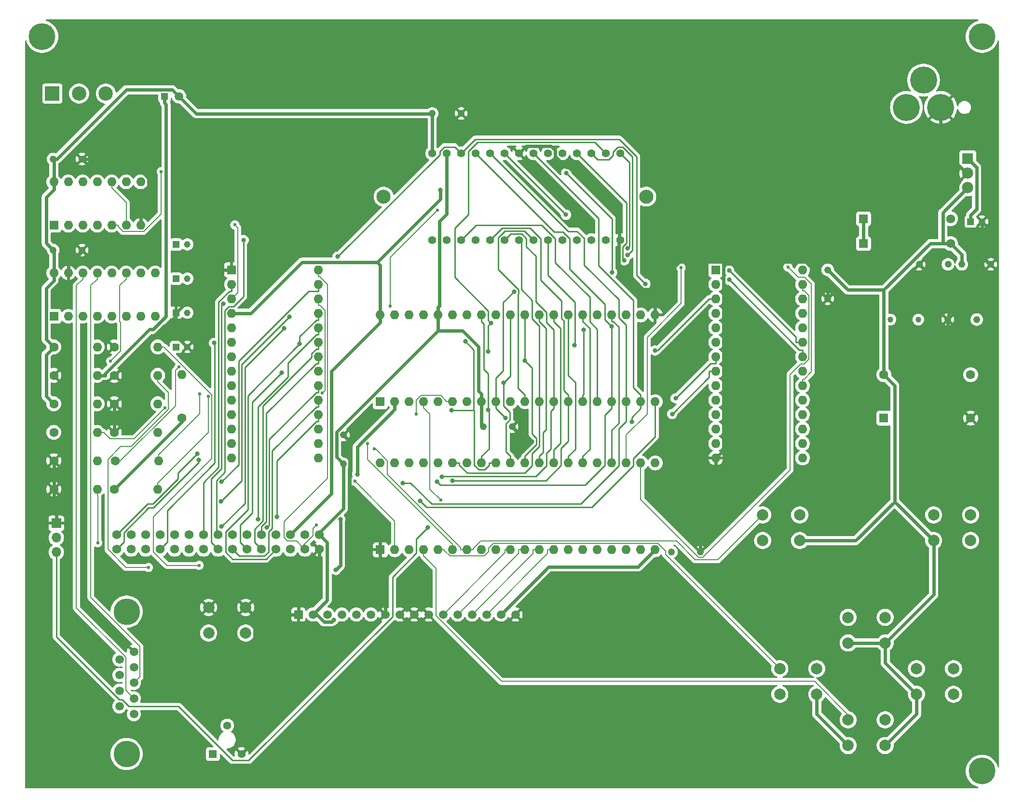
<source format=gbr>
%TF.GenerationSoftware,KiCad,Pcbnew,8.0.4*%
%TF.CreationDate,2024-08-12T14:45:05-07:00*%
%TF.ProjectId,6502-rev1,36353032-2d72-4657-9631-2e6b69636164,rev?*%
%TF.SameCoordinates,Original*%
%TF.FileFunction,Copper,L2,Bot*%
%TF.FilePolarity,Positive*%
%FSLAX46Y46*%
G04 Gerber Fmt 4.6, Leading zero omitted, Abs format (unit mm)*
G04 Created by KiCad (PCBNEW 8.0.4) date 2024-08-12 14:45:05*
%MOMM*%
%LPD*%
G01*
G04 APERTURE LIST*
%TA.AperFunction,ComponentPad*%
%ADD10C,2.000000*%
%TD*%
%TA.AperFunction,ComponentPad*%
%ADD11C,1.500000*%
%TD*%
%TA.AperFunction,ComponentPad*%
%ADD12C,4.650000*%
%TD*%
%TA.AperFunction,ComponentPad*%
%ADD13C,1.600000*%
%TD*%
%TA.AperFunction,ComponentPad*%
%ADD14O,1.600000X1.600000*%
%TD*%
%TA.AperFunction,ComponentPad*%
%ADD15R,1.600000X1.600000*%
%TD*%
%TA.AperFunction,ComponentPad*%
%ADD16C,1.570000*%
%TD*%
%TA.AperFunction,ComponentPad*%
%ADD17R,1.980000X1.980000*%
%TD*%
%TA.AperFunction,ComponentPad*%
%ADD18C,1.980000*%
%TD*%
%TA.AperFunction,ComponentPad*%
%ADD19C,1.210000*%
%TD*%
%TA.AperFunction,ComponentPad*%
%ADD20R,1.200000X1.200000*%
%TD*%
%TA.AperFunction,ComponentPad*%
%ADD21C,4.700000*%
%TD*%
%TA.AperFunction,ComponentPad*%
%ADD22R,1.150000X1.150000*%
%TD*%
%TA.AperFunction,ComponentPad*%
%ADD23C,1.150000*%
%TD*%
%TA.AperFunction,ComponentPad*%
%ADD24R,1.575000X1.575000*%
%TD*%
%TA.AperFunction,ComponentPad*%
%ADD25C,1.575000*%
%TD*%
%TA.AperFunction,ComponentPad*%
%ADD26R,1.500000X1.500000*%
%TD*%
%TA.AperFunction,ComponentPad*%
%ADD27R,2.520000X2.520000*%
%TD*%
%TA.AperFunction,ComponentPad*%
%ADD28C,2.520000*%
%TD*%
%TA.AperFunction,ComponentPad*%
%ADD29C,1.030000*%
%TD*%
%TA.AperFunction,ComponentPad*%
%ADD30R,1.700000X1.700000*%
%TD*%
%TA.AperFunction,ComponentPad*%
%ADD31O,1.700000X1.700000*%
%TD*%
%TA.AperFunction,ComponentPad*%
%ADD32C,1.404000*%
%TD*%
%TA.AperFunction,ComponentPad*%
%ADD33C,2.475000*%
%TD*%
%TA.AperFunction,ComponentPad*%
%ADD34R,1.408000X1.408000*%
%TD*%
%TA.AperFunction,ComponentPad*%
%ADD35C,1.408000*%
%TD*%
%TA.AperFunction,ComponentPad*%
%ADD36C,4.743000*%
%TD*%
%TA.AperFunction,ViaPad*%
%ADD37C,0.800000*%
%TD*%
%TA.AperFunction,ViaPad*%
%ADD38C,0.600000*%
%TD*%
%TA.AperFunction,Conductor*%
%ADD39C,0.600000*%
%TD*%
%TA.AperFunction,Conductor*%
%ADD40C,0.200000*%
%TD*%
%TA.AperFunction,Conductor*%
%ADD41C,0.254000*%
%TD*%
G04 APERTURE END LIST*
D10*
%TO.P,SW3,1,1*%
%TO.N,pa0*%
X229000000Y-112500000D03*
X235500000Y-112500000D03*
%TO.P,SW3,2,2*%
%TO.N,+5V*%
X229000000Y-117000000D03*
X235500000Y-117000000D03*
%TD*%
D11*
%TO.P,J4,1,1*%
%TO.N,unconnected-(J4-Pad1)*%
X88620000Y-147480000D03*
%TO.P,J4,2,2*%
%TO.N,Net-(U8-T1OUT)*%
X88620000Y-144740000D03*
%TO.P,J4,3,3*%
%TO.N,Net-(U8-R1IN)*%
X88620000Y-142000000D03*
%TO.P,J4,4,4*%
%TO.N,unconnected-(J4-Pad4)*%
X88620000Y-139260000D03*
%TO.P,J4,5,5*%
%TO.N,GND*%
X88620000Y-136520000D03*
%TO.P,J4,6,6*%
%TO.N,unconnected-(J4-Pad6)*%
X86080000Y-146110000D03*
%TO.P,J4,7,7*%
%TO.N,unconnected-(J4-Pad7)*%
X86080000Y-143370000D03*
%TO.P,J4,8,8*%
%TO.N,unconnected-(J4-Pad8)*%
X86080000Y-140630000D03*
%TO.P,J4,9,9*%
%TO.N,unconnected-(J4-Pad9)*%
X86080000Y-137890000D03*
D12*
%TO.P,J4,MH1*%
%TO.N,N/C*%
X87350000Y-154500000D03*
%TO.P,J4,MH2*%
X87350000Y-129500000D03*
%TD*%
D13*
%TO.P,R6,1*%
%TO.N,GND*%
X74565000Y-108000000D03*
D14*
%TO.P,R6,2*%
%TO.N,pa1*%
X82185000Y-108000000D03*
%TD*%
D15*
%TO.P,U7,1,VSS*%
%TO.N,GND*%
X105760000Y-69475000D03*
D14*
%TO.P,U7,2,CS1*%
%TO.N,a12*%
X105760000Y-72015000D03*
%TO.P,U7,3,~{CS2}*%
%TO.N,CS_IO*%
X105760000Y-74555000D03*
%TO.P,U7,4,~{RES}*%
%TO.N,~{RES}*%
X105760000Y-77095000D03*
%TO.P,U7,5,RxC*%
%TO.N,unconnected-(U7-RxC-Pad5)*%
X105760000Y-79635000D03*
%TO.P,U7,6,XTAL1*%
%TO.N,Net-(U7-XTAL1)*%
X105760000Y-82175000D03*
%TO.P,U7,7,XTAL2*%
%TO.N,Net-(U7-XTAL2)*%
X105760000Y-84715000D03*
%TO.P,U7,8,~{RTS}*%
%TO.N,unconnected-(U7-~{RTS}-Pad8)*%
X105760000Y-87255000D03*
%TO.P,U7,9,~{CTS}*%
%TO.N,unconnected-(U7-~{CTS}-Pad9)*%
X105760000Y-89795000D03*
%TO.P,U7,10,TxD*%
%TO.N,Net-(U7-TxD)*%
X105760000Y-92335000D03*
%TO.P,U7,11,~{DTR}*%
%TO.N,unconnected-(U7-~{DTR}-Pad11)*%
X105760000Y-94875000D03*
%TO.P,U7,12,RxD*%
%TO.N,Net-(U7-RxD)*%
X105760000Y-97415000D03*
%TO.P,U7,13,RS0*%
%TO.N,a0*%
X105760000Y-99955000D03*
%TO.P,U7,14,RS1*%
%TO.N,a1*%
X105760000Y-102495000D03*
%TO.P,U7,15,VCC*%
%TO.N,+5V*%
X121000000Y-102495000D03*
%TO.P,U7,16,~{DCD}*%
%TO.N,unconnected-(U7-~{DCD}-Pad16)*%
X121000000Y-99955000D03*
%TO.P,U7,17,~{DSR}*%
%TO.N,unconnected-(U7-~{DSR}-Pad17)*%
X121000000Y-97415000D03*
%TO.P,U7,18,D0*%
%TO.N,d0*%
X121000000Y-94875000D03*
%TO.P,U7,19,D1*%
%TO.N,d1*%
X121000000Y-92335000D03*
%TO.P,U7,20,D2*%
%TO.N,d2*%
X121000000Y-89795000D03*
%TO.P,U7,21,D3*%
%TO.N,d3*%
X121000000Y-87255000D03*
%TO.P,U7,22,D4*%
%TO.N,d4*%
X121000000Y-84715000D03*
%TO.P,U7,23,D5*%
%TO.N,d5*%
X121000000Y-82175000D03*
%TO.P,U7,24,D6*%
%TO.N,d6*%
X121000000Y-79635000D03*
%TO.P,U7,25,D7*%
%TO.N,d7*%
X121000000Y-77095000D03*
%TO.P,U7,26,~{IRQ}*%
%TO.N,~{IRQ}*%
X121000000Y-74555000D03*
%TO.P,U7,27,\u03D52*%
%TO.N,CLK*%
X121000000Y-72015000D03*
%TO.P,U7,28,R/~{W}*%
%TO.N,~{R{slash}W}*%
X121000000Y-69475000D03*
%TD*%
D15*
%TO.P,U8,1,C1+*%
%TO.N,Net-(U8-C1+)*%
X74565000Y-77620000D03*
D14*
%TO.P,U8,2,VS+*%
%TO.N,Net-(U8-VS+)*%
X77105000Y-77620000D03*
%TO.P,U8,3,C1-*%
%TO.N,Net-(U8-C1-)*%
X79645000Y-77620000D03*
%TO.P,U8,4,C2+*%
%TO.N,Net-(U8-C2+)*%
X82185000Y-77620000D03*
%TO.P,U8,5,C2-*%
%TO.N,Net-(U8-C2-)*%
X84725000Y-77620000D03*
%TO.P,U8,6,VS-*%
%TO.N,Net-(U8-VS-)*%
X87265000Y-77620000D03*
%TO.P,U8,7,T2OUT*%
%TO.N,unconnected-(U8-T2OUT-Pad7)*%
X89805000Y-77620000D03*
%TO.P,U8,8,R2IN*%
%TO.N,unconnected-(U8-R2IN-Pad8)*%
X92345000Y-77620000D03*
%TO.P,U8,9,R2OUT*%
%TO.N,unconnected-(U8-R2OUT-Pad9)*%
X92345000Y-70000000D03*
%TO.P,U8,10,T2IN*%
%TO.N,unconnected-(U8-T2IN-Pad10)*%
X89805000Y-70000000D03*
%TO.P,U8,11,T1IN*%
%TO.N,Net-(U7-TxD)*%
X87265000Y-70000000D03*
%TO.P,U8,12,R1OUT*%
%TO.N,Net-(U7-RxD)*%
X84725000Y-70000000D03*
%TO.P,U8,13,R1IN*%
%TO.N,Net-(U8-R1IN)*%
X82185000Y-70000000D03*
%TO.P,U8,14,T1OUT*%
%TO.N,Net-(U8-T1OUT)*%
X79645000Y-70000000D03*
%TO.P,U8,15,GND*%
%TO.N,GND*%
X77105000Y-70000000D03*
%TO.P,U8,16,VCC*%
%TO.N,+5V*%
X74565000Y-70000000D03*
%TD*%
D13*
%TO.P,R8,1*%
%TO.N,GND*%
X85190000Y-88000000D03*
D14*
%TO.P,R8,2*%
%TO.N,pa3*%
X92810000Y-88000000D03*
%TD*%
D13*
%TO.P,R1,1*%
%TO.N,+5V*%
X74565000Y-83000000D03*
D14*
%TO.P,R1,2*%
%TO.N,~{RES}*%
X82185000Y-83000000D03*
%TD*%
D13*
%TO.P,R13,1*%
%TO.N,+5V*%
X97000000Y-95500000D03*
D14*
%TO.P,R13,2*%
%TO.N,Net-(U2-~{SO})*%
X97000000Y-87880000D03*
%TD*%
D16*
%TO.P,J5,1,Pin_1*%
%TO.N,a0*%
X85600000Y-116000000D03*
%TO.P,J5,2,Pin_2*%
%TO.N,a1*%
X85600000Y-118540000D03*
%TO.P,J5,3,Pin_3*%
%TO.N,a2*%
X88140000Y-116000000D03*
%TO.P,J5,4,Pin_4*%
%TO.N,a3*%
X88140000Y-118540000D03*
%TO.P,J5,5,Pin_5*%
%TO.N,a4*%
X90680000Y-116000000D03*
%TO.P,J5,6,Pin_6*%
%TO.N,a5*%
X90680000Y-118540000D03*
%TO.P,J5,7,Pin_7*%
%TO.N,a6*%
X93220000Y-116000000D03*
%TO.P,J5,8,Pin_8*%
%TO.N,a7*%
X93220000Y-118540000D03*
%TO.P,J5,9,Pin_9*%
%TO.N,a8*%
X95760000Y-116000000D03*
%TO.P,J5,10,Pin_10*%
%TO.N,a9*%
X95760000Y-118540000D03*
%TO.P,J5,11,Pin_11*%
%TO.N,a10*%
X98300000Y-116000000D03*
%TO.P,J5,12,Pin_12*%
%TO.N,a11*%
X98300000Y-118540000D03*
%TO.P,J5,13,Pin_13*%
%TO.N,a12*%
X100840000Y-116000000D03*
%TO.P,J5,14,Pin_14*%
%TO.N,a13*%
X100840000Y-118540000D03*
%TO.P,J5,15,Pin_15*%
%TO.N,a14*%
X103380000Y-116000000D03*
%TO.P,J5,16,Pin_16*%
%TO.N,a15*%
X103380000Y-118540000D03*
%TO.P,J5,17,Pin_17*%
%TO.N,d0*%
X105920000Y-116000000D03*
%TO.P,J5,18,Pin_18*%
%TO.N,d1*%
X105920000Y-118540000D03*
%TO.P,J5,19,Pin_19*%
%TO.N,d2*%
X108460000Y-116000000D03*
%TO.P,J5,20,Pin_20*%
%TO.N,d3*%
X108460000Y-118540000D03*
%TO.P,J5,21,Pin_21*%
%TO.N,d4*%
X111000000Y-116000000D03*
%TO.P,J5,22,Pin_22*%
%TO.N,d5*%
X111000000Y-118540000D03*
%TO.P,J5,23,Pin_23*%
%TO.N,d6*%
X113540000Y-116000000D03*
%TO.P,J5,24,Pin_24*%
%TO.N,d7*%
X113540000Y-118540000D03*
%TO.P,J5,25,Pin_25*%
%TO.N,~{RES}*%
X116080000Y-116000000D03*
%TO.P,J5,26,Pin_26*%
%TO.N,CLK*%
X116080000Y-118540000D03*
%TO.P,J5,27,Pin_27*%
%TO.N,~{IRQ}*%
X118620000Y-116000000D03*
%TO.P,J5,28,Pin_28*%
%TO.N,~{R{slash}W}*%
X118620000Y-118540000D03*
%TO.P,J5,29,Pin_29*%
%TO.N,+5V*%
X121160000Y-116000000D03*
%TO.P,J5,30,Pin_30*%
%TO.N,GND*%
X121160000Y-118540000D03*
%TD*%
D17*
%TO.P,U1,1,IN*%
%TO.N,Net-(D1-K)*%
X235000000Y-49950000D03*
D18*
%TO.P,U1,2,GND*%
%TO.N,GND*%
X235000000Y-52500000D03*
%TO.P,U1,3,OUT*%
%TO.N,+5V*%
X235000000Y-55050000D03*
%TD*%
D19*
%TO.P,C12,1*%
%TO.N,+5V*%
X210385000Y-69460000D03*
%TO.P,C12,2*%
%TO.N,GND*%
X210385000Y-74540000D03*
%TD*%
D15*
%TO.P,U3,1*%
%TO.N,a15*%
X74565000Y-61620000D03*
D14*
%TO.P,U3,2*%
X77105000Y-61620000D03*
%TO.P,U3,3*%
%TO.N,CS_ROM*%
X79645000Y-61620000D03*
%TO.P,U3,4*%
%TO.N,CLK*%
X82185000Y-61620000D03*
%TO.P,U3,5*%
%TO.N,CS_ROM*%
X84725000Y-61620000D03*
%TO.P,U3,6*%
%TO.N,CS_RAM*%
X87265000Y-61620000D03*
%TO.P,U3,7,GND*%
%TO.N,GND*%
X89805000Y-61620000D03*
%TO.P,U3,8*%
%TO.N,CS_IO*%
X89805000Y-54000000D03*
%TO.P,U3,9*%
%TO.N,a14*%
X87265000Y-54000000D03*
%TO.P,U3,10*%
%TO.N,CS_RAM*%
X84725000Y-54000000D03*
%TO.P,U3,11*%
%TO.N,unconnected-(U3-Pad11)*%
X82185000Y-54000000D03*
%TO.P,U3,12*%
%TO.N,unconnected-(U3-Pad12)*%
X79645000Y-54000000D03*
%TO.P,U3,13*%
%TO.N,unconnected-(U3-Pad13)*%
X77105000Y-54000000D03*
%TO.P,U3,14,VCC*%
%TO.N,+5V*%
X74565000Y-54000000D03*
%TD*%
D19*
%TO.P,C10,1*%
%TO.N,+5V*%
X74460000Y-50000000D03*
%TO.P,C10,2*%
%TO.N,GND*%
X79540000Y-50000000D03*
%TD*%
D15*
%TO.P,X1,1,NC*%
%TO.N,unconnected-(X1-NC-Pad1)*%
X220260000Y-95500000D03*
D13*
%TO.P,X1,7,GND*%
%TO.N,GND*%
X235500000Y-95500000D03*
%TO.P,X1,8,OUT*%
%TO.N,CLK_OUT*%
X235500000Y-87880000D03*
%TO.P,X1,14,Vcc*%
%TO.N,+5V*%
X220260000Y-87880000D03*
%TD*%
D10*
%TO.P,SW4,1,1*%
%TO.N,pa1*%
X214000000Y-130500000D03*
X220500000Y-130500000D03*
%TO.P,SW4,2,2*%
%TO.N,+5V*%
X214000000Y-135000000D03*
X220500000Y-135000000D03*
%TD*%
D19*
%TO.P,C4,1*%
%TO.N,GND*%
X231500000Y-78190000D03*
%TO.P,C4,2*%
%TO.N,Net-(U7-XTAL1)*%
X236580000Y-78190000D03*
%TD*%
%TO.P,C2,1*%
%TO.N,+5V*%
X233960000Y-68500000D03*
%TO.P,C2,2*%
%TO.N,GND*%
X239040000Y-68500000D03*
%TD*%
D20*
%TO.P,D3,1,K*%
%TO.N,Net-(D3-K)*%
X94000000Y-39000000D03*
D11*
%TO.P,D3,2,A*%
%TO.N,+5V*%
X96540000Y-39000000D03*
%TD*%
D21*
%TO.P,MH4,1*%
%TO.N,N/C*%
X237500000Y-28500000D03*
%TD*%
%TO.P,MH5,1*%
%TO.N,N/C*%
X237500000Y-157500000D03*
%TD*%
D22*
%TO.P,C6,1*%
%TO.N,Net-(U8-C2+)*%
X96000000Y-71000000D03*
D23*
%TO.P,C6,2*%
%TO.N,Net-(U8-C2-)*%
X98000000Y-71000000D03*
%TD*%
D19*
%TO.P,C9,1*%
%TO.N,+5V*%
X149920000Y-97000000D03*
%TO.P,C9,2*%
%TO.N,GND*%
X155000000Y-97000000D03*
%TD*%
D10*
%TO.P,SW7,1,1*%
%TO.N,pa4*%
X226000000Y-139500000D03*
X232500000Y-139500000D03*
%TO.P,SW7,2,2*%
%TO.N,+5V*%
X226000000Y-144000000D03*
X232500000Y-144000000D03*
%TD*%
D15*
%TO.P,U5,1,A14*%
%TO.N,a14*%
X190760000Y-69475000D03*
D14*
%TO.P,U5,2,A12*%
%TO.N,a12*%
X190760000Y-72015000D03*
%TO.P,U5,3,A7*%
%TO.N,a7*%
X190760000Y-74555000D03*
%TO.P,U5,4,A6*%
%TO.N,a6*%
X190760000Y-77095000D03*
%TO.P,U5,5,A5*%
%TO.N,a5*%
X190760000Y-79635000D03*
%TO.P,U5,6,A4*%
%TO.N,a4*%
X190760000Y-82175000D03*
%TO.P,U5,7,A3*%
%TO.N,a3*%
X190760000Y-84715000D03*
%TO.P,U5,8,A2*%
%TO.N,a2*%
X190760000Y-87255000D03*
%TO.P,U5,9,A1*%
%TO.N,a1*%
X190760000Y-89795000D03*
%TO.P,U5,10,A0*%
%TO.N,a0*%
X190760000Y-92335000D03*
%TO.P,U5,11,Q0*%
%TO.N,d0*%
X190760000Y-94875000D03*
%TO.P,U5,12,Q1*%
%TO.N,d1*%
X190760000Y-97415000D03*
%TO.P,U5,13,Q2*%
%TO.N,d2*%
X190760000Y-99955000D03*
%TO.P,U5,14,GND*%
%TO.N,GND*%
X190760000Y-102495000D03*
%TO.P,U5,15,Q3*%
%TO.N,d3*%
X206000000Y-102495000D03*
%TO.P,U5,16,Q4*%
%TO.N,d4*%
X206000000Y-99955000D03*
%TO.P,U5,17,Q5*%
%TO.N,d5*%
X206000000Y-97415000D03*
%TO.P,U5,18,Q6*%
%TO.N,d6*%
X206000000Y-94875000D03*
%TO.P,U5,19,Q7*%
%TO.N,d7*%
X206000000Y-92335000D03*
%TO.P,U5,20,~{CS}*%
%TO.N,CS_RAM*%
X206000000Y-89795000D03*
%TO.P,U5,21,A10*%
%TO.N,a10*%
X206000000Y-87255000D03*
%TO.P,U5,22,~{OE}*%
%TO.N,a14*%
X206000000Y-84715000D03*
%TO.P,U5,23,A11*%
%TO.N,a11*%
X206000000Y-82175000D03*
%TO.P,U5,24,A9*%
%TO.N,a9*%
X206000000Y-79635000D03*
%TO.P,U5,25,A8*%
%TO.N,a8*%
X206000000Y-77095000D03*
%TO.P,U5,26,A13*%
%TO.N,a13*%
X206000000Y-74555000D03*
%TO.P,U5,27,~{WE}*%
%TO.N,~{R{slash}W}*%
X206000000Y-72015000D03*
%TO.P,U5,28,VCC*%
%TO.N,+5V*%
X206000000Y-69475000D03*
%TD*%
D19*
%TO.P,C13,1*%
%TO.N,+5V*%
X183000000Y-119000000D03*
%TO.P,C13,2*%
%TO.N,GND*%
X188080000Y-119000000D03*
%TD*%
D24*
%TO.P,D2,1,K*%
%TO.N,Net-(D1-K)*%
X216700000Y-64850000D03*
D25*
%TO.P,D2,2,A*%
%TO.N,+5V*%
X232000000Y-64850000D03*
%TD*%
D26*
%TO.P,J3,1,Pin_1*%
%TO.N,GND*%
X117500000Y-130000000D03*
D11*
%TO.P,J3,2,Pin_2*%
%TO.N,+5V*%
X120040000Y-130000000D03*
%TO.P,J3,3,Pin_3*%
%TO.N,Net-(J3-Pin_3)*%
X122580000Y-130000000D03*
%TO.P,J3,4,Pin_4*%
%TO.N,pb4*%
X125120000Y-130000000D03*
%TO.P,J3,5,Pin_5*%
%TO.N,pb5*%
X127660000Y-130000000D03*
%TO.P,J3,6,Pin_6*%
%TO.N,pb6*%
X130200000Y-130000000D03*
%TO.P,J3,7,Pin_7*%
%TO.N,GND*%
X132740000Y-130000000D03*
%TO.P,J3,8,Pin_8*%
X135280000Y-130000000D03*
%TO.P,J3,9,Pin_9*%
X137820000Y-130000000D03*
%TO.P,J3,10,Pin_10*%
X140360000Y-130000000D03*
%TO.P,J3,11,Pin_11*%
%TO.N,pb0*%
X142900000Y-130000000D03*
%TO.P,J3,12,Pin_12*%
%TO.N,pb1*%
X145440000Y-130000000D03*
%TO.P,J3,13,Pin_13*%
%TO.N,pb2*%
X147980000Y-130000000D03*
%TO.P,J3,14,Pin_14*%
%TO.N,pb3*%
X150520000Y-130000000D03*
%TO.P,J3,15,Pin_15*%
%TO.N,+5V*%
X153060000Y-130000000D03*
%TO.P,J3,16,Pin_16*%
%TO.N,GND*%
X155600000Y-130000000D03*
%TD*%
D13*
%TO.P,R3,1*%
%TO.N,+5V*%
X74565000Y-93000000D03*
D14*
%TO.P,R3,2*%
%TO.N,Net-(U2-RDY)*%
X82185000Y-93000000D03*
%TD*%
D13*
%TO.P,R12,1*%
%TO.N,+5V*%
X85190000Y-108000000D03*
D14*
%TO.P,R12,2*%
%TO.N,~{IRQ}*%
X92810000Y-108000000D03*
%TD*%
D22*
%TO.P,C8,1*%
%TO.N,Net-(U8-VS+)*%
X96000000Y-83000000D03*
D23*
%TO.P,C8,2*%
%TO.N,GND*%
X98000000Y-83000000D03*
%TD*%
D15*
%TO.P,U6,1,VSS*%
%TO.N,GND*%
X131875000Y-118625000D03*
D14*
%TO.P,U6,2,PA0*%
%TO.N,pa0*%
X134415000Y-118625000D03*
%TO.P,U6,3,PA1*%
%TO.N,pa1*%
X136955000Y-118625000D03*
%TO.P,U6,4,PA2*%
%TO.N,pa2*%
X139495000Y-118625000D03*
%TO.P,U6,5,PA3*%
%TO.N,pa3*%
X142035000Y-118625000D03*
%TO.P,U6,6,PA4*%
%TO.N,pa4*%
X144575000Y-118625000D03*
%TO.P,U6,7,PA5*%
%TO.N,pa5*%
X147115000Y-118625000D03*
%TO.P,U6,8,PA6*%
%TO.N,unconnected-(U6-PA6-Pad8)*%
X149655000Y-118625000D03*
%TO.P,U6,9,PA7*%
%TO.N,unconnected-(U6-PA7-Pad9)*%
X152195000Y-118625000D03*
%TO.P,U6,10,PB0*%
%TO.N,pb0*%
X154735000Y-118625000D03*
%TO.P,U6,11,PB1*%
%TO.N,pb1*%
X157275000Y-118625000D03*
%TO.P,U6,12,PB2*%
%TO.N,pb2*%
X159815000Y-118625000D03*
%TO.P,U6,13,PB3*%
%TO.N,pb3*%
X162355000Y-118625000D03*
%TO.P,U6,14,PB4*%
%TO.N,pb4*%
X164895000Y-118625000D03*
%TO.P,U6,15,PB5*%
%TO.N,pb5*%
X167435000Y-118625000D03*
%TO.P,U6,16,PB6*%
%TO.N,pb6*%
X169975000Y-118625000D03*
%TO.P,U6,17,PB7*%
%TO.N,unconnected-(U6-PB7-Pad17)*%
X172515000Y-118625000D03*
%TO.P,U6,18,CB1*%
%TO.N,unconnected-(U6-CB1-Pad18)*%
X175055000Y-118625000D03*
%TO.P,U6,19,CB2*%
%TO.N,unconnected-(U6-CB2-Pad19)*%
X177595000Y-118625000D03*
%TO.P,U6,20,VCC*%
%TO.N,+5V*%
X180135000Y-118625000D03*
%TO.P,U6,21,~{IRQ}*%
%TO.N,~{IRQ}*%
X180135000Y-103385000D03*
%TO.P,U6,22,R/~{W}*%
%TO.N,~{R{slash}W}*%
X177595000Y-103385000D03*
%TO.P,U6,23,~{CS2}*%
%TO.N,CS_IO*%
X175055000Y-103385000D03*
%TO.P,U6,24,CS1*%
%TO.N,a14*%
X172515000Y-103385000D03*
%TO.P,U6,25,\u03D52*%
%TO.N,CLK*%
X169975000Y-103385000D03*
%TO.P,U6,26,D7*%
%TO.N,d7*%
X167435000Y-103385000D03*
%TO.P,U6,27,D6*%
%TO.N,d6*%
X164895000Y-103385000D03*
%TO.P,U6,28,D5*%
%TO.N,d5*%
X162355000Y-103385000D03*
%TO.P,U6,29,D4*%
%TO.N,d4*%
X159815000Y-103385000D03*
%TO.P,U6,30,D3*%
%TO.N,d3*%
X157275000Y-103385000D03*
%TO.P,U6,31,D2*%
%TO.N,d2*%
X154735000Y-103385000D03*
%TO.P,U6,32,D1*%
%TO.N,d1*%
X152195000Y-103385000D03*
%TO.P,U6,33,D0*%
%TO.N,d0*%
X149655000Y-103385000D03*
%TO.P,U6,34,~{RES}*%
%TO.N,~{RES}*%
X147115000Y-103385000D03*
%TO.P,U6,35,RS3*%
%TO.N,a3*%
X144575000Y-103385000D03*
%TO.P,U6,36,RS2*%
%TO.N,a2*%
X142035000Y-103385000D03*
%TO.P,U6,37,RS1*%
%TO.N,a1*%
X139495000Y-103385000D03*
%TO.P,U6,38,RS0*%
%TO.N,a0*%
X136955000Y-103385000D03*
%TO.P,U6,39,CA2*%
%TO.N,unconnected-(U6-CA2-Pad39)*%
X134415000Y-103385000D03*
%TO.P,U6,40,CA1*%
%TO.N,unconnected-(U6-CA1-Pad40)*%
X131875000Y-103385000D03*
%TD*%
D22*
%TO.P,C7,1*%
%TO.N,GND*%
X96000000Y-77000000D03*
D23*
%TO.P,C7,2*%
%TO.N,Net-(U8-VS-)*%
X98000000Y-77000000D03*
%TD*%
D22*
%TO.P,C5,1*%
%TO.N,Net-(U8-C1+)*%
X96000000Y-65000000D03*
D23*
%TO.P,C5,2*%
%TO.N,Net-(U8-C1-)*%
X98000000Y-65000000D03*
%TD*%
D22*
%TO.P,C1,1*%
%TO.N,Net-(D1-K)*%
X235500000Y-61000000D03*
D23*
%TO.P,C1,2*%
%TO.N,GND*%
X237500000Y-61000000D03*
%TD*%
D13*
%TO.P,R7,1*%
%TO.N,GND*%
X85190000Y-83000000D03*
D14*
%TO.P,R7,2*%
%TO.N,pa2*%
X92810000Y-83000000D03*
%TD*%
D27*
%TO.P,SW1,1,A*%
%TO.N,Net-(D1-A)*%
X74300000Y-38500000D03*
D28*
%TO.P,SW1,2,B*%
%TO.N,Net-(SW1-B)*%
X79000000Y-38500000D03*
%TO.P,SW1,3,C*%
%TO.N,unconnected-(SW1-C-Pad3)*%
X83700000Y-38500000D03*
%TD*%
D29*
%TO.P,Y1,1,1*%
%TO.N,Net-(U7-XTAL2)*%
X221440000Y-78190000D03*
%TO.P,Y1,2,2*%
%TO.N,Net-(U7-XTAL1)*%
X226320000Y-78190000D03*
%TD*%
D30*
%TO.P,J2,1,Pin_1*%
%TO.N,GND*%
X75000000Y-113975000D03*
D31*
%TO.P,J2,2,Pin_2*%
%TO.N,CLK*%
X75000000Y-116515000D03*
%TO.P,J2,3,Pin_3*%
%TO.N,CLK_OUT*%
X75000000Y-119055000D03*
%TD*%
D10*
%TO.P,SW6,1,1*%
%TO.N,pa3*%
X202000000Y-139500000D03*
X208500000Y-139500000D03*
%TO.P,SW6,2,2*%
%TO.N,+5V*%
X202000000Y-144000000D03*
X208500000Y-144000000D03*
%TD*%
D32*
%TO.P,U4,1,A14*%
%TO.N,a14*%
X140980000Y-64240000D03*
%TO.P,U4,2,A12*%
%TO.N,a12*%
X143520000Y-64240000D03*
%TO.P,U4,3,A7*%
%TO.N,a7*%
X146060000Y-64240000D03*
%TO.P,U4,4,A6*%
%TO.N,a6*%
X148600000Y-64240000D03*
%TO.P,U4,5,A5*%
%TO.N,a5*%
X151140000Y-64240000D03*
%TO.P,U4,6,A4*%
%TO.N,a4*%
X153680000Y-64240000D03*
%TO.P,U4,7,A3*%
%TO.N,a3*%
X156220000Y-64240000D03*
%TO.P,U4,8,A2*%
%TO.N,a2*%
X158760000Y-64240000D03*
%TO.P,U4,9,A1*%
%TO.N,a1*%
X161300000Y-64240000D03*
%TO.P,U4,10,A0*%
%TO.N,a0*%
X163840000Y-64240000D03*
%TO.P,U4,11,D0*%
%TO.N,d0*%
X166380000Y-64240000D03*
%TO.P,U4,12,D1*%
%TO.N,d1*%
X168920000Y-64240000D03*
%TO.P,U4,13,D2*%
%TO.N,d2*%
X171460000Y-64240000D03*
%TO.P,U4,14,GND*%
%TO.N,GND*%
X174000000Y-64240000D03*
%TO.P,U4,15,D3*%
%TO.N,d3*%
X174000000Y-49000000D03*
%TO.P,U4,16,D4*%
%TO.N,d4*%
X171460000Y-49000000D03*
%TO.P,U4,17,D5*%
%TO.N,d5*%
X168920000Y-49000000D03*
%TO.P,U4,18,D6*%
%TO.N,d6*%
X166380000Y-49000000D03*
%TO.P,U4,19,D7*%
%TO.N,d7*%
X163840000Y-49000000D03*
%TO.P,U4,20,~{CS}*%
%TO.N,CS_ROM*%
X161300000Y-49000000D03*
%TO.P,U4,21,A10*%
%TO.N,a10*%
X158760000Y-49000000D03*
%TO.P,U4,22,~{OE}*%
%TO.N,GND*%
X156220000Y-49000000D03*
%TO.P,U4,23,A11*%
%TO.N,a11*%
X153680000Y-49000000D03*
%TO.P,U4,24,A9*%
%TO.N,a9*%
X151140000Y-49000000D03*
%TO.P,U4,25,A8*%
%TO.N,a8*%
X148600000Y-49000000D03*
%TO.P,U4,26,A13*%
%TO.N,a13*%
X146060000Y-49000000D03*
%TO.P,U4,27,~{WE}*%
%TO.N,+5V*%
X143520000Y-49000000D03*
%TO.P,U4,28,VCC*%
X140980000Y-49000000D03*
D33*
%TO.P,U4,MH1*%
%TO.N,N/C*%
X132470000Y-56620000D03*
%TO.P,U4,MH2*%
X178570000Y-56620000D03*
%TD*%
D34*
%TO.P,RV1,1,1*%
%TO.N,+5V*%
X102500000Y-154500000D03*
D35*
%TO.P,RV1,2,2*%
%TO.N,Net-(J3-Pin_3)*%
X105000000Y-149500000D03*
%TO.P,RV1,3,3*%
%TO.N,GND*%
X107500000Y-154500000D03*
%TD*%
D19*
%TO.P,C3,1*%
%TO.N,GND*%
X226460000Y-68500000D03*
%TO.P,C3,2*%
%TO.N,~{RES}*%
X231540000Y-68500000D03*
%TD*%
D10*
%TO.P,SW8,1,1*%
%TO.N,pa5*%
X199000000Y-112500000D03*
X205500000Y-112500000D03*
%TO.P,SW8,2,2*%
%TO.N,+5V*%
X199000000Y-117000000D03*
X205500000Y-117000000D03*
%TD*%
D13*
%TO.P,R9,1*%
%TO.N,GND*%
X85190000Y-93000000D03*
D14*
%TO.P,R9,2*%
%TO.N,pa4*%
X92810000Y-93000000D03*
%TD*%
D13*
%TO.P,R2,1*%
%TO.N,GND*%
X74565000Y-88000000D03*
D14*
%TO.P,R2,2*%
%TO.N,Net-(D3-K)*%
X82185000Y-88000000D03*
%TD*%
D24*
%TO.P,D1,1,K*%
%TO.N,Net-(D1-K)*%
X216700000Y-60500000D03*
D25*
%TO.P,D1,2,A*%
%TO.N,Net-(D1-A)*%
X232000000Y-60500000D03*
%TD*%
D13*
%TO.P,R10,1*%
%TO.N,GND*%
X85190000Y-98000000D03*
D14*
%TO.P,R10,2*%
%TO.N,pa5*%
X92810000Y-98000000D03*
%TD*%
D15*
%TO.P,U2,1,~{VP}*%
%TO.N,unconnected-(U2-~{VP}-Pad1)*%
X131875000Y-92625000D03*
D14*
%TO.P,U2,2,RDY*%
%TO.N,Net-(U2-RDY)*%
X134415000Y-92625000D03*
%TO.P,U2,3,\u03D51*%
%TO.N,unconnected-(U2-\u03D51-Pad3)*%
X136955000Y-92625000D03*
%TO.P,U2,4,~{IRQ}*%
%TO.N,~{IRQ}*%
X139495000Y-92625000D03*
%TO.P,U2,5,~{ML}*%
%TO.N,unconnected-(U2-~{ML}-Pad5)*%
X142035000Y-92625000D03*
%TO.P,U2,6,~{NMI}*%
%TO.N,Net-(U2-~{NMI})*%
X144575000Y-92625000D03*
%TO.P,U2,7,SYNC*%
%TO.N,unconnected-(U2-SYNC-Pad7)*%
X147115000Y-92625000D03*
%TO.P,U2,8,VDD*%
%TO.N,+5V*%
X149655000Y-92625000D03*
%TO.P,U2,9,A0*%
%TO.N,a0*%
X152195000Y-92625000D03*
%TO.P,U2,10,A1*%
%TO.N,a1*%
X154735000Y-92625000D03*
%TO.P,U2,11,A2*%
%TO.N,a2*%
X157275000Y-92625000D03*
%TO.P,U2,12,A3*%
%TO.N,a3*%
X159815000Y-92625000D03*
%TO.P,U2,13,A4*%
%TO.N,a4*%
X162355000Y-92625000D03*
%TO.P,U2,14,A5*%
%TO.N,a5*%
X164895000Y-92625000D03*
%TO.P,U2,15,A6*%
%TO.N,a6*%
X167435000Y-92625000D03*
%TO.P,U2,16,A7*%
%TO.N,a7*%
X169975000Y-92625000D03*
%TO.P,U2,17,A8*%
%TO.N,a8*%
X172515000Y-92625000D03*
%TO.P,U2,18,A9*%
%TO.N,a9*%
X175055000Y-92625000D03*
%TO.P,U2,19,A10*%
%TO.N,a10*%
X177595000Y-92625000D03*
%TO.P,U2,20,A11*%
%TO.N,a11*%
X180135000Y-92625000D03*
%TO.P,U2,21,VSS*%
%TO.N,GND*%
X180135000Y-77385000D03*
%TO.P,U2,22,A12*%
%TO.N,a12*%
X177595000Y-77385000D03*
%TO.P,U2,23,A13*%
%TO.N,a13*%
X175055000Y-77385000D03*
%TO.P,U2,24,A14*%
%TO.N,a14*%
X172515000Y-77385000D03*
%TO.P,U2,25,A15*%
%TO.N,a15*%
X169975000Y-77385000D03*
%TO.P,U2,26,D7*%
%TO.N,d7*%
X167435000Y-77385000D03*
%TO.P,U2,27,D6*%
%TO.N,d6*%
X164895000Y-77385000D03*
%TO.P,U2,28,D5*%
%TO.N,d5*%
X162355000Y-77385000D03*
%TO.P,U2,29,D4*%
%TO.N,d4*%
X159815000Y-77385000D03*
%TO.P,U2,30,D3*%
%TO.N,d3*%
X157275000Y-77385000D03*
%TO.P,U2,31,D2*%
%TO.N,d2*%
X154735000Y-77385000D03*
%TO.P,U2,32,D1*%
%TO.N,d1*%
X152195000Y-77385000D03*
%TO.P,U2,33,D0*%
%TO.N,d0*%
X149655000Y-77385000D03*
%TO.P,U2,34,R/~{W}*%
%TO.N,~{R{slash}W}*%
X147115000Y-77385000D03*
%TO.P,U2,35,nc*%
%TO.N,unconnected-(U2-nc-Pad35)*%
X144575000Y-77385000D03*
%TO.P,U2,36,BE*%
%TO.N,+5V*%
X142035000Y-77385000D03*
%TO.P,U2,37,\u03D50*%
%TO.N,CLK*%
X139495000Y-77385000D03*
%TO.P,U2,38,~{SO}*%
%TO.N,Net-(U2-~{SO})*%
X136955000Y-77385000D03*
%TO.P,U2,39,\u03D52*%
%TO.N,unconnected-(U2-\u03D52-Pad39)*%
X134415000Y-77385000D03*
%TO.P,U2,40,~{RES}*%
%TO.N,~{RES}*%
X131875000Y-77385000D03*
%TD*%
D19*
%TO.P,C11,1*%
%TO.N,+5V*%
X141000000Y-42000000D03*
%TO.P,C11,2*%
%TO.N,GND*%
X146080000Y-42000000D03*
%TD*%
D13*
%TO.P,R5,1*%
%TO.N,GND*%
X74565000Y-103000000D03*
D14*
%TO.P,R5,2*%
%TO.N,pa0*%
X82185000Y-103000000D03*
%TD*%
D13*
%TO.P,R11,1*%
%TO.N,Net-(U7-XTAL1)*%
X85380000Y-103000000D03*
D14*
%TO.P,R11,2*%
%TO.N,Net-(U7-XTAL2)*%
X93000000Y-103000000D03*
%TD*%
D19*
%TO.P,C14,1*%
%TO.N,+5V*%
X125385000Y-103540000D03*
%TO.P,C14,2*%
%TO.N,GND*%
X125385000Y-98460000D03*
%TD*%
D13*
%TO.P,R4,1*%
%TO.N,+5V*%
X74565000Y-98000000D03*
D14*
%TO.P,R4,2*%
%TO.N,Net-(U2-~{NMI})*%
X82185000Y-98000000D03*
%TD*%
D10*
%TO.P,SW2,1,1*%
%TO.N,GND*%
X101750000Y-128750000D03*
X108250000Y-128750000D03*
%TO.P,SW2,2,2*%
%TO.N,~{RES}*%
X101750000Y-133250000D03*
X108250000Y-133250000D03*
%TD*%
D36*
%TO.P,J1,1*%
%TO.N,Net-(SW1-B)*%
X224230000Y-40950000D03*
%TO.P,J1,2*%
%TO.N,GND*%
X230230000Y-40950000D03*
%TO.P,J1,3*%
%TO.N,unconnected-(J1-Pad3)*%
X227230000Y-36150000D03*
%TD*%
D10*
%TO.P,SW5,1,1*%
%TO.N,pa2*%
X214000000Y-148500000D03*
X220500000Y-148500000D03*
%TO.P,SW5,2,2*%
%TO.N,+5V*%
X214000000Y-153000000D03*
X220500000Y-153000000D03*
%TD*%
D19*
%TO.P,C15,1*%
%TO.N,+5V*%
X74460000Y-66000000D03*
%TO.P,C15,2*%
%TO.N,GND*%
X79540000Y-66000000D03*
%TD*%
D21*
%TO.P,MH3,1*%
%TO.N,N/C*%
X72500000Y-28500000D03*
%TD*%
D37*
%TO.N,GND*%
X158518900Y-99608900D03*
%TO.N,+5V*%
X123685300Y-130955800D03*
%TO.N,~{RES}*%
X124069700Y-122160600D03*
X124859700Y-113274300D03*
X142439800Y-55412600D03*
D38*
%TO.N,Net-(U7-XTAL1)*%
X96539200Y-86491900D03*
X141921900Y-59029300D03*
X133626900Y-75825000D03*
D37*
%TO.N,CLK_OUT*%
X140211100Y-114739700D03*
%TO.N,CLK*%
X104017500Y-106672000D03*
%TO.N,a9*%
X135807800Y-106914600D03*
%TO.N,d1*%
X146810000Y-82037600D03*
X144358000Y-94154600D03*
D38*
%TO.N,~{IRQ}*%
X101717700Y-91670500D03*
X121706600Y-91076800D03*
X142520000Y-109913200D03*
D37*
%TO.N,a8*%
X141799800Y-106653500D03*
X172471300Y-79391900D03*
%TO.N,d0*%
X113691700Y-112807400D03*
X150780900Y-94064600D03*
%TO.N,a13*%
X124366300Y-67149500D03*
X104012900Y-114574600D03*
X178398100Y-71918100D03*
X114965000Y-79759700D03*
%TO.N,a2*%
X183109000Y-94782700D03*
%TO.N,a1*%
X165949500Y-82704900D03*
X99999900Y-102867500D03*
%TO.N,d4*%
X151290500Y-78791000D03*
X150827400Y-83822000D03*
%TO.N,d3*%
X175266300Y-65702700D03*
X157275000Y-85444200D03*
X114552600Y-87519800D03*
%TO.N,d2*%
X153544400Y-89306800D03*
X111959200Y-114717000D03*
%TO.N,a15*%
X104330600Y-75392700D03*
%TO.N,a14*%
X193107000Y-71226700D03*
X107880900Y-64240000D03*
%TO.N,a5*%
X144540200Y-106499300D03*
%TO.N,a4*%
X142645500Y-105822900D03*
%TO.N,a7*%
X180094200Y-83634800D03*
X102701600Y-82309000D03*
%TO.N,a6*%
X167539000Y-80005600D03*
X115945000Y-77670400D03*
X103890000Y-110170800D03*
D38*
%TO.N,~{R{slash}W}*%
X120703500Y-114257000D03*
D37*
%TO.N,a0*%
X99717900Y-101781800D03*
X155347700Y-73316900D03*
X153831900Y-95469500D03*
%TO.N,a3*%
X183725100Y-92033400D03*
%TO.N,a10*%
X175992800Y-96192300D03*
%TO.N,d5*%
X175275700Y-66868900D03*
%TO.N,d7*%
X117727900Y-82474400D03*
X172561700Y-69924600D03*
X164516600Y-52447500D03*
%TO.N,a11*%
X164468200Y-59788200D03*
X138887900Y-110036100D03*
X193115500Y-69590000D03*
%TO.N,d6*%
X174689500Y-67812200D03*
X110437300Y-113283900D03*
%TO.N,Net-(U2-RDY)*%
X127830600Y-105359600D03*
D38*
%TO.N,Net-(U2-~{NMI})*%
X138215500Y-94837600D03*
X94078600Y-93725200D03*
%TO.N,pa0*%
X127393400Y-106583400D03*
%TO.N,pa1*%
X82277000Y-117388800D03*
%TO.N,pa2*%
X100074500Y-121362900D03*
%TO.N,pa3*%
X91167500Y-121728800D03*
%TO.N,pa4*%
X129623000Y-99985000D03*
%TO.N,pa5*%
X130838900Y-100921800D03*
%TO.N,Net-(U7-XTAL2)*%
X100159800Y-91212800D03*
%TO.N,CS_ROM*%
X93414600Y-52216900D03*
%TO.N,CS_RAM*%
X203442900Y-68985500D03*
%TO.N,CS_IO*%
X184663900Y-69057300D03*
X106347900Y-61574500D03*
%TO.N,Net-(U7-TxD)*%
X84548700Y-85501600D03*
%TD*%
D39*
%TO.N,GND*%
X107500000Y-154500000D02*
X109801700Y-152198300D01*
X109801700Y-130301700D02*
X115896600Y-130301700D01*
X173804200Y-60383500D02*
X164912500Y-51491800D01*
X180135000Y-72381700D02*
X180135000Y-72880000D01*
X173804200Y-64240000D02*
X173733600Y-64310600D01*
X210385000Y-74540000D02*
X210385000Y-71930800D01*
X161813300Y-47734700D02*
X157485300Y-47734700D01*
X210385000Y-71930800D02*
X206532500Y-68078300D01*
X235500000Y-95500000D02*
X231500000Y-91500000D01*
X231680500Y-73720500D02*
X231680500Y-78009500D01*
X164912500Y-51491800D02*
X164538400Y-51491800D01*
X109801700Y-130301700D02*
X108250000Y-128750000D01*
X158518900Y-99608900D02*
X157608900Y-99608900D01*
X96000000Y-77281600D02*
X96000000Y-77000000D01*
X131875000Y-118625000D02*
X131875000Y-117273300D01*
X109801700Y-152198300D02*
X109801700Y-130301700D01*
X230230000Y-47965000D02*
X234765000Y-52500000D01*
X85190000Y-88000000D02*
X93908400Y-79281600D01*
X190760000Y-103846700D02*
X188080000Y-106526700D01*
X132740000Y-130000000D02*
X132740000Y-120841700D01*
X173804200Y-64240000D02*
X173804200Y-60383500D01*
X230230000Y-40950000D02*
X230230000Y-47965000D01*
X173733600Y-64310600D02*
X173733600Y-68645700D01*
X94281600Y-79281600D02*
X94281700Y-79281600D01*
X192139500Y-68078300D02*
X192139500Y-101115500D01*
X74565000Y-112138300D02*
X74565000Y-108000000D01*
X231500000Y-91500000D02*
X231500000Y-78190000D01*
X79540000Y-50000000D02*
X87787100Y-50000000D01*
X231680500Y-73720500D02*
X237863000Y-67538000D01*
X237500000Y-67175000D02*
X237863000Y-67538000D01*
X126541700Y-99616700D02*
X126541700Y-111940000D01*
X177967900Y-72880000D02*
X180135000Y-72880000D01*
X121160000Y-118540000D02*
X121160000Y-125038300D01*
X231680500Y-78009500D02*
X231500000Y-78190000D01*
X94281700Y-79281600D02*
X96000000Y-77563300D01*
X87787100Y-50000000D02*
X91160900Y-53373800D01*
X75000000Y-113975000D02*
X75000000Y-112573300D01*
X234765000Y-52500000D02*
X235000000Y-52500000D01*
X226460000Y-68500000D02*
X231680500Y-73720500D01*
X180135000Y-72880000D02*
X180135000Y-76154600D01*
X157608900Y-99608900D02*
X155000000Y-97000000D01*
X162570000Y-48491400D02*
X161813300Y-47734700D01*
X77105000Y-70000000D02*
X77105000Y-68648300D01*
X238825000Y-68500000D02*
X239040000Y-68500000D01*
X115896600Y-130301700D02*
X116198300Y-130000000D01*
X206532500Y-68078300D02*
X192139500Y-68078300D01*
X103525000Y-69475000D02*
X105760000Y-69475000D01*
X164538400Y-51491800D02*
X162570000Y-49523400D01*
X79540000Y-66213300D02*
X77105000Y-68648300D01*
X157485300Y-47734700D02*
X156220000Y-49000000D01*
X117500000Y-130000000D02*
X116198300Y-130000000D01*
X85190000Y-98000000D02*
X85190000Y-93000000D01*
X75000000Y-112573300D02*
X74565000Y-112138300D01*
X125385000Y-98460000D02*
X126541700Y-99616700D01*
X91160900Y-53373800D02*
X91160900Y-58912400D01*
X174000000Y-64240000D02*
X173804200Y-64240000D01*
X93908400Y-79281600D02*
X94281600Y-79281600D01*
X192139500Y-68078300D02*
X184438400Y-68078300D01*
X131875000Y-118625000D02*
X131875000Y-119976700D01*
X121160000Y-125038300D02*
X117500000Y-128698300D01*
X117500000Y-130000000D02*
X117500000Y-128698300D01*
X89805000Y-61620000D02*
X89805000Y-60268300D01*
X91160900Y-58912400D02*
X89805000Y-60268300D01*
X173733600Y-68645700D02*
X177967900Y-72880000D01*
X180135000Y-77385000D02*
X180135000Y-76154600D01*
X74565000Y-108000000D02*
X74565000Y-103000000D01*
X162570000Y-49523400D02*
X162570000Y-48491400D01*
X192139500Y-101115500D02*
X190760000Y-102495000D01*
X184438400Y-68078300D02*
X180135000Y-72381700D01*
X188080000Y-106526700D02*
X188080000Y-119000000D01*
X96000000Y-77281600D02*
X96000000Y-77563300D01*
X132740000Y-120841700D02*
X131875000Y-119976700D01*
X126541700Y-111940000D02*
X131875000Y-117273300D01*
X237500000Y-61000000D02*
X237500000Y-67175000D01*
X237863000Y-67538000D02*
X238825000Y-68500000D01*
X190760000Y-102495000D02*
X190760000Y-103846700D01*
X96000000Y-77000000D02*
X103525000Y-69475000D01*
X79540000Y-66000000D02*
X79540000Y-66213300D01*
X94281700Y-79281600D02*
X98000000Y-83000000D01*
%TO.N,Net-(D1-K)*%
X216700000Y-60500000D02*
X216700000Y-64850000D01*
X236548300Y-58825000D02*
X236548300Y-51498300D01*
X235500000Y-59873300D02*
X236548300Y-58825000D01*
X236548300Y-51498300D02*
X235000000Y-49950000D01*
X235500000Y-61000000D02*
X235500000Y-59873300D01*
%TO.N,+5V*%
X73213300Y-56703400D02*
X73213300Y-64753300D01*
X230625600Y-59424400D02*
X235000000Y-55050000D01*
X124197300Y-102352300D02*
X124197300Y-97904900D01*
X220260000Y-72996700D02*
X228406700Y-64850000D01*
X220500000Y-135000000D02*
X229000000Y-126500000D01*
X74565000Y-50000000D02*
X74565000Y-54000000D01*
X142035000Y-77385000D02*
X142035000Y-78736700D01*
X140980000Y-49000000D02*
X140980000Y-42020000D01*
X74565000Y-70000000D02*
X74565000Y-71351700D01*
X142035000Y-77385000D02*
X142035000Y-76033300D01*
X124197300Y-97904900D02*
X141956600Y-80145600D01*
X149655000Y-92625000D02*
X149655000Y-91273300D01*
X74565000Y-55351700D02*
X73213300Y-56703400D01*
X140980000Y-42020000D02*
X141000000Y-42000000D01*
X146277700Y-80145600D02*
X149095000Y-82962900D01*
X120365700Y-129674300D02*
X121993100Y-131301700D01*
X230625600Y-64850000D02*
X230625600Y-59424400D01*
X141956600Y-80145600D02*
X142035000Y-80145600D01*
X233960000Y-68500000D02*
X233960000Y-66810000D01*
X230625600Y-64850000D02*
X232000000Y-64850000D01*
X149095000Y-90713300D02*
X149655000Y-91273300D01*
X213921700Y-72996700D02*
X210385000Y-69460000D01*
X140980000Y-42020000D02*
X99560000Y-42020000D01*
X75095100Y-50000000D02*
X74565000Y-50000000D01*
X229000000Y-126500000D02*
X229000000Y-117000000D01*
X222178600Y-89798600D02*
X220260000Y-87880000D01*
X220500000Y-153000000D02*
X226000000Y-147500000D01*
X149655000Y-96735000D02*
X149920000Y-97000000D01*
X208500000Y-147500000D02*
X208500000Y-144000000D01*
X96540000Y-39000000D02*
X95374300Y-37834300D01*
X74565000Y-93000000D02*
X73213300Y-91648300D01*
X74565000Y-71351700D02*
X73213300Y-72703400D01*
X205500000Y-117000000D02*
X215357200Y-117000000D01*
X228406700Y-64850000D02*
X230625600Y-64850000D01*
X73213300Y-84351700D02*
X74565000Y-83000000D01*
X149655000Y-93976700D02*
X149655000Y-96735000D01*
X121993100Y-131301700D02*
X123339400Y-131301700D01*
X120365700Y-129674300D02*
X120040000Y-130000000D01*
X122528400Y-117368400D02*
X122528400Y-127511600D01*
X153060000Y-130000000D02*
X161426800Y-121633200D01*
X121160000Y-116000000D02*
X122528400Y-117368400D01*
X73213300Y-81648300D02*
X74565000Y-83000000D01*
X142035000Y-80145600D02*
X146277700Y-80145600D01*
X87260800Y-37834300D02*
X75095100Y-50000000D01*
X226000000Y-147500000D02*
X226000000Y-144000000D01*
X177126800Y-121633200D02*
X180135000Y-118625000D01*
X74565000Y-66105000D02*
X74460000Y-66000000D01*
X142250000Y-60916700D02*
X143520000Y-59646700D01*
X149655000Y-92625000D02*
X149655000Y-93976700D01*
X226000000Y-144000000D02*
X220500000Y-138500000D01*
X220260000Y-87880000D02*
X220260000Y-72996700D01*
X125385000Y-111403100D02*
X121160000Y-115628100D01*
X149095000Y-82962900D02*
X149095000Y-90713300D01*
X97000000Y-95500000D02*
X97000000Y-96190000D01*
X74565000Y-50000000D02*
X74460000Y-50000000D01*
X161426800Y-121633200D02*
X177126800Y-121633200D01*
X73213300Y-91648300D02*
X73213300Y-84351700D01*
X125385000Y-103540000D02*
X124197300Y-102352300D01*
X215357200Y-117000000D02*
X222178600Y-110178600D01*
X220500000Y-138500000D02*
X220500000Y-135000000D01*
X229000000Y-117000000D02*
X222178600Y-110178600D01*
X125385000Y-103540000D02*
X125385000Y-111403100D01*
X73213300Y-72703400D02*
X73213300Y-81648300D01*
X97000000Y-96190000D02*
X85190000Y-108000000D01*
X74565000Y-54000000D02*
X74565000Y-55351700D01*
X122528400Y-127511600D02*
X120365700Y-129674300D01*
X142035000Y-76033300D02*
X142250000Y-75818300D01*
X121160000Y-115628100D02*
X121160000Y-116000000D01*
X74565000Y-70000000D02*
X74565000Y-66105000D01*
X142250000Y-75818300D02*
X142250000Y-60916700D01*
X95374300Y-37834300D02*
X87260800Y-37834300D01*
X222178600Y-110178600D02*
X222178600Y-89798600D01*
X214000000Y-135000000D02*
X220500000Y-135000000D01*
X143520000Y-59646700D02*
X143520000Y-49000000D01*
X123339400Y-131301700D02*
X123685300Y-130955800D01*
X73213300Y-64753300D02*
X74460000Y-66000000D01*
X220260000Y-72996700D02*
X213921700Y-72996700D01*
X142035000Y-78736700D02*
X142035000Y-80145600D01*
X233960000Y-66810000D02*
X232000000Y-64850000D01*
X214000000Y-153000000D02*
X208500000Y-147500000D01*
X99560000Y-42020000D02*
X96540000Y-39000000D01*
%TO.N,~{RES}*%
X123314500Y-87297200D02*
X123314500Y-108765500D01*
X123314500Y-108765500D02*
X116080000Y-116000000D01*
X131875000Y-77385000D02*
X131875000Y-76246600D01*
X142439800Y-57032300D02*
X142439800Y-55412600D01*
X124859700Y-113274300D02*
X124859700Y-121370600D01*
X131875000Y-78736700D02*
X123314500Y-87297200D01*
X124859700Y-121370600D02*
X124069700Y-122160600D01*
X131357400Y-68114700D02*
X142439800Y-57032300D01*
X109179800Y-77095000D02*
X105760000Y-77095000D01*
X131875000Y-68632300D02*
X131357400Y-68114700D01*
X118160100Y-68114700D02*
X109179800Y-77095000D01*
X131875000Y-77385000D02*
X131875000Y-78736700D01*
X131875000Y-76246600D02*
X131875000Y-68632300D01*
X131357400Y-68114700D02*
X118160100Y-68114700D01*
D40*
%TO.N,Net-(U7-XTAL1)*%
X95898300Y-87132800D02*
X95898300Y-93341900D01*
X95898300Y-93341900D02*
X86240200Y-103000000D01*
X96539200Y-86491900D02*
X95898300Y-87132800D01*
X86240200Y-103000000D02*
X85380000Y-103000000D01*
X133626900Y-67324300D02*
X141921900Y-59029300D01*
X133626900Y-75825000D02*
X133626900Y-67324300D01*
D39*
%TO.N,Net-(D3-K)*%
X91338800Y-79917800D02*
X92004300Y-79917800D01*
X94266300Y-40418000D02*
X94000000Y-40151700D01*
X82185000Y-88000000D02*
X83536700Y-88000000D01*
X94000000Y-39000000D02*
X94000000Y-40151700D01*
X94266300Y-77655800D02*
X94266300Y-40418000D01*
X83536700Y-87719900D02*
X91338800Y-79917800D01*
X83536700Y-88000000D02*
X83536700Y-87719900D01*
X92004300Y-79917800D02*
X94266300Y-77655800D01*
D41*
%TO.N,CLK_OUT*%
X87732500Y-146128000D02*
X96441100Y-146128000D01*
X105909300Y-155596200D02*
X108756900Y-155596200D01*
X96441100Y-146128000D02*
X105909300Y-155596200D01*
X86555400Y-144950900D02*
X87732500Y-146128000D01*
X134010000Y-123424000D02*
X138225000Y-119209000D01*
X75000000Y-133892500D02*
X86058400Y-144950900D01*
X134010000Y-130343100D02*
X134010000Y-123424000D01*
X138225000Y-116725800D02*
X140211100Y-114739700D01*
X138225000Y-119209000D02*
X138225000Y-116725800D01*
X75000000Y-119055000D02*
X75000000Y-133892500D01*
X86058400Y-144950900D02*
X86555400Y-144950900D01*
X108756900Y-155596200D02*
X134010000Y-130343100D01*
%TO.N,CLK*%
X107012000Y-85462500D02*
X107012000Y-103677500D01*
X121000000Y-72015000D02*
X121000000Y-73197700D01*
X119276800Y-73197700D02*
X107012000Y-85462500D01*
X121000000Y-73197700D02*
X119276800Y-73197700D01*
X107012000Y-103677500D02*
X104017500Y-106672000D01*
D40*
%TO.N,pb3*%
X162355000Y-118625000D02*
X161253300Y-118625000D01*
X161253300Y-119266700D02*
X150520000Y-130000000D01*
X161253300Y-118625000D02*
X161253300Y-119266700D01*
%TO.N,pb0*%
X153799600Y-119100400D02*
X153799600Y-118625000D01*
X154735000Y-118625000D02*
X153799600Y-118625000D01*
X142900000Y-130000000D02*
X153799600Y-119100400D01*
%TO.N,pb2*%
X159815000Y-118625000D02*
X158713300Y-118625000D01*
X158713300Y-118625000D02*
X158713300Y-119266700D01*
X158713300Y-119266700D02*
X147980000Y-130000000D01*
%TO.N,pb1*%
X156173300Y-119266700D02*
X145440000Y-130000000D01*
X157275000Y-118625000D02*
X156173300Y-118625000D01*
X156173300Y-118625000D02*
X156173300Y-119266700D01*
%TO.N,Net-(U8-T1OUT)*%
X79645000Y-71101700D02*
X78533700Y-72213000D01*
X79645000Y-70000000D02*
X79645000Y-71101700D01*
X87185000Y-137500600D02*
X87185000Y-143305000D01*
X87185000Y-143305000D02*
X88620000Y-144740000D01*
X78533700Y-72213000D02*
X78533700Y-128849300D01*
X78533700Y-128849300D02*
X87185000Y-137500600D01*
%TO.N,Net-(U8-R1IN)*%
X88620000Y-142000000D02*
X89676100Y-140943900D01*
X81057400Y-127014100D02*
X81057400Y-72229300D01*
X81057400Y-72229300D02*
X82185000Y-71101700D01*
X89676100Y-140943900D02*
X89676100Y-135632800D01*
X82185000Y-70000000D02*
X82185000Y-71101700D01*
X89676100Y-135632800D02*
X81057400Y-127014100D01*
D41*
%TO.N,a9*%
X173785000Y-97380900D02*
X175055000Y-96110900D01*
X151140000Y-49000000D02*
X164819600Y-62679600D01*
X173719800Y-77850700D02*
X175055000Y-79185900D01*
X137180200Y-106914600D02*
X140861500Y-110595900D01*
X166417100Y-62679600D02*
X167650000Y-63912500D01*
X167028800Y-110595900D02*
X173785000Y-103839700D01*
X140861500Y-110595900D02*
X167028800Y-110595900D01*
X167650000Y-68612100D02*
X173719800Y-74681900D01*
X175055000Y-79185900D02*
X175055000Y-92625000D01*
X167650000Y-63912500D02*
X167650000Y-68612100D01*
X175055000Y-92625000D02*
X175055000Y-93807700D01*
X173785000Y-103839700D02*
X173785000Y-97380900D01*
X175055000Y-96110900D02*
X175055000Y-93807700D01*
X173719800Y-74681900D02*
X173719800Y-77850700D01*
X135807800Y-106914600D02*
X137180200Y-106914600D01*
X164819600Y-62679600D02*
X166417100Y-62679600D01*
%TO.N,d1*%
X148331800Y-94192200D02*
X148296200Y-94156600D01*
X151012300Y-103754600D02*
X150191900Y-104575000D01*
X121000000Y-92335000D02*
X121000000Y-93517700D01*
X105920000Y-118540000D02*
X107104600Y-119724600D01*
X148296200Y-94156600D02*
X144360000Y-94156600D01*
X112908900Y-101239200D02*
X120630400Y-93517700D01*
X151012300Y-103385000D02*
X151012300Y-103754600D01*
X148331800Y-103747000D02*
X148331800Y-94192200D01*
X150191900Y-104575000D02*
X149159800Y-104575000D01*
X112281400Y-118993900D02*
X112281400Y-115501700D01*
X149159800Y-104575000D02*
X148331800Y-103747000D01*
X148297700Y-94155100D02*
X148297700Y-83525300D01*
X148297700Y-83525300D02*
X146810000Y-82037600D01*
X112908900Y-114874200D02*
X112908900Y-101239200D01*
X111550700Y-119724600D02*
X112281400Y-118993900D01*
X112281400Y-115501700D02*
X112908900Y-114874200D01*
X152195000Y-103385000D02*
X151012300Y-103385000D01*
X148296200Y-94156600D02*
X148297700Y-94155100D01*
X107104600Y-119724600D02*
X111550700Y-119724600D01*
X144360000Y-94156600D02*
X144358000Y-94154600D01*
X120630400Y-93517700D02*
X121000000Y-93517700D01*
D40*
%TO.N,~{IRQ}*%
X139495000Y-93726700D02*
X140596700Y-94828400D01*
X140596700Y-94828400D02*
X140596700Y-107989900D01*
X101717700Y-97990600D02*
X92810000Y-106898300D01*
X121228300Y-75656700D02*
X121000000Y-75656700D01*
X122151700Y-76580100D02*
X121228300Y-75656700D01*
X122151700Y-90631700D02*
X122151700Y-76580100D01*
X139495000Y-92625000D02*
X139495000Y-93726700D01*
X101717700Y-91670500D02*
X101717700Y-97990600D01*
X121706600Y-91076800D02*
X122151700Y-90631700D01*
X92810000Y-108000000D02*
X92810000Y-106898300D01*
X121000000Y-74555000D02*
X121000000Y-75656700D01*
X140596700Y-107989900D02*
X142520000Y-109913200D01*
D41*
%TO.N,a8*%
X172471300Y-79391900D02*
X172515000Y-79435600D01*
X171332300Y-75541900D02*
X171332300Y-78252900D01*
X171332300Y-94990400D02*
X171332300Y-103753600D01*
X163952300Y-62789000D02*
X165110000Y-63946700D01*
X171332300Y-78252900D02*
X172471300Y-79391900D01*
X172515000Y-92625000D02*
X172515000Y-93807700D01*
X162389000Y-62789000D02*
X163952300Y-62789000D01*
X172515000Y-79435600D02*
X172515000Y-91442300D01*
X165110000Y-69319600D02*
X171332300Y-75541900D01*
X167800000Y-107285900D02*
X142432200Y-107285900D01*
X165110000Y-63946700D02*
X165110000Y-69319600D01*
X142432200Y-107285900D02*
X141799800Y-106653500D01*
X171332300Y-103753600D02*
X167800000Y-107285900D01*
X172515000Y-92625000D02*
X172515000Y-91442300D01*
X148600000Y-49000000D02*
X162389000Y-62789000D01*
X172515000Y-93807700D02*
X171332300Y-94990400D01*
%TO.N,d0*%
X120630400Y-96057700D02*
X113691700Y-102996400D01*
X150841800Y-94064600D02*
X150962700Y-94185500D01*
X149655000Y-78567700D02*
X150044700Y-78957400D01*
X113691700Y-102996400D02*
X113691700Y-112807400D01*
X150841800Y-94064600D02*
X150780900Y-94064600D01*
X150044700Y-86906900D02*
X150841800Y-87704000D01*
X150962700Y-94185500D02*
X150962700Y-100894600D01*
X149655000Y-103385000D02*
X149655000Y-102202300D01*
X150044700Y-78957400D02*
X150044700Y-86906900D01*
X121000000Y-96057700D02*
X120630400Y-96057700D01*
X150841800Y-87704000D02*
X150841800Y-94064600D01*
X150962700Y-100894600D02*
X149655000Y-102202300D01*
X149655000Y-77385000D02*
X149655000Y-78567700D01*
X121000000Y-94875000D02*
X121000000Y-96057700D01*
%TO.N,a13*%
X104012900Y-114574600D02*
X108108900Y-110478600D01*
X146060000Y-49000000D02*
X144930000Y-47870000D01*
X176883800Y-49603800D02*
X176883800Y-70403800D01*
X108108900Y-110478600D02*
X108108900Y-86615800D01*
X173806400Y-46526400D02*
X176883800Y-49603800D01*
X108108900Y-86615800D02*
X114965000Y-79759700D01*
X143067200Y-47870000D02*
X142295900Y-48641300D01*
X142295900Y-48641300D02*
X142295900Y-49219900D01*
X148533600Y-46526400D02*
X173806400Y-46526400D01*
X176883800Y-70403800D02*
X178398100Y-71918100D01*
X144930000Y-47870000D02*
X143067200Y-47870000D01*
X142295900Y-49219900D02*
X124366300Y-67149500D01*
X146060000Y-49000000D02*
X148533600Y-46526400D01*
%TO.N,a2*%
X156130500Y-72988300D02*
X156130500Y-73645600D01*
X158760000Y-64240000D02*
X157132500Y-62612500D01*
X189577300Y-88314400D02*
X183109000Y-94782700D01*
X153755800Y-62612500D02*
X152578600Y-63789700D01*
X156061500Y-73714600D02*
X156061500Y-90228800D01*
X152578600Y-69436400D02*
X156130500Y-72988300D01*
X189577300Y-87255000D02*
X189577300Y-88314400D01*
X156130500Y-73645600D02*
X156061500Y-73714600D01*
X156061500Y-90228800D02*
X157275000Y-91442300D01*
X157132500Y-62612500D02*
X153755800Y-62612500D01*
X152578600Y-63789700D02*
X152578600Y-69436400D01*
X190760000Y-87255000D02*
X189577300Y-87255000D01*
X157275000Y-92625000D02*
X157275000Y-91442300D01*
%TO.N,a1*%
X161300000Y-64240000D02*
X161300000Y-70413600D01*
X99999900Y-103313800D02*
X99999900Y-102867500D01*
X92054200Y-111259500D02*
X99999900Y-103313800D01*
X166080500Y-75194100D02*
X166080500Y-82573900D01*
X85600000Y-118540000D02*
X86870000Y-117270000D01*
X86870000Y-117270000D02*
X86870000Y-115612600D01*
X91223100Y-111259500D02*
X92054200Y-111259500D01*
X86870000Y-115612600D02*
X91223100Y-111259500D01*
X161300000Y-70413600D02*
X166080500Y-75194100D01*
X166080500Y-82573900D02*
X165949500Y-82704900D01*
%TO.N,d4*%
X159815000Y-103385000D02*
X159815000Y-102202300D01*
X111000000Y-116000000D02*
X111000000Y-114567100D01*
X111888000Y-94642100D02*
X120632400Y-85897700D01*
X169506900Y-47046900D02*
X171460000Y-49000000D01*
X159815000Y-78567700D02*
X161002600Y-79755300D01*
X144924500Y-70800500D02*
X144924500Y-62120000D01*
X120632400Y-85897700D02*
X121000000Y-85897700D01*
X148948900Y-47046900D02*
X169506900Y-47046900D01*
X150827400Y-79254100D02*
X150827400Y-83822000D01*
X147330000Y-48665800D02*
X148948900Y-47046900D01*
X159815000Y-77385000D02*
X159815000Y-78567700D01*
X151290500Y-78791000D02*
X150844400Y-78344900D01*
X144924500Y-62120000D02*
X147330000Y-59714500D01*
X160493000Y-101524300D02*
X159815000Y-102202300D01*
X121000000Y-84715000D02*
X121000000Y-85897700D01*
X151290500Y-78791000D02*
X150827400Y-79254100D01*
X111000000Y-114567100D02*
X111888000Y-113679100D01*
X111888000Y-113679100D02*
X111888000Y-94642100D01*
X150844400Y-78344900D02*
X150844400Y-76720400D01*
X160493000Y-98026300D02*
X160493000Y-101524300D01*
X150844400Y-76720400D02*
X144924500Y-70800500D01*
X161002600Y-97516700D02*
X160493000Y-98026300D01*
X147330000Y-59714500D02*
X147330000Y-48665800D01*
X161002600Y-79755300D02*
X161002600Y-97516700D01*
%TO.N,a12*%
X103507100Y-75106400D02*
X103507100Y-104148600D01*
X103507100Y-104148600D02*
X100840000Y-106815700D01*
X100840000Y-106815700D02*
X100840000Y-116000000D01*
X105760000Y-73197700D02*
X105415800Y-73197700D01*
X105415800Y-73197700D02*
X103507100Y-75106400D01*
X105760000Y-72015000D02*
X105760000Y-73197700D01*
%TO.N,d3*%
X114552600Y-87519800D02*
X109388100Y-92684300D01*
X157275000Y-85444200D02*
X158545000Y-86714200D01*
X107269400Y-114321900D02*
X107269400Y-117349400D01*
X157275000Y-85444200D02*
X157275000Y-78567700D01*
X159301600Y-100175700D02*
X157275000Y-102202300D01*
X158545000Y-98317600D02*
X159301600Y-99074200D01*
X175639700Y-50639700D02*
X175639700Y-65329300D01*
X174000000Y-49000000D02*
X175639700Y-50639700D01*
X107269400Y-117349400D02*
X108460000Y-118540000D01*
X159301600Y-99074200D02*
X159301600Y-100175700D01*
X157275000Y-103385000D02*
X157275000Y-102202300D01*
X175639700Y-65329300D02*
X175266300Y-65702700D01*
X158545000Y-86714200D02*
X158545000Y-98317600D01*
X109388100Y-112203200D02*
X107269400Y-114321900D01*
X157275000Y-77385000D02*
X157275000Y-78567700D01*
X109388100Y-92684300D02*
X109388100Y-112203200D01*
%TO.N,d2*%
X154614600Y-95793700D02*
X154614600Y-94432700D01*
X120630400Y-90977700D02*
X121000000Y-90977700D01*
X154614600Y-94432700D02*
X153544400Y-93362500D01*
X112399100Y-99209000D02*
X120630400Y-90977700D01*
X154735000Y-103385000D02*
X154735000Y-102202300D01*
X153544400Y-93362500D02*
X153544400Y-89306800D01*
X154735000Y-77385000D02*
X154735000Y-88116200D01*
X111959200Y-114717000D02*
X112399100Y-114277100D01*
X112399100Y-114277100D02*
X112399100Y-99209000D01*
X154735000Y-88116200D02*
X153544400Y-89306800D01*
X121000000Y-89795000D02*
X121000000Y-90977700D01*
X154735000Y-102202300D02*
X153961600Y-101428900D01*
X153961600Y-101428900D02*
X153961600Y-96446700D01*
X153961600Y-96446700D02*
X154614600Y-95793700D01*
%TO.N,a15*%
X104016900Y-104359600D02*
X102189400Y-106187100D01*
X102189400Y-106187100D02*
X102189400Y-117349400D01*
X104016900Y-75706400D02*
X104016900Y-104359600D01*
X102189400Y-117349400D02*
X103380000Y-118540000D01*
X104330600Y-75392700D02*
X104016900Y-75706400D01*
%TO.N,a14*%
X104577300Y-105000600D02*
X104577300Y-76569900D01*
X206000000Y-83532300D02*
X205412600Y-83532300D01*
X107880900Y-74131900D02*
X107880900Y-64240000D01*
X103107300Y-115727300D02*
X103107300Y-106470600D01*
X206000000Y-84715000D02*
X206000000Y-83532300D01*
X172760000Y-78567700D02*
X172515000Y-78567700D01*
X172515000Y-103385000D02*
X172515000Y-97585800D01*
X173705600Y-96395200D02*
X173705600Y-79513300D01*
X172515000Y-77385000D02*
X172515000Y-78567700D01*
X104577300Y-76569900D02*
X105234900Y-75912300D01*
X106100500Y-75912300D02*
X107880900Y-74131900D01*
X103107300Y-106470600D02*
X104577300Y-105000600D01*
X173705600Y-79513300D02*
X172760000Y-78567700D01*
X172515000Y-97585800D02*
X173705600Y-96395200D01*
X103380000Y-116000000D02*
X103107300Y-115727300D01*
X205412600Y-83532300D02*
X193107000Y-71226700D01*
X105234900Y-75912300D02*
X106100500Y-75912300D01*
%TO.N,a5*%
X164135600Y-90682900D02*
X164895000Y-91442300D01*
X164895000Y-99507400D02*
X163625000Y-100777400D01*
X163632100Y-74902000D02*
X163632100Y-77955400D01*
X163625000Y-103801900D02*
X160927700Y-106499200D01*
X164135600Y-78458900D02*
X164135600Y-90682900D01*
X158160700Y-62101300D02*
X160030000Y-63970600D01*
X151140000Y-64240000D02*
X153278700Y-62101300D01*
X160927700Y-106499200D02*
X144540200Y-106499200D01*
X153278700Y-62101300D02*
X158160700Y-62101300D01*
X160030000Y-71299900D02*
X163632100Y-74902000D01*
X163632100Y-77955400D02*
X164135600Y-78458900D01*
X163625000Y-100777400D02*
X163625000Y-103801900D01*
X164895000Y-92625000D02*
X164895000Y-91442300D01*
X144540200Y-106499200D02*
X144540200Y-106499300D01*
X164895000Y-93807700D02*
X164895000Y-99507400D01*
X160030000Y-63970600D02*
X160030000Y-71299900D01*
X164895000Y-92625000D02*
X164895000Y-93807700D01*
%TO.N,a4*%
X161085000Y-103847400D02*
X159217100Y-105715300D01*
X153680000Y-64240000D02*
X154788300Y-63131700D01*
X142753100Y-105715300D02*
X142645500Y-105822900D01*
X161085000Y-78706500D02*
X162355000Y-79976500D01*
X159217100Y-105715300D02*
X142753100Y-105715300D01*
X161845300Y-94317400D02*
X161845300Y-100890700D01*
X161845300Y-100890700D02*
X161085000Y-101651000D01*
X157514500Y-65392600D02*
X159183700Y-67061800D01*
X156692300Y-63131700D02*
X157514500Y-63953900D01*
X161085000Y-101651000D02*
X161085000Y-103847400D01*
X161085000Y-76970000D02*
X161085000Y-78706500D01*
X157514500Y-63953900D02*
X157514500Y-65392600D01*
X162355000Y-79976500D02*
X162355000Y-92625000D01*
X162355000Y-93807700D02*
X161845300Y-94317400D01*
X159183700Y-75068700D02*
X161085000Y-76970000D01*
X159183700Y-67061800D02*
X159183700Y-75068700D01*
X154788300Y-63131700D02*
X156692300Y-63131700D01*
X162355000Y-92625000D02*
X162355000Y-93807700D01*
%TO.N,a7*%
X169975000Y-92625000D02*
X169975000Y-79915800D01*
X93220000Y-118540000D02*
X94490000Y-117270000D01*
X190760000Y-74555000D02*
X189577300Y-74555000D01*
X148709900Y-61590100D02*
X146060000Y-64240000D01*
X162570000Y-68210500D02*
X162570000Y-63969100D01*
X160191000Y-61590100D02*
X148709900Y-61590100D01*
X169975000Y-79915800D02*
X168625400Y-78566200D01*
X180497500Y-83634800D02*
X189577300Y-74555000D01*
X94490000Y-117270000D02*
X94490000Y-111708800D01*
X102802100Y-103396700D02*
X102802100Y-82409500D01*
X162570000Y-63969100D02*
X160191000Y-61590100D01*
X102802100Y-82409500D02*
X102701600Y-82309000D01*
X168625400Y-78566200D02*
X168625400Y-74265900D01*
X94490000Y-111708800D02*
X102802100Y-103396700D01*
X168625400Y-74265900D02*
X162570000Y-68210500D01*
X180094200Y-83634800D02*
X180497500Y-83634800D01*
%TO.N,a6*%
X167539000Y-80005600D02*
X167539000Y-91338300D01*
X167435000Y-92625000D02*
X167435000Y-91442300D01*
X103890000Y-110170800D02*
X107559900Y-106500900D01*
X107559900Y-106500900D02*
X107559900Y-86055500D01*
X107559900Y-86055500D02*
X115945000Y-77670400D01*
X167539000Y-91338300D02*
X167435000Y-91442300D01*
D40*
%TO.N,~{R{slash}W}*%
X203791500Y-87851500D02*
X205658000Y-85985000D01*
X177595000Y-109801900D02*
X187735500Y-119942400D01*
X205658000Y-85985000D02*
X206289000Y-85985000D01*
X188440500Y-119942400D02*
X203791500Y-104591400D01*
X118152100Y-118072100D02*
X117171200Y-117091200D01*
X122603400Y-72042400D02*
X121137700Y-70576700D01*
X118152100Y-118072100D02*
X120045700Y-116178500D01*
X120045700Y-114914800D02*
X120703500Y-114257000D01*
X207101700Y-73990100D02*
X206228300Y-73116700D01*
X120045700Y-116178500D02*
X120045700Y-114914800D01*
X177595000Y-103385000D02*
X177595000Y-109801900D01*
X121137700Y-70576700D02*
X121000000Y-70576700D01*
X117171200Y-117091200D02*
X115578500Y-117091200D01*
X206228300Y-73116700D02*
X206000000Y-73116700D01*
X114955800Y-116468500D02*
X114955800Y-113709700D01*
X203791500Y-104591400D02*
X203791500Y-87851500D01*
X121000000Y-69475000D02*
X121000000Y-70576700D01*
X187735500Y-119942400D02*
X188440500Y-119942400D01*
X207101700Y-85172300D02*
X207101700Y-73990100D01*
X115578500Y-117091200D02*
X114955800Y-116468500D01*
X114955800Y-113709700D02*
X122603400Y-106062100D01*
X118620000Y-118540000D02*
X118152100Y-118072100D01*
X206289000Y-85985000D02*
X207101700Y-85172300D01*
X206000000Y-72015000D02*
X206000000Y-73116700D01*
X122603400Y-106062100D02*
X122603400Y-72042400D01*
D41*
%TO.N,a0*%
X85600000Y-116000000D02*
X91029700Y-110570300D01*
X152195000Y-93807700D02*
X153831900Y-95444600D01*
X153831900Y-95444600D02*
X153831900Y-95469500D01*
X152195000Y-88425800D02*
X153465000Y-87155800D01*
X153465000Y-87155800D02*
X153465000Y-75199600D01*
X96387200Y-105112500D02*
X99717900Y-101781800D01*
X91937800Y-110570300D02*
X96387200Y-106120900D01*
X153465000Y-75199600D02*
X155347700Y-73316900D01*
X96387200Y-106120900D02*
X96387200Y-105112500D01*
X152195000Y-92625000D02*
X152195000Y-88425800D01*
X91029700Y-110570300D02*
X91937800Y-110570300D01*
X152195000Y-92625000D02*
X152195000Y-93807700D01*
%TO.N,a3*%
X159815000Y-79328000D02*
X159815000Y-92625000D01*
X147148300Y-105143200D02*
X157231700Y-105143200D01*
X158544900Y-74824800D02*
X158544900Y-78057900D01*
X156640200Y-64660200D02*
X156640200Y-72920100D01*
X189860800Y-85897700D02*
X190760000Y-85897700D01*
X159815000Y-100516900D02*
X159815000Y-93807700D01*
X158545000Y-103829900D02*
X158545000Y-101786900D01*
X145757700Y-103752600D02*
X147148300Y-105143200D01*
X145757700Y-103385000D02*
X145757700Y-103752600D01*
X158544900Y-78057900D02*
X159815000Y-79328000D01*
X190760000Y-84715000D02*
X190760000Y-85897700D01*
X144575000Y-103385000D02*
X145757700Y-103385000D01*
X183725100Y-92033400D02*
X189860800Y-85897700D01*
X157231700Y-105143200D02*
X158545000Y-103829900D01*
X156640200Y-72920100D02*
X158544900Y-74824800D01*
X158545000Y-101786900D02*
X159815000Y-100516900D01*
X159815000Y-92625000D02*
X159815000Y-93807700D01*
X156220000Y-64240000D02*
X156640200Y-64660200D01*
%TO.N,a10*%
X170190000Y-60430000D02*
X170190000Y-68696400D01*
X177595000Y-92625000D02*
X177595000Y-91442300D01*
X175992800Y-95409900D02*
X177595000Y-93807700D01*
X177595000Y-92625000D02*
X177595000Y-93807700D01*
X170190000Y-68696400D02*
X176325000Y-74831400D01*
X175992800Y-96192300D02*
X175992800Y-95409900D01*
X176325000Y-90172300D02*
X177595000Y-91442300D01*
X158760000Y-49000000D02*
X170190000Y-60430000D01*
X176325000Y-74831400D02*
X176325000Y-90172300D01*
%TO.N,d5*%
X111299000Y-93357300D02*
X111299000Y-113538400D01*
X176149400Y-65995200D02*
X175275700Y-66868900D01*
X109809400Y-117349400D02*
X111000000Y-118540000D01*
X119817300Y-84170700D02*
X119817300Y-84839000D01*
X172730000Y-49310400D02*
X172730000Y-48706700D01*
X168920000Y-49000000D02*
X170004700Y-50084700D01*
X173561000Y-47875700D02*
X174421300Y-47875700D01*
X121000000Y-82175000D02*
X121000000Y-83357700D01*
X111299000Y-113538400D02*
X109809400Y-115028000D01*
X119817300Y-84839000D02*
X111299000Y-93357300D01*
X162355000Y-101099700D02*
X162355000Y-103385000D01*
X120630300Y-83357700D02*
X119817300Y-84170700D01*
X163543800Y-79756500D02*
X163543800Y-99910900D01*
X109809400Y-115028000D02*
X109809400Y-117349400D01*
X162355000Y-77385000D02*
X162355000Y-78567700D01*
X162355000Y-78567700D02*
X163543800Y-79756500D01*
X172730000Y-48706700D02*
X173561000Y-47875700D01*
X170004700Y-50084700D02*
X171955700Y-50084700D01*
X121000000Y-83357700D02*
X120630300Y-83357700D01*
X174421300Y-47875700D02*
X176149400Y-49603800D01*
X176149400Y-49603800D02*
X176149400Y-65995200D01*
X171955700Y-50084700D02*
X172730000Y-49310400D01*
X163543800Y-99910900D02*
X162355000Y-101099700D01*
%TO.N,d7*%
X168625600Y-79758300D02*
X168625600Y-101011700D01*
X121000000Y-78277700D02*
X120632400Y-78277700D01*
X108618700Y-91583600D02*
X117727900Y-82474400D01*
X168625600Y-101011700D02*
X167435000Y-102202300D01*
X104725000Y-115436500D02*
X108618700Y-111542800D01*
X167435000Y-77385000D02*
X167435000Y-78567700D01*
X120632400Y-78277700D02*
X117727900Y-81182200D01*
X111827200Y-120252800D02*
X105951000Y-120252800D01*
X117727900Y-81182200D02*
X117727900Y-82474400D01*
X104725000Y-119026800D02*
X104725000Y-115436500D01*
X167435000Y-78567700D02*
X168625600Y-79758300D01*
X164516600Y-52447500D02*
X172561700Y-60492600D01*
X172561700Y-60492600D02*
X172561700Y-69924600D01*
X121000000Y-77095000D02*
X121000000Y-78277700D01*
X113540000Y-118540000D02*
X111827200Y-120252800D01*
X105951000Y-120252800D02*
X104725000Y-119026800D01*
X108618700Y-111542800D02*
X108618700Y-91583600D01*
X167435000Y-103385000D02*
X167435000Y-102202300D01*
%TO.N,a11*%
X139976900Y-111125100D02*
X138887900Y-110036100D01*
X169028400Y-111125100D02*
X139976900Y-111125100D01*
X176325000Y-103828500D02*
X169028400Y-111125100D01*
X180135000Y-92625000D02*
X180135000Y-98745700D01*
X153680000Y-49000000D02*
X164468200Y-59788200D01*
X176325000Y-102555700D02*
X176325000Y-103828500D01*
X204817300Y-82175000D02*
X204817300Y-81291800D01*
X204817300Y-81291800D02*
X193115500Y-69590000D01*
X206000000Y-82175000D02*
X204817300Y-82175000D01*
X180135000Y-98745700D02*
X176325000Y-102555700D01*
%TO.N,d6*%
X121000000Y-80817700D02*
X120630300Y-80817700D01*
X174452900Y-65409300D02*
X174452900Y-67575600D01*
X164895000Y-77385000D02*
X164895000Y-78567700D01*
X164895000Y-102202300D02*
X166110000Y-100987300D01*
X174452900Y-67575600D02*
X174689500Y-67812200D01*
X166110000Y-89229800D02*
X164895000Y-88014800D01*
X164895000Y-88014800D02*
X164895000Y-78567700D01*
X175084700Y-64777500D02*
X174452900Y-65409300D01*
X166110000Y-100987300D02*
X166110000Y-89229800D01*
X110437300Y-93498200D02*
X110437300Y-113283900D01*
X121000000Y-79635000D02*
X121000000Y-80817700D01*
X120630300Y-80817700D02*
X115638700Y-85809300D01*
X115638700Y-88296800D02*
X110437300Y-93498200D01*
X115638700Y-85809300D02*
X115638700Y-88296800D01*
X166380000Y-49000000D02*
X175084700Y-57704700D01*
X164895000Y-103385000D02*
X164895000Y-102202300D01*
X175084700Y-57704700D02*
X175084700Y-64777500D01*
D39*
%TO.N,Net-(U2-RDY)*%
X134415000Y-93976700D02*
X127830600Y-100561100D01*
X134415000Y-92625000D02*
X134415000Y-93976700D01*
X127830600Y-100561100D02*
X127830600Y-105359600D01*
D40*
%TO.N,Net-(U2-~{NMI})*%
X144575000Y-92625000D02*
X143473300Y-92625000D01*
X138215600Y-92344700D02*
X138215600Y-94837600D01*
X139037000Y-91523300D02*
X138215600Y-92344700D01*
X82185000Y-98000000D02*
X83286700Y-98000000D01*
X94078600Y-93725200D02*
X88645900Y-99157900D01*
X88645900Y-99157900D02*
X84444600Y-99157900D01*
X143473300Y-92625000D02*
X143473300Y-92487200D01*
X143473300Y-92487200D02*
X142509400Y-91523300D01*
X84444600Y-99157900D02*
X83286700Y-98000000D01*
X142509400Y-91523300D02*
X139037000Y-91523300D01*
X138215600Y-94837600D02*
X138215500Y-94837600D01*
%TO.N,pa0*%
X134415000Y-118625000D02*
X134415000Y-113605000D01*
X134415000Y-113605000D02*
X127393400Y-106583400D01*
%TO.N,pa1*%
X82277000Y-109193700D02*
X82185000Y-109101700D01*
X82277000Y-117388800D02*
X82277000Y-109193700D01*
X82185000Y-108000000D02*
X82185000Y-109101700D01*
%TO.N,pa2*%
X92079700Y-112846600D02*
X102319400Y-102606900D01*
X208126600Y-141750000D02*
X214000000Y-147623400D01*
X153146600Y-141750000D02*
X208126600Y-141750000D01*
X141630000Y-130233400D02*
X153146600Y-141750000D01*
X92810000Y-83000000D02*
X93911700Y-83000000D01*
X141630000Y-121861700D02*
X141630000Y-130233400D01*
X139495000Y-118625000D02*
X139495000Y-119726700D01*
X214000000Y-147623400D02*
X214000000Y-148500000D01*
X139495000Y-119726700D02*
X141630000Y-121861700D01*
X92079700Y-119017800D02*
X92079700Y-112846600D01*
X94424800Y-121362900D02*
X92079700Y-119017800D01*
X100074500Y-121362900D02*
X94424800Y-121362900D01*
X102319400Y-91407700D02*
X93911700Y-83000000D01*
X102319400Y-102606900D02*
X102319400Y-91407700D01*
%TO.N,pa3*%
X181922900Y-119422900D02*
X202000000Y-139500000D01*
X143136700Y-118625000D02*
X143136700Y-118762800D01*
X84055900Y-118555500D02*
X87229200Y-121728800D01*
X180609400Y-117513400D02*
X181922900Y-118826900D01*
X84055900Y-102753500D02*
X84055900Y-118555500D01*
X150925000Y-118315600D02*
X151727200Y-117513400D01*
X92810000Y-89101700D02*
X94682400Y-90974100D01*
X86309800Y-100499600D02*
X84055900Y-102753500D01*
X88160900Y-100499600D02*
X86309800Y-100499600D01*
X94682400Y-93978100D02*
X88160900Y-100499600D01*
X150925000Y-118952400D02*
X150925000Y-118315600D01*
X94682400Y-90974100D02*
X94682400Y-93978100D01*
X142035000Y-118625000D02*
X143136700Y-118625000D01*
X143136700Y-118762800D02*
X144100600Y-119726700D01*
X92810000Y-88000000D02*
X92810000Y-89101700D01*
X144100600Y-119726700D02*
X150150700Y-119726700D01*
X151727200Y-117513400D02*
X180609400Y-117513400D01*
X181922900Y-118826900D02*
X181922900Y-119422900D01*
X150150700Y-119726700D02*
X150925000Y-118952400D01*
X87229200Y-121728800D02*
X91167500Y-121728800D01*
%TO.N,pa4*%
X129623000Y-102756900D02*
X129623000Y-99985000D01*
X144389400Y-117523300D02*
X129623000Y-102756900D01*
X144575000Y-117523300D02*
X144389400Y-117523300D01*
X144575000Y-118625000D02*
X144575000Y-117523300D01*
%TO.N,pa5*%
X131074700Y-100921800D02*
X130838900Y-100921800D01*
X191118700Y-120381300D02*
X199000000Y-112500000D01*
X133145000Y-102992100D02*
X131074700Y-100921800D01*
X147115000Y-118625000D02*
X146013300Y-118625000D01*
X146013300Y-118230500D02*
X133145000Y-105362200D01*
X148216700Y-118625000D02*
X148216700Y-118396700D01*
X183886300Y-117111700D02*
X187155900Y-120381300D01*
X148216700Y-118396700D02*
X149501700Y-117111700D01*
X133145000Y-105362200D02*
X133145000Y-102992100D01*
X187155900Y-120381300D02*
X191118700Y-120381300D01*
X147115000Y-118625000D02*
X148216700Y-118625000D01*
X146013300Y-118625000D02*
X146013300Y-118230500D01*
X149501700Y-117111700D02*
X183886300Y-117111700D01*
%TO.N,Net-(U7-XTAL2)*%
X93000000Y-103000000D02*
X93000000Y-101898300D01*
X100159800Y-91212800D02*
X100159800Y-94738500D01*
X100159800Y-94738500D02*
X93000000Y-101898300D01*
%TO.N,CS_ROM*%
X85826700Y-61848300D02*
X85826700Y-61620000D01*
X93414600Y-59632500D02*
X90316900Y-62730200D01*
X93414600Y-52216900D02*
X93414600Y-59632500D01*
X90316900Y-62730200D02*
X86708600Y-62730200D01*
X86708600Y-62730200D02*
X85826700Y-61848300D01*
X84725000Y-61620000D02*
X85826700Y-61620000D01*
%TO.N,CS_RAM*%
X207562300Y-71977400D02*
X206329900Y-70745000D01*
X87265000Y-57641700D02*
X87265000Y-61620000D01*
X206329900Y-70745000D02*
X205202400Y-70745000D01*
X84725000Y-55101700D02*
X87265000Y-57641700D01*
X205202400Y-70745000D02*
X203442900Y-68985500D01*
X206000000Y-88693300D02*
X206228300Y-88693300D01*
X206228300Y-88693300D02*
X207562300Y-87359300D01*
X84725000Y-54000000D02*
X84725000Y-55101700D01*
X206000000Y-89795000D02*
X206000000Y-88693300D01*
X207562300Y-87359300D02*
X207562300Y-71977400D01*
%TO.N,CS_IO*%
X106861700Y-73453300D02*
X105760000Y-74555000D01*
X178711700Y-81325700D02*
X184663900Y-75373500D01*
X184663900Y-75373500D02*
X184663900Y-69057300D01*
X106861700Y-62088300D02*
X106861700Y-73453300D01*
X178711700Y-94829000D02*
X178711700Y-81325700D01*
X175055000Y-98485700D02*
X178711700Y-94829000D01*
X175055000Y-103385000D02*
X175055000Y-98485700D01*
X106347900Y-61574500D02*
X106861700Y-62088300D01*
%TO.N,Net-(U7-TxD)*%
X86299800Y-83750500D02*
X84548700Y-85501600D01*
X87265000Y-70000000D02*
X87265000Y-71101700D01*
X87265000Y-71101700D02*
X86142600Y-72224100D01*
X86142600Y-78572500D02*
X86299800Y-78729700D01*
X86142600Y-72224100D02*
X86142600Y-78572500D01*
X86299800Y-78729700D02*
X86299800Y-83750500D01*
%TD*%
%TA.AperFunction,Conductor*%
%TO.N,GND*%
G36*
X83416254Y-108755891D02*
G01*
X83451669Y-108816120D01*
X83455400Y-108846311D01*
X83455400Y-118468830D01*
X83455399Y-118468848D01*
X83455399Y-118634554D01*
X83455398Y-118634554D01*
X83455399Y-118634557D01*
X83496323Y-118787285D01*
X83496324Y-118787287D01*
X83496323Y-118787287D01*
X83508856Y-118808993D01*
X83508857Y-118808995D01*
X83575375Y-118924209D01*
X83575381Y-118924217D01*
X83694249Y-119043085D01*
X83694255Y-119043090D01*
X86744339Y-122093174D01*
X86744349Y-122093185D01*
X86748679Y-122097515D01*
X86748680Y-122097516D01*
X86860484Y-122209320D01*
X86939586Y-122254989D01*
X86997415Y-122288377D01*
X87150143Y-122329301D01*
X87150146Y-122329301D01*
X87315853Y-122329301D01*
X87315869Y-122329300D01*
X90585088Y-122329300D01*
X90652127Y-122348985D01*
X90662403Y-122356355D01*
X90665236Y-122358614D01*
X90665238Y-122358616D01*
X90817978Y-122454589D01*
X90988245Y-122514168D01*
X90988250Y-122514169D01*
X91167496Y-122534365D01*
X91167500Y-122534365D01*
X91167504Y-122534365D01*
X91346749Y-122514169D01*
X91346752Y-122514168D01*
X91346755Y-122514168D01*
X91517022Y-122454589D01*
X91669762Y-122358616D01*
X91797316Y-122231062D01*
X91893289Y-122078322D01*
X91952868Y-121908055D01*
X91957701Y-121865162D01*
X91973065Y-121728803D01*
X91973065Y-121728796D01*
X91952869Y-121549550D01*
X91952868Y-121549544D01*
X91900626Y-121400247D01*
X91893289Y-121379278D01*
X91891756Y-121376839D01*
X91797315Y-121226537D01*
X91669762Y-121098984D01*
X91517023Y-121003011D01*
X91346754Y-120943431D01*
X91346749Y-120943430D01*
X91167504Y-120923235D01*
X91167496Y-120923235D01*
X90988250Y-120943430D01*
X90988245Y-120943431D01*
X90817976Y-121003011D01*
X90665236Y-121098985D01*
X90662403Y-121101245D01*
X90660224Y-121102134D01*
X90659342Y-121102689D01*
X90659244Y-121102534D01*
X90597717Y-121127655D01*
X90585088Y-121128300D01*
X87529297Y-121128300D01*
X87462258Y-121108615D01*
X87441616Y-121091981D01*
X86208085Y-119858450D01*
X86174600Y-119797127D01*
X86179584Y-119727435D01*
X86221456Y-119671502D01*
X86243360Y-119658388D01*
X86245205Y-119657528D01*
X86429460Y-119528511D01*
X86588511Y-119369460D01*
X86717528Y-119185205D01*
X86757618Y-119099230D01*
X86803790Y-119046792D01*
X86870984Y-119027640D01*
X86937865Y-119047856D01*
X86982382Y-119099231D01*
X87022471Y-119185204D01*
X87035632Y-119204000D01*
X87151489Y-119369460D01*
X87310540Y-119528511D01*
X87494795Y-119657528D01*
X87698654Y-119752589D01*
X87698660Y-119752590D01*
X87698661Y-119752591D01*
X87730473Y-119761115D01*
X87915923Y-119810806D01*
X88075978Y-119824808D01*
X88139998Y-119830410D01*
X88140000Y-119830410D01*
X88140002Y-119830410D01*
X88196019Y-119825509D01*
X88364077Y-119810806D01*
X88581346Y-119752589D01*
X88785205Y-119657528D01*
X88969460Y-119528511D01*
X89128511Y-119369460D01*
X89257528Y-119185205D01*
X89297618Y-119099230D01*
X89343790Y-119046792D01*
X89410984Y-119027640D01*
X89477865Y-119047856D01*
X89522382Y-119099231D01*
X89562471Y-119185204D01*
X89575632Y-119204000D01*
X89691489Y-119369460D01*
X89850540Y-119528511D01*
X90034795Y-119657528D01*
X90238654Y-119752589D01*
X90238660Y-119752590D01*
X90238661Y-119752591D01*
X90270473Y-119761115D01*
X90455923Y-119810806D01*
X90615978Y-119824808D01*
X90679998Y-119830410D01*
X90680000Y-119830410D01*
X90680002Y-119830410D01*
X90736019Y-119825509D01*
X90904077Y-119810806D01*
X91121346Y-119752589D01*
X91325205Y-119657528D01*
X91509460Y-119528511D01*
X91537637Y-119500332D01*
X91598957Y-119466849D01*
X91668649Y-119471833D01*
X91698434Y-119490974D01*
X91699154Y-119489895D01*
X91699157Y-119489897D01*
X91707860Y-119497032D01*
X91712998Y-119500334D01*
X91718049Y-119505385D01*
X91718055Y-119505390D01*
X93939939Y-121727274D01*
X93939949Y-121727285D01*
X93944279Y-121731615D01*
X93944280Y-121731616D01*
X94056084Y-121843420D01*
X94120983Y-121880889D01*
X94193015Y-121922477D01*
X94345742Y-121963400D01*
X94345743Y-121963400D01*
X99492088Y-121963400D01*
X99559127Y-121983085D01*
X99569403Y-121990455D01*
X99572236Y-121992714D01*
X99572238Y-121992716D01*
X99685770Y-122064052D01*
X99708480Y-122078323D01*
X99724978Y-122088689D01*
X99858582Y-122135439D01*
X99895245Y-122148268D01*
X99895250Y-122148269D01*
X100074496Y-122168465D01*
X100074500Y-122168465D01*
X100074504Y-122168465D01*
X100253749Y-122148269D01*
X100253752Y-122148268D01*
X100253755Y-122148268D01*
X100424022Y-122088689D01*
X100576762Y-121992716D01*
X100704316Y-121865162D01*
X100800289Y-121712422D01*
X100859868Y-121542155D01*
X100865408Y-121492985D01*
X100880065Y-121362903D01*
X100880065Y-121362896D01*
X100859869Y-121183650D01*
X100859868Y-121183645D01*
X100800288Y-121013376D01*
X100736552Y-120911942D01*
X100704316Y-120860638D01*
X100576762Y-120733084D01*
X100449004Y-120652808D01*
X100424023Y-120637111D01*
X100253754Y-120577531D01*
X100253749Y-120577530D01*
X100074504Y-120557335D01*
X100074496Y-120557335D01*
X99895250Y-120577530D01*
X99895245Y-120577531D01*
X99724976Y-120637111D01*
X99572236Y-120733085D01*
X99569403Y-120735345D01*
X99567224Y-120736234D01*
X99566342Y-120736789D01*
X99566244Y-120736634D01*
X99504717Y-120761755D01*
X99492088Y-120762400D01*
X94724897Y-120762400D01*
X94657858Y-120742715D01*
X94637216Y-120726081D01*
X93788189Y-119877054D01*
X93754704Y-119815731D01*
X93759688Y-119746039D01*
X93801560Y-119690106D01*
X93823458Y-119676994D01*
X93865205Y-119657528D01*
X94049460Y-119528511D01*
X94208511Y-119369460D01*
X94337528Y-119185205D01*
X94377618Y-119099230D01*
X94423790Y-119046792D01*
X94490984Y-119027640D01*
X94557865Y-119047856D01*
X94602382Y-119099231D01*
X94642471Y-119185204D01*
X94655632Y-119204000D01*
X94771489Y-119369460D01*
X94930540Y-119528511D01*
X95114795Y-119657528D01*
X95318654Y-119752589D01*
X95318660Y-119752590D01*
X95318661Y-119752591D01*
X95350473Y-119761115D01*
X95535923Y-119810806D01*
X95695978Y-119824808D01*
X95759998Y-119830410D01*
X95760000Y-119830410D01*
X95760002Y-119830410D01*
X95816019Y-119825509D01*
X95984077Y-119810806D01*
X96201346Y-119752589D01*
X96405205Y-119657528D01*
X96589460Y-119528511D01*
X96748511Y-119369460D01*
X96877528Y-119185205D01*
X96917618Y-119099230D01*
X96963790Y-119046792D01*
X97030984Y-119027640D01*
X97097865Y-119047856D01*
X97142382Y-119099231D01*
X97182471Y-119185204D01*
X97195632Y-119204000D01*
X97311489Y-119369460D01*
X97470540Y-119528511D01*
X97654795Y-119657528D01*
X97858654Y-119752589D01*
X97858660Y-119752590D01*
X97858661Y-119752591D01*
X97890473Y-119761115D01*
X98075923Y-119810806D01*
X98235978Y-119824808D01*
X98299998Y-119830410D01*
X98300000Y-119830410D01*
X98300002Y-119830410D01*
X98356019Y-119825509D01*
X98524077Y-119810806D01*
X98741346Y-119752589D01*
X98945205Y-119657528D01*
X99129460Y-119528511D01*
X99288511Y-119369460D01*
X99417528Y-119185205D01*
X99457618Y-119099230D01*
X99503790Y-119046792D01*
X99570984Y-119027640D01*
X99637865Y-119047856D01*
X99682382Y-119099231D01*
X99722471Y-119185204D01*
X99735632Y-119204000D01*
X99851489Y-119369460D01*
X100010540Y-119528511D01*
X100194795Y-119657528D01*
X100398654Y-119752589D01*
X100398660Y-119752590D01*
X100398661Y-119752591D01*
X100430473Y-119761115D01*
X100615923Y-119810806D01*
X100775978Y-119824808D01*
X100839998Y-119830410D01*
X100840000Y-119830410D01*
X100840002Y-119830410D01*
X100896019Y-119825509D01*
X101064077Y-119810806D01*
X101281346Y-119752589D01*
X101485205Y-119657528D01*
X101669460Y-119528511D01*
X101828511Y-119369460D01*
X101957528Y-119185205D01*
X101997618Y-119099230D01*
X102043790Y-119046792D01*
X102110984Y-119027640D01*
X102177865Y-119047856D01*
X102222382Y-119099231D01*
X102262471Y-119185204D01*
X102275632Y-119204000D01*
X102391489Y-119369460D01*
X102550540Y-119528511D01*
X102734795Y-119657528D01*
X102938654Y-119752589D01*
X102938660Y-119752590D01*
X102938661Y-119752591D01*
X102970473Y-119761115D01*
X103155923Y-119810806D01*
X103315978Y-119824808D01*
X103379998Y-119830410D01*
X103380000Y-119830410D01*
X103380002Y-119830410D01*
X103436019Y-119825509D01*
X103604077Y-119810806D01*
X103821346Y-119752589D01*
X104025205Y-119657528D01*
X104200592Y-119534720D01*
X104266796Y-119512393D01*
X104334563Y-119529403D01*
X104359395Y-119548614D01*
X105463589Y-120652808D01*
X105536862Y-120726081D01*
X105550994Y-120740213D01*
X105550996Y-120740214D01*
X105653756Y-120808876D01*
X105653758Y-120808877D01*
X105653767Y-120808883D01*
X105678772Y-120819240D01*
X105701071Y-120828477D01*
X105743254Y-120845949D01*
X105767966Y-120856186D01*
X105804556Y-120863464D01*
X105889192Y-120880299D01*
X105889196Y-120880300D01*
X105889197Y-120880300D01*
X111889004Y-120880300D01*
X111889005Y-120880299D01*
X112010235Y-120856186D01*
X112090984Y-120822737D01*
X112124433Y-120808883D01*
X112227208Y-120740211D01*
X112314611Y-120652808D01*
X113139657Y-119827760D01*
X113200978Y-119794277D01*
X113259431Y-119795669D01*
X113315915Y-119810804D01*
X113315916Y-119810804D01*
X113315923Y-119810806D01*
X113506629Y-119827490D01*
X113539998Y-119830410D01*
X113540000Y-119830410D01*
X113540002Y-119830410D01*
X113596019Y-119825509D01*
X113764077Y-119810806D01*
X113981346Y-119752589D01*
X114185205Y-119657528D01*
X114369460Y-119528511D01*
X114528511Y-119369460D01*
X114657528Y-119185205D01*
X114697618Y-119099230D01*
X114743790Y-119046792D01*
X114810984Y-119027640D01*
X114877865Y-119047856D01*
X114922382Y-119099231D01*
X114962471Y-119185204D01*
X114975632Y-119204000D01*
X115091489Y-119369460D01*
X115250540Y-119528511D01*
X115434795Y-119657528D01*
X115638654Y-119752589D01*
X115638660Y-119752590D01*
X115638661Y-119752591D01*
X115670473Y-119761115D01*
X115855923Y-119810806D01*
X116015978Y-119824808D01*
X116079998Y-119830410D01*
X116080000Y-119830410D01*
X116080002Y-119830410D01*
X116136019Y-119825509D01*
X116304077Y-119810806D01*
X116521346Y-119752589D01*
X116725205Y-119657528D01*
X116909460Y-119528511D01*
X117068511Y-119369460D01*
X117197528Y-119185205D01*
X117237618Y-119099230D01*
X117283790Y-119046792D01*
X117350984Y-119027640D01*
X117417865Y-119047856D01*
X117462382Y-119099231D01*
X117502471Y-119185204D01*
X117515632Y-119204000D01*
X117631489Y-119369460D01*
X117790540Y-119528511D01*
X117974795Y-119657528D01*
X118178654Y-119752589D01*
X118178660Y-119752590D01*
X118178661Y-119752591D01*
X118210473Y-119761115D01*
X118395923Y-119810806D01*
X118555978Y-119824808D01*
X118619998Y-119830410D01*
X118620000Y-119830410D01*
X118620002Y-119830410D01*
X118676019Y-119825509D01*
X118844077Y-119810806D01*
X119061346Y-119752589D01*
X119265205Y-119657528D01*
X119449460Y-119528511D01*
X119608511Y-119369460D01*
X119737528Y-119185205D01*
X119777896Y-119098635D01*
X119824064Y-119046201D01*
X119891258Y-119027048D01*
X119958139Y-119047263D01*
X120002657Y-119098638D01*
X120042908Y-119184955D01*
X120091744Y-119254700D01*
X120091745Y-119254701D01*
X120660707Y-118685738D01*
X120675437Y-118740712D01*
X120743896Y-118859287D01*
X120840713Y-118956104D01*
X120959288Y-119024563D01*
X121014258Y-119039292D01*
X120445297Y-119608254D01*
X120445297Y-119608255D01*
X120515041Y-119657090D01*
X120515045Y-119657092D01*
X120718823Y-119752115D01*
X120718832Y-119752119D01*
X120936004Y-119810309D01*
X120936014Y-119810311D01*
X121159999Y-119829908D01*
X121160001Y-119829908D01*
X121383985Y-119810311D01*
X121383995Y-119810309D01*
X121571807Y-119759986D01*
X121641657Y-119761649D01*
X121699519Y-119800812D01*
X121727023Y-119865040D01*
X121727900Y-119879761D01*
X121727900Y-127128659D01*
X121708215Y-127195698D01*
X121691581Y-127216340D01*
X120194173Y-128713747D01*
X120132850Y-128747232D01*
X120095686Y-128749594D01*
X120040004Y-128744723D01*
X120039998Y-128744723D01*
X119915466Y-128755618D01*
X119822023Y-128763793D01*
X119822020Y-128763793D01*
X119610677Y-128820422D01*
X119610668Y-128820426D01*
X119412361Y-128912898D01*
X119412357Y-128912900D01*
X119233121Y-129038402D01*
X119078402Y-129193121D01*
X118975575Y-129339975D01*
X118920998Y-129383600D01*
X118851500Y-129390794D01*
X118789145Y-129359271D01*
X118753731Y-129299041D01*
X118750000Y-129268852D01*
X118750000Y-129202172D01*
X118749999Y-129202155D01*
X118743598Y-129142627D01*
X118743596Y-129142620D01*
X118693354Y-129007913D01*
X118693350Y-129007906D01*
X118607190Y-128892812D01*
X118607187Y-128892809D01*
X118492093Y-128806649D01*
X118492086Y-128806645D01*
X118357379Y-128756403D01*
X118357372Y-128756401D01*
X118297844Y-128750000D01*
X117750000Y-128750000D01*
X117750000Y-129566988D01*
X117692993Y-129534075D01*
X117565826Y-129500000D01*
X117434174Y-129500000D01*
X117307007Y-129534075D01*
X117250000Y-129566988D01*
X117250000Y-128750000D01*
X116702155Y-128750000D01*
X116642627Y-128756401D01*
X116642620Y-128756403D01*
X116507913Y-128806645D01*
X116507906Y-128806649D01*
X116392812Y-128892809D01*
X116392809Y-128892812D01*
X116306649Y-129007906D01*
X116306645Y-129007913D01*
X116256403Y-129142620D01*
X116256401Y-129142627D01*
X116250000Y-129202155D01*
X116250000Y-129750000D01*
X117066988Y-129750000D01*
X117034075Y-129807007D01*
X117000000Y-129934174D01*
X117000000Y-130065826D01*
X117034075Y-130192993D01*
X117066988Y-130250000D01*
X116250000Y-130250000D01*
X116250000Y-130797844D01*
X116256401Y-130857372D01*
X116256403Y-130857379D01*
X116306645Y-130992086D01*
X116306649Y-130992093D01*
X116392809Y-131107187D01*
X116392812Y-131107190D01*
X116507906Y-131193350D01*
X116507913Y-131193354D01*
X116642620Y-131243596D01*
X116642627Y-131243598D01*
X116702155Y-131249999D01*
X116702172Y-131250000D01*
X117250000Y-131250000D01*
X117250000Y-130433012D01*
X117307007Y-130465925D01*
X117434174Y-130500000D01*
X117565826Y-130500000D01*
X117692993Y-130465925D01*
X117750000Y-130433012D01*
X117750000Y-131250000D01*
X118297828Y-131250000D01*
X118297844Y-131249999D01*
X118357372Y-131243598D01*
X118357379Y-131243596D01*
X118492086Y-131193354D01*
X118492093Y-131193350D01*
X118607187Y-131107190D01*
X118607190Y-131107187D01*
X118693350Y-130992093D01*
X118693354Y-130992086D01*
X118743596Y-130857379D01*
X118743598Y-130857372D01*
X118749999Y-130797844D01*
X118750000Y-130797827D01*
X118750000Y-130731148D01*
X118769685Y-130664109D01*
X118822489Y-130618354D01*
X118891647Y-130608410D01*
X118955203Y-130637435D01*
X118975571Y-130660020D01*
X119078402Y-130806877D01*
X119233123Y-130961598D01*
X119412361Y-131087102D01*
X119610670Y-131179575D01*
X119610676Y-131179576D01*
X119610677Y-131179577D01*
X119641364Y-131187799D01*
X119822023Y-131236207D01*
X120004926Y-131252208D01*
X120039998Y-131255277D01*
X120040000Y-131255277D01*
X120040002Y-131255277D01*
X120068254Y-131252805D01*
X120257977Y-131236207D01*
X120469330Y-131179575D01*
X120574481Y-131130541D01*
X120643556Y-131120050D01*
X120707340Y-131148569D01*
X120714565Y-131155243D01*
X121371311Y-131811989D01*
X121430491Y-131871169D01*
X121482812Y-131923490D01*
X121613914Y-132011090D01*
X121613927Y-132011097D01*
X121759598Y-132071435D01*
X121759603Y-132071437D01*
X121759607Y-132071437D01*
X121759608Y-132071438D01*
X121914254Y-132102200D01*
X121914257Y-132102200D01*
X123418244Y-132102200D01*
X123418245Y-132102199D01*
X123572897Y-132071437D01*
X123718579Y-132011094D01*
X123849689Y-131923489D01*
X123932867Y-131840309D01*
X123970102Y-131814717D01*
X124138030Y-131739951D01*
X124291171Y-131628688D01*
X124417833Y-131488016D01*
X124512479Y-131324084D01*
X124533632Y-131258981D01*
X124573069Y-131201306D01*
X124637427Y-131174107D01*
X124685023Y-131179729D01*
X124685440Y-131178174D01*
X124759140Y-131197921D01*
X124902023Y-131236207D01*
X125084926Y-131252208D01*
X125119998Y-131255277D01*
X125120000Y-131255277D01*
X125120002Y-131255277D01*
X125148254Y-131252805D01*
X125337977Y-131236207D01*
X125549330Y-131179575D01*
X125747639Y-131087102D01*
X125926877Y-130961598D01*
X126081598Y-130806877D01*
X126207102Y-130627639D01*
X126277618Y-130476414D01*
X126323790Y-130423977D01*
X126390984Y-130404825D01*
X126457865Y-130425041D01*
X126502381Y-130476414D01*
X126572898Y-130627639D01*
X126698402Y-130806877D01*
X126853123Y-130961598D01*
X127032361Y-131087102D01*
X127230670Y-131179575D01*
X127230676Y-131179576D01*
X127230677Y-131179577D01*
X127261364Y-131187799D01*
X127442023Y-131236207D01*
X127624926Y-131252208D01*
X127659998Y-131255277D01*
X127660000Y-131255277D01*
X127660002Y-131255277D01*
X127688254Y-131252805D01*
X127877977Y-131236207D01*
X128089330Y-131179575D01*
X128287639Y-131087102D01*
X128466877Y-130961598D01*
X128621598Y-130806877D01*
X128747102Y-130627639D01*
X128817618Y-130476414D01*
X128863790Y-130423977D01*
X128930984Y-130404825D01*
X128997865Y-130425041D01*
X129042381Y-130476414D01*
X129112898Y-130627639D01*
X129238402Y-130806877D01*
X129393123Y-130961598D01*
X129572361Y-131087102D01*
X129770670Y-131179575D01*
X129770676Y-131179576D01*
X129770677Y-131179577D01*
X129801364Y-131187799D01*
X129982023Y-131236207D01*
X130164926Y-131252208D01*
X130199998Y-131255277D01*
X130200000Y-131255277D01*
X130200002Y-131255277D01*
X130228254Y-131252805D01*
X130417977Y-131236207D01*
X130629330Y-131179575D01*
X130827639Y-131087102D01*
X131006877Y-130961598D01*
X131161598Y-130806877D01*
X131287102Y-130627639D01*
X131357895Y-130475822D01*
X131404066Y-130423385D01*
X131471260Y-130404233D01*
X131538141Y-130424449D01*
X131582658Y-130475824D01*
X131653333Y-130627387D01*
X131696874Y-130689571D01*
X132257037Y-130129408D01*
X132274075Y-130192993D01*
X132339901Y-130307007D01*
X132432993Y-130400099D01*
X132547007Y-130465925D01*
X132610588Y-130482962D01*
X132050427Y-131043124D01*
X132112611Y-131086666D01*
X132133792Y-131096542D01*
X132186233Y-131142713D01*
X132205387Y-131209906D01*
X132185173Y-131276788D01*
X132169072Y-131296607D01*
X108917692Y-154547987D01*
X108856369Y-154581472D01*
X108786677Y-154576488D01*
X108730744Y-154534616D01*
X108706540Y-154471747D01*
X108688570Y-154277818D01*
X108627506Y-154063204D01*
X108627501Y-154063191D01*
X108528046Y-153863458D01*
X108511716Y-153841836D01*
X107942137Y-154411414D01*
X107919333Y-154326306D01*
X107860090Y-154223694D01*
X107776306Y-154139910D01*
X107673694Y-154080667D01*
X107588584Y-154057861D01*
X108156232Y-153490213D01*
X108038966Y-153417605D01*
X108038965Y-153417604D01*
X107830904Y-153337002D01*
X107611565Y-153296000D01*
X107388435Y-153296000D01*
X107169095Y-153337002D01*
X106961034Y-153417604D01*
X106961028Y-153417607D01*
X106843767Y-153490212D01*
X106843766Y-153490213D01*
X107411415Y-154057861D01*
X107326306Y-154080667D01*
X107223694Y-154139910D01*
X107139910Y-154223694D01*
X107080667Y-154326306D01*
X107057861Y-154411415D01*
X106488282Y-153841836D01*
X106488281Y-153841836D01*
X106471953Y-153863458D01*
X106372498Y-154063191D01*
X106372493Y-154063204D01*
X106311429Y-154277818D01*
X106290842Y-154499999D01*
X106290842Y-154500000D01*
X106311429Y-154722177D01*
X106335357Y-154806275D01*
X106334769Y-154876142D01*
X106296502Y-154934601D01*
X106232705Y-154963091D01*
X106163632Y-154952566D01*
X106128409Y-154927890D01*
X104912700Y-153712181D01*
X104879215Y-153650858D01*
X104884199Y-153581166D01*
X104926071Y-153525233D01*
X104991535Y-153500816D01*
X105000381Y-153500500D01*
X105118097Y-153500500D01*
X105351368Y-153463553D01*
X105428611Y-153438455D01*
X105575992Y-153390568D01*
X105786433Y-153283343D01*
X105977510Y-153144517D01*
X106144517Y-152977510D01*
X106283343Y-152786433D01*
X106390568Y-152575992D01*
X106463553Y-152351368D01*
X106499825Y-152122356D01*
X106500500Y-152118097D01*
X106500500Y-151881902D01*
X106463553Y-151648631D01*
X106390566Y-151424003D01*
X106283342Y-151213566D01*
X106144517Y-151022490D01*
X105977510Y-150855483D01*
X105881971Y-150786070D01*
X105786431Y-150716655D01*
X105728467Y-150687121D01*
X105677672Y-150639147D01*
X105660877Y-150571326D01*
X105683415Y-150505191D01*
X105719487Y-150471209D01*
X105728983Y-150465330D01*
X105893950Y-150314943D01*
X106028474Y-150136804D01*
X106127974Y-149936980D01*
X106127974Y-149936977D01*
X106127976Y-149936975D01*
X106189062Y-149722276D01*
X106189063Y-149722273D01*
X106209660Y-149500000D01*
X106209660Y-149499999D01*
X106189063Y-149277726D01*
X106189062Y-149277723D01*
X106127976Y-149063024D01*
X106127973Y-149063018D01*
X106091057Y-148988881D01*
X106028474Y-148863196D01*
X105893950Y-148685057D01*
X105728983Y-148534670D01*
X105728979Y-148534667D01*
X105728974Y-148534664D01*
X105539195Y-148417158D01*
X105539189Y-148417156D01*
X105331039Y-148336518D01*
X105111613Y-148295500D01*
X104888387Y-148295500D01*
X104668961Y-148336518D01*
X104537328Y-148387512D01*
X104460810Y-148417156D01*
X104460804Y-148417158D01*
X104271025Y-148534664D01*
X104271015Y-148534671D01*
X104106051Y-148685055D01*
X103971526Y-148863195D01*
X103872026Y-149063018D01*
X103872023Y-149063024D01*
X103810937Y-149277723D01*
X103810936Y-149277726D01*
X103790340Y-149499999D01*
X103790340Y-149500000D01*
X103810936Y-149722273D01*
X103810937Y-149722276D01*
X103872023Y-149936975D01*
X103872026Y-149936981D01*
X103903655Y-150000500D01*
X103971526Y-150136804D01*
X104106050Y-150314943D01*
X104271017Y-150465330D01*
X104280511Y-150471208D01*
X104327148Y-150523234D01*
X104338255Y-150592215D01*
X104310304Y-150656250D01*
X104271533Y-150687121D01*
X104213568Y-150716655D01*
X104079896Y-150813774D01*
X104022490Y-150855483D01*
X104022488Y-150855485D01*
X104022487Y-150855485D01*
X103855485Y-151022487D01*
X103855485Y-151022488D01*
X103855483Y-151022490D01*
X103795862Y-151104550D01*
X103716657Y-151213566D01*
X103609433Y-151424003D01*
X103536446Y-151648631D01*
X103499500Y-151881902D01*
X103499500Y-151999618D01*
X103479815Y-152066657D01*
X103427011Y-152112412D01*
X103357853Y-152122356D01*
X103294297Y-152093331D01*
X103287819Y-152087299D01*
X96841110Y-145640590D01*
X96820221Y-145626633D01*
X96820220Y-145626632D01*
X96738339Y-145571920D01*
X96738326Y-145571913D01*
X96704885Y-145558062D01*
X96624135Y-145524614D01*
X96624127Y-145524612D01*
X96502907Y-145500500D01*
X96502903Y-145500500D01*
X89839789Y-145500500D01*
X89772750Y-145480815D01*
X89726995Y-145428011D01*
X89717051Y-145358853D01*
X89727407Y-145324095D01*
X89739641Y-145297859D01*
X89799575Y-145169330D01*
X89856207Y-144957977D01*
X89875277Y-144740000D01*
X89873230Y-144716607D01*
X89869510Y-144674086D01*
X89856207Y-144522023D01*
X89818214Y-144380231D01*
X89799577Y-144310677D01*
X89799576Y-144310676D01*
X89799575Y-144310670D01*
X89707102Y-144112362D01*
X89707100Y-144112359D01*
X89707099Y-144112357D01*
X89581599Y-143933124D01*
X89581598Y-143933123D01*
X89426877Y-143778402D01*
X89247639Y-143652898D01*
X89247640Y-143652898D01*
X89247638Y-143652897D01*
X89148484Y-143606661D01*
X89049330Y-143560425D01*
X89049326Y-143560424D01*
X89049322Y-143560422D01*
X88837977Y-143503793D01*
X88720644Y-143493528D01*
X88655575Y-143468076D01*
X88618633Y-143417061D01*
X88594827Y-143459061D01*
X88532980Y-143491569D01*
X88519355Y-143493528D01*
X88402029Y-143503792D01*
X88402011Y-143503795D01*
X88337889Y-143520976D01*
X88268039Y-143519312D01*
X88218117Y-143488882D01*
X88132872Y-143403637D01*
X88099387Y-143342314D01*
X88104371Y-143272622D01*
X88146243Y-143216689D01*
X88211707Y-143192272D01*
X88252642Y-143196180D01*
X88402023Y-143236207D01*
X88513404Y-143245951D01*
X88519355Y-143246472D01*
X88584424Y-143271924D01*
X88621365Y-143322938D01*
X88645172Y-143280939D01*
X88707019Y-143248431D01*
X88720644Y-143246472D01*
X88837977Y-143236207D01*
X89049330Y-143179575D01*
X89247639Y-143087102D01*
X89426877Y-142961598D01*
X89581598Y-142806877D01*
X89707102Y-142627639D01*
X89799575Y-142429330D01*
X89856207Y-142217977D01*
X89875277Y-142000000D01*
X89856207Y-141782023D01*
X89839023Y-141717891D01*
X89840685Y-141648043D01*
X89871114Y-141598119D01*
X90034606Y-141434628D01*
X90034611Y-141434624D01*
X90044814Y-141424420D01*
X90044816Y-141424420D01*
X90156620Y-141312616D01*
X90227168Y-141190423D01*
X90235677Y-141175685D01*
X90276601Y-141022957D01*
X90276601Y-140864843D01*
X90276601Y-140857248D01*
X90276600Y-140857230D01*
X90276600Y-135553745D01*
X90276600Y-135553743D01*
X90235677Y-135401016D01*
X90200968Y-135340898D01*
X90156624Y-135264090D01*
X90156621Y-135264086D01*
X90156620Y-135264084D01*
X90044816Y-135152280D01*
X90044815Y-135152279D01*
X90040485Y-135147949D01*
X90040474Y-135147939D01*
X88142529Y-133249994D01*
X100244357Y-133249994D01*
X100244357Y-133250005D01*
X100264890Y-133497812D01*
X100264892Y-133497824D01*
X100325936Y-133738881D01*
X100425826Y-133966606D01*
X100561833Y-134174782D01*
X100575604Y-134189741D01*
X100730256Y-134357738D01*
X100926491Y-134510474D01*
X100926493Y-134510475D01*
X101125935Y-134618408D01*
X101145190Y-134628828D01*
X101380386Y-134709571D01*
X101625665Y-134750500D01*
X101874335Y-134750500D01*
X102119614Y-134709571D01*
X102354810Y-134628828D01*
X102573509Y-134510474D01*
X102769744Y-134357738D01*
X102938164Y-134174785D01*
X103074173Y-133966607D01*
X103174063Y-133738881D01*
X103235108Y-133497821D01*
X103235109Y-133497812D01*
X103255643Y-133250005D01*
X103255643Y-133249994D01*
X106744357Y-133249994D01*
X106744357Y-133250005D01*
X106764890Y-133497812D01*
X106764892Y-133497824D01*
X106825936Y-133738881D01*
X106925826Y-133966606D01*
X107061833Y-134174782D01*
X107075604Y-134189741D01*
X107230256Y-134357738D01*
X107426491Y-134510474D01*
X107426493Y-134510475D01*
X107625935Y-134618408D01*
X107645190Y-134628828D01*
X107880386Y-134709571D01*
X108125665Y-134750500D01*
X108374335Y-134750500D01*
X108619614Y-134709571D01*
X108854810Y-134628828D01*
X109073509Y-134510474D01*
X109269744Y-134357738D01*
X109438164Y-134174785D01*
X109574173Y-133966607D01*
X109674063Y-133738881D01*
X109735108Y-133497821D01*
X109735109Y-133497812D01*
X109755643Y-133250005D01*
X109755643Y-133249994D01*
X109735109Y-133002187D01*
X109735107Y-133002175D01*
X109674063Y-132761118D01*
X109574173Y-132533393D01*
X109438166Y-132325217D01*
X109403249Y-132287287D01*
X109269744Y-132142262D01*
X109073509Y-131989526D01*
X109073507Y-131989525D01*
X109073506Y-131989524D01*
X108854811Y-131871172D01*
X108854802Y-131871169D01*
X108619616Y-131790429D01*
X108374335Y-131749500D01*
X108125665Y-131749500D01*
X107880383Y-131790429D01*
X107645197Y-131871169D01*
X107645188Y-131871172D01*
X107426493Y-131989524D01*
X107230257Y-132142261D01*
X107061833Y-132325217D01*
X106925826Y-132533393D01*
X106825936Y-132761118D01*
X106764892Y-133002175D01*
X106764890Y-133002187D01*
X106744357Y-133249994D01*
X103255643Y-133249994D01*
X103235109Y-133002187D01*
X103235107Y-133002175D01*
X103174063Y-132761118D01*
X103074173Y-132533393D01*
X102938166Y-132325217D01*
X102903249Y-132287287D01*
X102769744Y-132142262D01*
X102573509Y-131989526D01*
X102573507Y-131989525D01*
X102573506Y-131989524D01*
X102354811Y-131871172D01*
X102354802Y-131871169D01*
X102119616Y-131790429D01*
X101874335Y-131749500D01*
X101625665Y-131749500D01*
X101380383Y-131790429D01*
X101145197Y-131871169D01*
X101145188Y-131871172D01*
X100926493Y-131989524D01*
X100730257Y-132142261D01*
X100561833Y-132325217D01*
X100425826Y-132533393D01*
X100325936Y-132761118D01*
X100264892Y-133002175D01*
X100264890Y-133002187D01*
X100244357Y-133249994D01*
X88142529Y-133249994D01*
X87429716Y-132537181D01*
X87396231Y-132475858D01*
X87401215Y-132406166D01*
X87443087Y-132350233D01*
X87508551Y-132325816D01*
X87510959Y-132325729D01*
X87510958Y-132325710D01*
X87514543Y-132325500D01*
X87514567Y-132325500D01*
X87841474Y-132287290D01*
X87841483Y-132287287D01*
X87841489Y-132287287D01*
X88099808Y-132226063D01*
X88161736Y-132211386D01*
X88471020Y-132098816D01*
X88471023Y-132098814D01*
X88471027Y-132098813D01*
X88645696Y-132011090D01*
X88765144Y-131951101D01*
X89040131Y-131770240D01*
X89292261Y-131558677D01*
X89518126Y-131319274D01*
X89714671Y-131055269D01*
X89879238Y-130770231D01*
X90009601Y-130468016D01*
X90103997Y-130152709D01*
X90161151Y-129828576D01*
X90178880Y-129524175D01*
X90180288Y-129500003D01*
X90180288Y-129499996D01*
X90174013Y-129392261D01*
X90161151Y-129171424D01*
X90103997Y-128847291D01*
X90099458Y-128832131D01*
X90074868Y-128749994D01*
X100244859Y-128749994D01*
X100244859Y-128750000D01*
X100265385Y-128997729D01*
X100265387Y-128997738D01*
X100326412Y-129238717D01*
X100426266Y-129466364D01*
X100526564Y-129619882D01*
X101226212Y-128920234D01*
X101237482Y-128962292D01*
X101309890Y-129087708D01*
X101412292Y-129190110D01*
X101537708Y-129262518D01*
X101579765Y-129273787D01*
X100879942Y-129973609D01*
X100926768Y-130010055D01*
X100926770Y-130010056D01*
X101145385Y-130128364D01*
X101145396Y-130128369D01*
X101380506Y-130209083D01*
X101625707Y-130250000D01*
X101874293Y-130250000D01*
X102119493Y-130209083D01*
X102354603Y-130128369D01*
X102354614Y-130128364D01*
X102573228Y-130010057D01*
X102573231Y-130010055D01*
X102620056Y-129973609D01*
X101920234Y-129273787D01*
X101962292Y-129262518D01*
X102087708Y-129190110D01*
X102190110Y-129087708D01*
X102262518Y-128962292D01*
X102273787Y-128920235D01*
X102973434Y-129619882D01*
X103073731Y-129466369D01*
X103173587Y-129238717D01*
X103234612Y-128997738D01*
X103234614Y-128997729D01*
X103255141Y-128750000D01*
X103255141Y-128749994D01*
X106744859Y-128749994D01*
X106744859Y-128750000D01*
X106765385Y-128997729D01*
X106765387Y-128997738D01*
X106826412Y-129238717D01*
X106926266Y-129466364D01*
X107026564Y-129619882D01*
X107726212Y-128920234D01*
X107737482Y-128962292D01*
X107809890Y-129087708D01*
X107912292Y-129190110D01*
X108037708Y-129262518D01*
X108079765Y-129273787D01*
X107379942Y-129973609D01*
X107426768Y-130010055D01*
X107426770Y-130010056D01*
X107645385Y-130128364D01*
X107645396Y-130128369D01*
X107880506Y-130209083D01*
X108125707Y-130250000D01*
X108374293Y-130250000D01*
X108619493Y-130209083D01*
X108854603Y-130128369D01*
X108854614Y-130128364D01*
X109073228Y-130010057D01*
X109073231Y-130010055D01*
X109120056Y-129973609D01*
X108420234Y-129273787D01*
X108462292Y-129262518D01*
X108587708Y-129190110D01*
X108690110Y-129087708D01*
X108762518Y-128962292D01*
X108773787Y-128920235D01*
X109473434Y-129619882D01*
X109573731Y-129466369D01*
X109673587Y-129238717D01*
X109734612Y-128997738D01*
X109734614Y-128997729D01*
X109755141Y-128750000D01*
X109755141Y-128749994D01*
X109734614Y-128502270D01*
X109734612Y-128502261D01*
X109673587Y-128261282D01*
X109573731Y-128033630D01*
X109473434Y-127880116D01*
X108773787Y-128579764D01*
X108762518Y-128537708D01*
X108690110Y-128412292D01*
X108587708Y-128309890D01*
X108462292Y-128237482D01*
X108420235Y-128226212D01*
X109120057Y-127526390D01*
X109120056Y-127526389D01*
X109073229Y-127489943D01*
X108854614Y-127371635D01*
X108854603Y-127371630D01*
X108619493Y-127290916D01*
X108374293Y-127250000D01*
X108125707Y-127250000D01*
X107880506Y-127290916D01*
X107645396Y-127371630D01*
X107645390Y-127371632D01*
X107426761Y-127489949D01*
X107379942Y-127526388D01*
X107379942Y-127526390D01*
X108079765Y-128226212D01*
X108037708Y-128237482D01*
X107912292Y-128309890D01*
X107809890Y-128412292D01*
X107737482Y-128537708D01*
X107726212Y-128579764D01*
X107026564Y-127880116D01*
X106926267Y-128033632D01*
X106826412Y-128261282D01*
X106765387Y-128502261D01*
X106765385Y-128502270D01*
X106744859Y-128749994D01*
X103255141Y-128749994D01*
X103234614Y-128502270D01*
X103234612Y-128502261D01*
X103173587Y-128261282D01*
X103073731Y-128033630D01*
X102973434Y-127880116D01*
X102273787Y-128579764D01*
X102262518Y-128537708D01*
X102190110Y-128412292D01*
X102087708Y-128309890D01*
X101962292Y-128237482D01*
X101920235Y-128226212D01*
X102620057Y-127526390D01*
X102620056Y-127526389D01*
X102573229Y-127489943D01*
X102354614Y-127371635D01*
X102354603Y-127371630D01*
X102119493Y-127290916D01*
X101874293Y-127250000D01*
X101625707Y-127250000D01*
X101380506Y-127290916D01*
X101145396Y-127371630D01*
X101145390Y-127371632D01*
X100926761Y-127489949D01*
X100879942Y-127526388D01*
X100879942Y-127526390D01*
X101579765Y-128226212D01*
X101537708Y-128237482D01*
X101412292Y-128309890D01*
X101309890Y-128412292D01*
X101237482Y-128537708D01*
X101226212Y-128579764D01*
X100526564Y-127880116D01*
X100426267Y-128033632D01*
X100326412Y-128261282D01*
X100265387Y-128502261D01*
X100265385Y-128502270D01*
X100244859Y-128749994D01*
X90074868Y-128749994D01*
X90009601Y-128531984D01*
X89879241Y-128229777D01*
X89879238Y-128229769D01*
X89714671Y-127944731D01*
X89674510Y-127890785D01*
X89518129Y-127680729D01*
X89518124Y-127680723D01*
X89408911Y-127564965D01*
X89292261Y-127441323D01*
X89292254Y-127441317D01*
X89292252Y-127441315D01*
X89040138Y-127229765D01*
X89040133Y-127229761D01*
X89040131Y-127229760D01*
X88765144Y-127048899D01*
X88763426Y-127048036D01*
X88471027Y-126901186D01*
X88471021Y-126901184D01*
X88161748Y-126788618D01*
X88161727Y-126788611D01*
X87841489Y-126712712D01*
X87841474Y-126712710D01*
X87514567Y-126674500D01*
X87185433Y-126674500D01*
X86899389Y-126707933D01*
X86858525Y-126712710D01*
X86858510Y-126712712D01*
X86538272Y-126788611D01*
X86538251Y-126788618D01*
X86228978Y-126901184D01*
X86228972Y-126901186D01*
X85934859Y-127048897D01*
X85659861Y-127229765D01*
X85407747Y-127441315D01*
X85407737Y-127441325D01*
X85181875Y-127680723D01*
X85181870Y-127680729D01*
X84985329Y-127944729D01*
X84820764Y-128229764D01*
X84820758Y-128229777D01*
X84690398Y-128531984D01*
X84596003Y-128847287D01*
X84596001Y-128847297D01*
X84538850Y-129171415D01*
X84538849Y-129171423D01*
X84528780Y-129344303D01*
X84505231Y-129410085D01*
X84449856Y-129452692D01*
X84380236Y-129458597D01*
X84318476Y-129425926D01*
X84317309Y-129424774D01*
X81694219Y-126801684D01*
X81660734Y-126740361D01*
X81657900Y-126714003D01*
X81657900Y-118169563D01*
X81677585Y-118102524D01*
X81730389Y-118056769D01*
X81799547Y-118046825D01*
X81847871Y-118064568D01*
X81927478Y-118114589D01*
X82057724Y-118160164D01*
X82097745Y-118174168D01*
X82097750Y-118174169D01*
X82276996Y-118194365D01*
X82277000Y-118194365D01*
X82277004Y-118194365D01*
X82456249Y-118174169D01*
X82456252Y-118174168D01*
X82456255Y-118174168D01*
X82626522Y-118114589D01*
X82779262Y-118018616D01*
X82906816Y-117891062D01*
X83002789Y-117738322D01*
X83062368Y-117568055D01*
X83064235Y-117551489D01*
X83082565Y-117388803D01*
X83082565Y-117388796D01*
X83062369Y-117209550D01*
X83062368Y-117209545D01*
X83052173Y-117180409D01*
X83002789Y-117039278D01*
X82906816Y-116886538D01*
X82906814Y-116886536D01*
X82906813Y-116886534D01*
X82904550Y-116883696D01*
X82903659Y-116881515D01*
X82903111Y-116880642D01*
X82903264Y-116880545D01*
X82878144Y-116819009D01*
X82877500Y-116806387D01*
X82877500Y-109282760D01*
X82877501Y-109282747D01*
X82877501Y-109167273D01*
X82897186Y-109100234D01*
X82930377Y-109065698D01*
X83024139Y-109000047D01*
X83185047Y-108839139D01*
X83229825Y-108775187D01*
X83284400Y-108731563D01*
X83353899Y-108724369D01*
X83416254Y-108755891D01*
G37*
%TD.AperFunction*%
%TA.AperFunction,Conductor*%
G36*
X181253961Y-119447738D02*
G01*
X181309895Y-119489609D01*
X181330401Y-119531823D01*
X181355382Y-119625048D01*
X181363323Y-119654685D01*
X181390004Y-119700896D01*
X181390005Y-119700900D01*
X181390006Y-119700900D01*
X181436135Y-119780800D01*
X181442379Y-119791614D01*
X181442381Y-119791617D01*
X181561249Y-119910485D01*
X181561255Y-119910490D01*
X200543482Y-138892717D01*
X200576967Y-138954040D01*
X200576007Y-139010838D01*
X200514892Y-139252174D01*
X200514890Y-139252187D01*
X200494357Y-139499994D01*
X200494357Y-139500005D01*
X200514890Y-139747812D01*
X200514892Y-139747824D01*
X200575936Y-139988881D01*
X200675826Y-140216606D01*
X200811833Y-140424782D01*
X200811836Y-140424785D01*
X200980256Y-140607738D01*
X201176491Y-140760474D01*
X201176493Y-140760475D01*
X201369340Y-140864839D01*
X201395190Y-140878828D01*
X201442735Y-140895150D01*
X201480802Y-140908219D01*
X201537817Y-140948604D01*
X201563948Y-141013404D01*
X201550897Y-141082044D01*
X201502808Y-141132731D01*
X201440539Y-141149500D01*
X153446697Y-141149500D01*
X153379658Y-141129815D01*
X153359016Y-141113181D01*
X143517616Y-131271781D01*
X143484131Y-131210458D01*
X143489115Y-131140766D01*
X143530987Y-131084833D01*
X143534126Y-131082559D01*
X143706877Y-130961598D01*
X143861598Y-130806877D01*
X143987102Y-130627639D01*
X144057618Y-130476414D01*
X144103790Y-130423977D01*
X144170984Y-130404825D01*
X144237865Y-130425041D01*
X144282381Y-130476414D01*
X144352898Y-130627639D01*
X144478402Y-130806877D01*
X144633123Y-130961598D01*
X144812361Y-131087102D01*
X145010670Y-131179575D01*
X145010676Y-131179576D01*
X145010677Y-131179577D01*
X145041364Y-131187799D01*
X145222023Y-131236207D01*
X145404926Y-131252208D01*
X145439998Y-131255277D01*
X145440000Y-131255277D01*
X145440002Y-131255277D01*
X145468254Y-131252805D01*
X145657977Y-131236207D01*
X145869330Y-131179575D01*
X146067639Y-131087102D01*
X146246877Y-130961598D01*
X146401598Y-130806877D01*
X146527102Y-130627639D01*
X146597618Y-130476414D01*
X146643790Y-130423977D01*
X146710984Y-130404825D01*
X146777865Y-130425041D01*
X146822381Y-130476414D01*
X146892898Y-130627639D01*
X147018402Y-130806877D01*
X147173123Y-130961598D01*
X147352361Y-131087102D01*
X147550670Y-131179575D01*
X147550676Y-131179576D01*
X147550677Y-131179577D01*
X147581364Y-131187799D01*
X147762023Y-131236207D01*
X147944926Y-131252208D01*
X147979998Y-131255277D01*
X147980000Y-131255277D01*
X147980002Y-131255277D01*
X148008254Y-131252805D01*
X148197977Y-131236207D01*
X148409330Y-131179575D01*
X148607639Y-131087102D01*
X148786877Y-130961598D01*
X148941598Y-130806877D01*
X149067102Y-130627639D01*
X149137618Y-130476414D01*
X149183790Y-130423977D01*
X149250984Y-130404825D01*
X149317865Y-130425041D01*
X149362381Y-130476414D01*
X149432898Y-130627639D01*
X149558402Y-130806877D01*
X149713123Y-130961598D01*
X149892361Y-131087102D01*
X150090670Y-131179575D01*
X150090676Y-131179576D01*
X150090677Y-131179577D01*
X150121364Y-131187799D01*
X150302023Y-131236207D01*
X150484926Y-131252208D01*
X150519998Y-131255277D01*
X150520000Y-131255277D01*
X150520002Y-131255277D01*
X150548254Y-131252805D01*
X150737977Y-131236207D01*
X150949330Y-131179575D01*
X151147639Y-131087102D01*
X151326877Y-130961598D01*
X151481598Y-130806877D01*
X151607102Y-130627639D01*
X151677618Y-130476414D01*
X151723790Y-130423977D01*
X151790984Y-130404825D01*
X151857865Y-130425041D01*
X151902381Y-130476414D01*
X151972898Y-130627639D01*
X152098402Y-130806877D01*
X152253123Y-130961598D01*
X152432361Y-131087102D01*
X152630670Y-131179575D01*
X152630676Y-131179576D01*
X152630677Y-131179577D01*
X152661364Y-131187799D01*
X152842023Y-131236207D01*
X153024926Y-131252208D01*
X153059998Y-131255277D01*
X153060000Y-131255277D01*
X153060002Y-131255277D01*
X153088254Y-131252805D01*
X153277977Y-131236207D01*
X153489330Y-131179575D01*
X153687639Y-131087102D01*
X153866877Y-130961598D01*
X154021598Y-130806877D01*
X154147102Y-130627639D01*
X154217895Y-130475822D01*
X154264066Y-130423385D01*
X154331260Y-130404233D01*
X154398141Y-130424449D01*
X154442658Y-130475824D01*
X154513333Y-130627387D01*
X154556874Y-130689571D01*
X155117037Y-130129408D01*
X155134075Y-130192993D01*
X155199901Y-130307007D01*
X155292993Y-130400099D01*
X155407007Y-130465925D01*
X155470590Y-130482962D01*
X154910427Y-131043124D01*
X154972612Y-131086666D01*
X155170840Y-131179101D01*
X155170849Y-131179105D01*
X155382105Y-131235710D01*
X155382115Y-131235712D01*
X155599999Y-131254775D01*
X155600001Y-131254775D01*
X155817884Y-131235712D01*
X155817894Y-131235710D01*
X156029150Y-131179105D01*
X156029164Y-131179100D01*
X156227383Y-131086669D01*
X156227385Y-131086668D01*
X156289571Y-131043124D01*
X155729410Y-130482962D01*
X155792993Y-130465925D01*
X155907007Y-130400099D01*
X156000099Y-130307007D01*
X156065925Y-130192993D01*
X156082962Y-130129409D01*
X156643124Y-130689570D01*
X156686668Y-130627385D01*
X156686669Y-130627383D01*
X156779100Y-130429164D01*
X156779105Y-130429150D01*
X156835710Y-130217894D01*
X156835712Y-130217884D01*
X156854775Y-130000000D01*
X156854775Y-129999999D01*
X156835712Y-129782115D01*
X156835710Y-129782105D01*
X156779105Y-129570849D01*
X156779101Y-129570840D01*
X156686667Y-129372614D01*
X156686666Y-129372612D01*
X156643124Y-129310428D01*
X156643124Y-129310427D01*
X156082962Y-129870589D01*
X156065925Y-129807007D01*
X156000099Y-129692993D01*
X155907007Y-129599901D01*
X155792993Y-129534075D01*
X155729409Y-129517037D01*
X156289571Y-128956874D01*
X156227387Y-128913333D01*
X156029159Y-128820898D01*
X156029150Y-128820894D01*
X155817894Y-128764289D01*
X155817884Y-128764287D01*
X155724077Y-128756080D01*
X155659008Y-128730627D01*
X155618030Y-128674036D01*
X155614152Y-128604274D01*
X155647201Y-128544875D01*
X161722059Y-122470019D01*
X161783382Y-122436534D01*
X161809740Y-122433700D01*
X177205644Y-122433700D01*
X177205645Y-122433699D01*
X177360297Y-122402937D01*
X177505979Y-122342594D01*
X177637089Y-122254989D01*
X179934674Y-119957402D01*
X179995995Y-119923919D01*
X180033156Y-119921557D01*
X180135000Y-119930468D01*
X180135000Y-119930467D01*
X180135001Y-119930468D01*
X180135002Y-119930468D01*
X180197511Y-119924999D01*
X180361692Y-119910635D01*
X180581496Y-119851739D01*
X180787734Y-119755568D01*
X180974139Y-119625047D01*
X181122948Y-119476237D01*
X181184270Y-119442754D01*
X181253961Y-119447738D01*
G37*
%TD.AperFunction*%
%TA.AperFunction,Conductor*%
G36*
X80413356Y-78776633D02*
G01*
X80451596Y-78835110D01*
X80456900Y-78870988D01*
X80456900Y-126927430D01*
X80456899Y-126927448D01*
X80456899Y-127093154D01*
X80456898Y-127093154D01*
X80456899Y-127093157D01*
X80493502Y-127229760D01*
X80497824Y-127245887D01*
X80511593Y-127269735D01*
X80511594Y-127269737D01*
X80576877Y-127382812D01*
X80576881Y-127382817D01*
X80695749Y-127501685D01*
X80695755Y-127501690D01*
X88310372Y-135116307D01*
X88343857Y-135177630D01*
X88338873Y-135247322D01*
X88297001Y-135303255D01*
X88254785Y-135323763D01*
X88190847Y-135340895D01*
X88190840Y-135340898D01*
X87992613Y-135433333D01*
X87930428Y-135476874D01*
X88490591Y-136037037D01*
X88427007Y-136054075D01*
X88312993Y-136119901D01*
X88219901Y-136212993D01*
X88154075Y-136327007D01*
X88137037Y-136390591D01*
X87576874Y-135830428D01*
X87533333Y-135892613D01*
X87440898Y-136090840D01*
X87440894Y-136090849D01*
X87384289Y-136302105D01*
X87384287Y-136302115D01*
X87365225Y-136519999D01*
X87365225Y-136520006D01*
X87365406Y-136522076D01*
X87365225Y-136522976D01*
X87365225Y-136525414D01*
X87364735Y-136525414D01*
X87351638Y-136590575D01*
X87303021Y-136640757D01*
X87234992Y-136656689D01*
X87169149Y-136633312D01*
X87154197Y-136620561D01*
X79170519Y-128636883D01*
X79137034Y-128575560D01*
X79134200Y-128549202D01*
X79134200Y-78991108D01*
X79153885Y-78924069D01*
X79206689Y-78878314D01*
X79275847Y-78868370D01*
X79290279Y-78871329D01*
X79418308Y-78905635D01*
X79579094Y-78919702D01*
X79644998Y-78925468D01*
X79645000Y-78925468D01*
X79645002Y-78925468D01*
X79701807Y-78920498D01*
X79871692Y-78905635D01*
X80091496Y-78846739D01*
X80280497Y-78758605D01*
X80349572Y-78748114D01*
X80413356Y-78776633D01*
G37*
%TD.AperFunction*%
%TA.AperFunction,Conductor*%
G36*
X130493834Y-92842956D02*
G01*
X130549767Y-92884828D01*
X130574184Y-92950292D01*
X130574500Y-92959138D01*
X130574500Y-93472870D01*
X130574501Y-93472876D01*
X130580908Y-93532483D01*
X130631202Y-93667328D01*
X130631206Y-93667335D01*
X130717452Y-93782544D01*
X130717455Y-93782547D01*
X130832664Y-93868793D01*
X130832671Y-93868797D01*
X130967517Y-93919091D01*
X130967516Y-93919091D01*
X130974444Y-93919835D01*
X131027127Y-93925500D01*
X132722872Y-93925499D01*
X132782483Y-93919091D01*
X132917331Y-93868796D01*
X133032546Y-93782546D01*
X133118796Y-93667331D01*
X133169091Y-93532483D01*
X133172862Y-93497401D01*
X133199599Y-93432855D01*
X133256990Y-93393006D01*
X133326816Y-93390511D01*
X133386905Y-93426163D01*
X133397725Y-93439535D01*
X133402400Y-93446212D01*
X133414956Y-93464143D01*
X133517536Y-93566723D01*
X133551021Y-93628046D01*
X133546037Y-93697738D01*
X133517536Y-93742085D01*
X130406647Y-96852975D01*
X127320311Y-99939311D01*
X127274626Y-99984996D01*
X127208809Y-100050812D01*
X127121209Y-100181914D01*
X127121202Y-100181927D01*
X127060864Y-100327598D01*
X127060861Y-100327610D01*
X127030100Y-100482253D01*
X127030100Y-104911879D01*
X127013488Y-104973877D01*
X127003421Y-104991313D01*
X126951857Y-105150012D01*
X126944926Y-105171344D01*
X126925140Y-105359600D01*
X126944926Y-105547856D01*
X126944927Y-105547859D01*
X127003420Y-105727884D01*
X127009428Y-105738290D01*
X127025898Y-105806190D01*
X127003045Y-105872216D01*
X126968012Y-105905280D01*
X126891139Y-105953582D01*
X126763584Y-106081137D01*
X126667611Y-106233876D01*
X126608031Y-106404145D01*
X126608030Y-106404150D01*
X126587835Y-106583396D01*
X126587835Y-106583403D01*
X126608030Y-106762649D01*
X126608031Y-106762654D01*
X126667611Y-106932923D01*
X126742379Y-107051915D01*
X126763584Y-107085662D01*
X126891138Y-107213216D01*
X127043878Y-107309189D01*
X127214145Y-107368768D01*
X127301069Y-107378561D01*
X127365480Y-107405626D01*
X127374865Y-107414100D01*
X133778181Y-113817416D01*
X133811666Y-113878739D01*
X133814500Y-113905097D01*
X133814500Y-117393306D01*
X133794815Y-117460345D01*
X133761623Y-117494881D01*
X133575859Y-117624953D01*
X133414951Y-117785861D01*
X133397287Y-117811088D01*
X133342710Y-117854712D01*
X133273211Y-117861904D01*
X133210857Y-117830380D01*
X133175445Y-117770150D01*
X133172425Y-117753218D01*
X133168598Y-117717627D01*
X133168596Y-117717620D01*
X133118354Y-117582913D01*
X133118350Y-117582906D01*
X133032190Y-117467812D01*
X133032187Y-117467809D01*
X132917093Y-117381649D01*
X132917086Y-117381645D01*
X132782379Y-117331403D01*
X132782372Y-117331401D01*
X132722844Y-117325000D01*
X132125000Y-117325000D01*
X132125000Y-118309314D01*
X132120606Y-118304920D01*
X132029394Y-118252259D01*
X131927661Y-118225000D01*
X131822339Y-118225000D01*
X131720606Y-118252259D01*
X131629394Y-118304920D01*
X131625000Y-118309314D01*
X131625000Y-117325000D01*
X131027155Y-117325000D01*
X130967627Y-117331401D01*
X130967620Y-117331403D01*
X130832913Y-117381645D01*
X130832906Y-117381649D01*
X130717812Y-117467809D01*
X130717809Y-117467812D01*
X130631649Y-117582906D01*
X130631645Y-117582913D01*
X130581403Y-117717620D01*
X130581401Y-117717627D01*
X130575000Y-117777155D01*
X130575000Y-118375000D01*
X131559314Y-118375000D01*
X131554920Y-118379394D01*
X131502259Y-118470606D01*
X131475000Y-118572339D01*
X131475000Y-118677661D01*
X131502259Y-118779394D01*
X131554920Y-118870606D01*
X131559314Y-118875000D01*
X130575000Y-118875000D01*
X130575000Y-119472844D01*
X130581401Y-119532372D01*
X130581403Y-119532379D01*
X130631645Y-119667086D01*
X130631649Y-119667093D01*
X130717809Y-119782187D01*
X130717812Y-119782190D01*
X130832906Y-119868350D01*
X130832913Y-119868354D01*
X130967620Y-119918596D01*
X130967627Y-119918598D01*
X131027155Y-119924999D01*
X131027172Y-119925000D01*
X131625000Y-119925000D01*
X131625000Y-118940686D01*
X131629394Y-118945080D01*
X131720606Y-118997741D01*
X131822339Y-119025000D01*
X131927661Y-119025000D01*
X132029394Y-118997741D01*
X132120606Y-118945080D01*
X132125000Y-118940686D01*
X132125000Y-119925000D01*
X132722828Y-119925000D01*
X132722844Y-119924999D01*
X132782372Y-119918598D01*
X132782379Y-119918596D01*
X132917086Y-119868354D01*
X132917093Y-119868350D01*
X133032187Y-119782190D01*
X133032190Y-119782187D01*
X133118350Y-119667093D01*
X133118354Y-119667086D01*
X133168596Y-119532380D01*
X133172424Y-119496781D01*
X133199162Y-119432230D01*
X133256555Y-119392382D01*
X133326380Y-119389888D01*
X133386469Y-119425540D01*
X133397289Y-119438912D01*
X133414956Y-119464143D01*
X133575858Y-119625045D01*
X133575861Y-119625047D01*
X133762266Y-119755568D01*
X133968504Y-119851739D01*
X134188308Y-119910635D01*
X134350230Y-119924801D01*
X134414998Y-119930468D01*
X134415000Y-119930468D01*
X134415002Y-119930468D01*
X134477511Y-119924999D01*
X134641692Y-119910635D01*
X134861496Y-119851739D01*
X135067734Y-119755568D01*
X135254139Y-119625047D01*
X135415047Y-119464139D01*
X135545568Y-119277734D01*
X135572618Y-119219724D01*
X135618790Y-119167285D01*
X135685983Y-119148133D01*
X135752865Y-119168348D01*
X135797382Y-119219725D01*
X135824429Y-119277728D01*
X135824432Y-119277734D01*
X135954954Y-119464141D01*
X136115858Y-119625045D01*
X136115861Y-119625047D01*
X136302266Y-119755568D01*
X136475085Y-119836155D01*
X136527524Y-119882327D01*
X136546676Y-119949521D01*
X136526460Y-120016402D01*
X136510361Y-120036218D01*
X134315519Y-122231062D01*
X133609992Y-122936589D01*
X133567762Y-122978819D01*
X133522586Y-123023994D01*
X133522585Y-123023996D01*
X133453233Y-123127789D01*
X133451586Y-123132393D01*
X133406614Y-123240964D01*
X133406612Y-123240972D01*
X133382500Y-123362192D01*
X133382500Y-128725739D01*
X133362815Y-128792778D01*
X133310011Y-128838533D01*
X133240853Y-128848477D01*
X133206096Y-128838121D01*
X133169164Y-128820899D01*
X133169150Y-128820894D01*
X132957894Y-128764289D01*
X132957884Y-128764287D01*
X132740001Y-128745225D01*
X132739999Y-128745225D01*
X132522115Y-128764287D01*
X132522105Y-128764289D01*
X132310849Y-128820894D01*
X132310840Y-128820898D01*
X132112613Y-128913333D01*
X132050427Y-128956874D01*
X132610590Y-129517037D01*
X132547007Y-129534075D01*
X132432993Y-129599901D01*
X132339901Y-129692993D01*
X132274075Y-129807007D01*
X132257037Y-129870591D01*
X131696874Y-129310428D01*
X131653333Y-129372613D01*
X131582658Y-129524175D01*
X131536485Y-129576614D01*
X131469292Y-129595766D01*
X131402411Y-129575550D01*
X131357894Y-129524175D01*
X131327314Y-129458597D01*
X131287102Y-129372362D01*
X131287100Y-129372359D01*
X131287099Y-129372357D01*
X131161599Y-129193124D01*
X131089644Y-129121169D01*
X131006877Y-129038402D01*
X130849717Y-128928357D01*
X130827638Y-128912897D01*
X130695162Y-128851123D01*
X130629330Y-128820425D01*
X130629326Y-128820424D01*
X130629322Y-128820422D01*
X130417977Y-128763793D01*
X130200002Y-128744723D01*
X130199998Y-128744723D01*
X130075466Y-128755618D01*
X129982023Y-128763793D01*
X129982020Y-128763793D01*
X129770677Y-128820422D01*
X129770668Y-128820426D01*
X129572361Y-128912898D01*
X129572357Y-128912900D01*
X129393121Y-129038402D01*
X129238402Y-129193121D01*
X129112900Y-129372357D01*
X129112898Y-129372361D01*
X129042382Y-129523583D01*
X128996209Y-129576022D01*
X128929016Y-129595174D01*
X128862135Y-129574958D01*
X128817618Y-129523583D01*
X128768050Y-129417285D01*
X128747102Y-129372362D01*
X128747100Y-129372359D01*
X128747099Y-129372357D01*
X128621599Y-129193124D01*
X128549644Y-129121169D01*
X128466877Y-129038402D01*
X128309717Y-128928357D01*
X128287638Y-128912897D01*
X128155162Y-128851123D01*
X128089330Y-128820425D01*
X128089326Y-128820424D01*
X128089322Y-128820422D01*
X127877977Y-128763793D01*
X127660002Y-128744723D01*
X127659998Y-128744723D01*
X127535466Y-128755618D01*
X127442023Y-128763793D01*
X127442020Y-128763793D01*
X127230677Y-128820422D01*
X127230668Y-128820426D01*
X127032361Y-128912898D01*
X127032357Y-128912900D01*
X126853121Y-129038402D01*
X126698402Y-129193121D01*
X126572900Y-129372357D01*
X126572898Y-129372361D01*
X126502382Y-129523583D01*
X126456209Y-129576022D01*
X126389016Y-129595174D01*
X126322135Y-129574958D01*
X126277618Y-129523583D01*
X126228050Y-129417285D01*
X126207102Y-129372362D01*
X126207100Y-129372359D01*
X126207099Y-129372357D01*
X126081599Y-129193124D01*
X126009644Y-129121169D01*
X125926877Y-129038402D01*
X125769717Y-128928357D01*
X125747638Y-128912897D01*
X125615162Y-128851123D01*
X125549330Y-128820425D01*
X125549326Y-128820424D01*
X125549322Y-128820422D01*
X125337977Y-128763793D01*
X125120002Y-128744723D01*
X125119998Y-128744723D01*
X124995466Y-128755618D01*
X124902023Y-128763793D01*
X124902020Y-128763793D01*
X124690677Y-128820422D01*
X124690668Y-128820426D01*
X124492361Y-128912898D01*
X124492357Y-128912900D01*
X124313121Y-129038402D01*
X124158402Y-129193121D01*
X124032900Y-129372357D01*
X124032898Y-129372361D01*
X123962382Y-129523583D01*
X123916209Y-129576022D01*
X123849016Y-129595174D01*
X123782135Y-129574958D01*
X123737618Y-129523583D01*
X123688050Y-129417285D01*
X123667102Y-129372362D01*
X123667100Y-129372359D01*
X123667099Y-129372357D01*
X123541599Y-129193124D01*
X123469644Y-129121169D01*
X123386877Y-129038402D01*
X123229717Y-128928357D01*
X123207638Y-128912897D01*
X123075162Y-128851123D01*
X123009330Y-128820425D01*
X123009326Y-128820424D01*
X123009322Y-128820422D01*
X122797977Y-128763793D01*
X122704540Y-128755618D01*
X122639471Y-128730165D01*
X122598493Y-128673574D01*
X122594615Y-128603812D01*
X122627665Y-128544411D01*
X123150189Y-128021889D01*
X123237794Y-127890779D01*
X123298138Y-127745097D01*
X123328900Y-127590442D01*
X123328900Y-127432757D01*
X123328900Y-122978819D01*
X123348585Y-122911780D01*
X123401389Y-122866025D01*
X123470547Y-122856081D01*
X123525782Y-122878499D01*
X123616966Y-122944748D01*
X123616970Y-122944751D01*
X123789892Y-123021742D01*
X123789897Y-123021744D01*
X123975054Y-123061100D01*
X123975055Y-123061100D01*
X124164344Y-123061100D01*
X124164346Y-123061100D01*
X124349503Y-123021744D01*
X124522430Y-122944751D01*
X124675571Y-122833488D01*
X124802233Y-122692816D01*
X124896879Y-122528884D01*
X124918188Y-122463300D01*
X124948434Y-122413942D01*
X125481489Y-121880889D01*
X125481491Y-121880887D01*
X125569090Y-121749785D01*
X125569090Y-121749784D01*
X125569094Y-121749779D01*
X125629438Y-121604097D01*
X125660200Y-121449442D01*
X125660200Y-121291757D01*
X125660200Y-113722018D01*
X125676812Y-113660020D01*
X125686879Y-113642584D01*
X125745374Y-113462556D01*
X125765160Y-113274300D01*
X125745374Y-113086044D01*
X125686879Y-112906016D01*
X125592233Y-112742084D01*
X125492575Y-112631403D01*
X125474752Y-112611608D01*
X125444522Y-112548617D01*
X125453147Y-112479281D01*
X125479219Y-112440957D01*
X125895286Y-112024890D01*
X125895289Y-112024889D01*
X126006789Y-111913389D01*
X126094394Y-111782279D01*
X126154737Y-111636597D01*
X126185500Y-111481942D01*
X126185500Y-104355971D01*
X126205185Y-104288932D01*
X126210546Y-104281244D01*
X126236432Y-104246966D01*
X126328942Y-104124464D01*
X126420264Y-103941064D01*
X126476332Y-103744005D01*
X126495236Y-103540000D01*
X126494270Y-103529580D01*
X126489724Y-103480520D01*
X126476332Y-103335995D01*
X126420264Y-103138936D01*
X126328942Y-102955536D01*
X126222874Y-102815080D01*
X126205472Y-102792036D01*
X126054068Y-102654014D01*
X126054067Y-102654013D01*
X125946933Y-102587678D01*
X125879877Y-102546158D01*
X125879875Y-102546157D01*
X125688831Y-102472147D01*
X125487440Y-102434500D01*
X125487438Y-102434500D01*
X125462940Y-102434500D01*
X125395901Y-102414815D01*
X125375259Y-102398181D01*
X125034119Y-102057041D01*
X125000634Y-101995718D01*
X124997800Y-101969360D01*
X124997800Y-99661087D01*
X125017485Y-99594048D01*
X125070289Y-99548293D01*
X125139447Y-99538349D01*
X125144585Y-99539198D01*
X125282610Y-99565000D01*
X125487390Y-99565000D01*
X125688690Y-99527370D01*
X125688700Y-99527367D01*
X125879650Y-99453393D01*
X125879654Y-99453391D01*
X125969318Y-99397872D01*
X125969318Y-99397871D01*
X125386447Y-98815000D01*
X125431737Y-98815000D01*
X125522025Y-98790807D01*
X125602975Y-98744070D01*
X125669070Y-98677975D01*
X125715807Y-98597025D01*
X125740000Y-98506737D01*
X125740000Y-98461447D01*
X126326034Y-99047482D01*
X126326035Y-99047481D01*
X126328516Y-99044199D01*
X126419789Y-98860897D01*
X126419796Y-98860879D01*
X126475839Y-98663912D01*
X126494734Y-98460000D01*
X126494734Y-98459999D01*
X126475839Y-98256087D01*
X126419796Y-98059120D01*
X126419789Y-98059102D01*
X126328517Y-97875803D01*
X126326034Y-97872517D01*
X125740000Y-98458551D01*
X125740000Y-98413263D01*
X125715807Y-98322975D01*
X125669070Y-98242025D01*
X125602975Y-98175930D01*
X125522025Y-98129193D01*
X125431737Y-98105000D01*
X125386447Y-98105000D01*
X125969319Y-97522127D01*
X125943591Y-97506197D01*
X125896955Y-97454169D01*
X125885851Y-97385188D01*
X125913804Y-97321153D01*
X125921167Y-97313110D01*
X130362821Y-92871455D01*
X130424142Y-92837972D01*
X130493834Y-92842956D01*
G37*
%TD.AperFunction*%
%TA.AperFunction,Conductor*%
G36*
X138737130Y-119686802D02*
G01*
X138764917Y-119701408D01*
X138841885Y-119755301D01*
X138842272Y-119755572D01*
X138843680Y-119756385D01*
X138844175Y-119756904D01*
X138846701Y-119758673D01*
X138846345Y-119759180D01*
X138891890Y-119806958D01*
X138901442Y-119831668D01*
X138923914Y-119915534D01*
X138935423Y-119958485D01*
X138949275Y-119982477D01*
X138949274Y-119982477D01*
X138949275Y-119982478D01*
X139014475Y-120095409D01*
X139014481Y-120095417D01*
X139133349Y-120214285D01*
X139133355Y-120214290D01*
X140993181Y-122074116D01*
X141026666Y-122135439D01*
X141029500Y-122161797D01*
X141029500Y-128738329D01*
X141009815Y-128805368D01*
X140957011Y-128851123D01*
X140887853Y-128861067D01*
X140853096Y-128850711D01*
X140789164Y-128820899D01*
X140789150Y-128820894D01*
X140577894Y-128764289D01*
X140577884Y-128764287D01*
X140360001Y-128745225D01*
X140359999Y-128745225D01*
X140142115Y-128764287D01*
X140142105Y-128764289D01*
X139930849Y-128820894D01*
X139930840Y-128820898D01*
X139732613Y-128913333D01*
X139670427Y-128956874D01*
X140230590Y-129517037D01*
X140167007Y-129534075D01*
X140052993Y-129599901D01*
X139959901Y-129692993D01*
X139894075Y-129807007D01*
X139877037Y-129870591D01*
X139316874Y-129310428D01*
X139273333Y-129372613D01*
X139202382Y-129524767D01*
X139156209Y-129577206D01*
X139089016Y-129596358D01*
X139022135Y-129576142D01*
X138977618Y-129524767D01*
X138906667Y-129372614D01*
X138906666Y-129372612D01*
X138863124Y-129310428D01*
X138863124Y-129310427D01*
X138302962Y-129870589D01*
X138285925Y-129807007D01*
X138220099Y-129692993D01*
X138127007Y-129599901D01*
X138012993Y-129534075D01*
X137949409Y-129517037D01*
X138509571Y-128956874D01*
X138447387Y-128913333D01*
X138249159Y-128820898D01*
X138249150Y-128820894D01*
X138037894Y-128764289D01*
X138037884Y-128764287D01*
X137820001Y-128745225D01*
X137819999Y-128745225D01*
X137602115Y-128764287D01*
X137602105Y-128764289D01*
X137390849Y-128820894D01*
X137390840Y-128820898D01*
X137192613Y-128913333D01*
X137130428Y-128956874D01*
X137690591Y-129517037D01*
X137627007Y-129534075D01*
X137512993Y-129599901D01*
X137419901Y-129692993D01*
X137354075Y-129807007D01*
X137337037Y-129870591D01*
X136776874Y-129310428D01*
X136733333Y-129372613D01*
X136662382Y-129524767D01*
X136616209Y-129577206D01*
X136549016Y-129596358D01*
X136482135Y-129576142D01*
X136437618Y-129524767D01*
X136366667Y-129372614D01*
X136366666Y-129372612D01*
X136323124Y-129310428D01*
X136323124Y-129310427D01*
X135762962Y-129870589D01*
X135745925Y-129807007D01*
X135680099Y-129692993D01*
X135587007Y-129599901D01*
X135472993Y-129534075D01*
X135409409Y-129517037D01*
X135969571Y-128956874D01*
X135907387Y-128913333D01*
X135709159Y-128820898D01*
X135709150Y-128820894D01*
X135497894Y-128764289D01*
X135497884Y-128764287D01*
X135280001Y-128745225D01*
X135279999Y-128745225D01*
X135062115Y-128764287D01*
X135062105Y-128764289D01*
X134850849Y-128820894D01*
X134850835Y-128820899D01*
X134813904Y-128838121D01*
X134744827Y-128848613D01*
X134681043Y-128820093D01*
X134642804Y-128761616D01*
X134637500Y-128725739D01*
X134637500Y-123735280D01*
X134657185Y-123668241D01*
X134673814Y-123647604D01*
X138606115Y-119715302D01*
X138667438Y-119681818D01*
X138737130Y-119686802D01*
G37*
%TD.AperFunction*%
%TA.AperFunction,Conductor*%
G36*
X192265701Y-69932746D02*
G01*
X192291886Y-69964459D01*
X192312406Y-70000000D01*
X192382967Y-70122216D01*
X192478639Y-70228470D01*
X192509629Y-70262888D01*
X192567514Y-70304944D01*
X192610180Y-70360274D01*
X192616159Y-70429887D01*
X192583553Y-70491682D01*
X192567515Y-70505580D01*
X192501127Y-70553813D01*
X192374466Y-70694485D01*
X192279821Y-70858415D01*
X192279818Y-70858422D01*
X192221327Y-71038440D01*
X192221326Y-71038444D01*
X192201540Y-71226700D01*
X192221326Y-71414956D01*
X192221327Y-71414959D01*
X192279818Y-71594977D01*
X192279821Y-71594984D01*
X192374467Y-71758916D01*
X192471688Y-71866890D01*
X192501129Y-71899588D01*
X192654265Y-72010848D01*
X192654270Y-72010851D01*
X192827192Y-72087842D01*
X192827197Y-72087844D01*
X193012354Y-72127200D01*
X193068719Y-72127200D01*
X193135758Y-72146885D01*
X193156400Y-72163519D01*
X204872342Y-83879461D01*
X204905827Y-83940784D01*
X204900843Y-84010476D01*
X204886238Y-84038263D01*
X204869433Y-84062264D01*
X204773261Y-84268502D01*
X204773258Y-84268511D01*
X204714366Y-84488302D01*
X204714364Y-84488313D01*
X204694532Y-84714998D01*
X204694532Y-84715001D01*
X204714364Y-84941686D01*
X204714366Y-84941697D01*
X204773258Y-85161488D01*
X204773261Y-85161497D01*
X204869431Y-85367732D01*
X204869432Y-85367734D01*
X204999954Y-85554141D01*
X205032107Y-85586294D01*
X205065592Y-85647617D01*
X205060608Y-85717309D01*
X205032107Y-85761656D01*
X203422786Y-87370978D01*
X203310981Y-87482782D01*
X203310979Y-87482784D01*
X203295485Y-87509621D01*
X203288936Y-87520966D01*
X203248453Y-87591085D01*
X203243306Y-87600000D01*
X203231923Y-87619715D01*
X203190999Y-87772443D01*
X203190999Y-87772445D01*
X203190999Y-87940546D01*
X203191000Y-87940559D01*
X203191000Y-104291302D01*
X203171315Y-104358341D01*
X203154681Y-104378983D01*
X189154583Y-118379080D01*
X189093260Y-118412565D01*
X189058325Y-118415102D01*
X189021034Y-118412516D01*
X188435000Y-118998550D01*
X188435000Y-118953263D01*
X188410807Y-118862975D01*
X188364070Y-118782025D01*
X188297975Y-118715930D01*
X188217025Y-118669193D01*
X188126737Y-118645000D01*
X188081448Y-118645000D01*
X188664319Y-118062127D01*
X188574648Y-118006606D01*
X188383691Y-117932629D01*
X188182390Y-117895000D01*
X187977610Y-117895000D01*
X187776309Y-117932629D01*
X187776308Y-117932629D01*
X187585351Y-118006606D01*
X187585345Y-118006609D01*
X187495680Y-118062126D01*
X187495679Y-118062127D01*
X188078553Y-118645000D01*
X188033263Y-118645000D01*
X187942975Y-118669193D01*
X187862025Y-118715930D01*
X187795930Y-118782025D01*
X187749193Y-118862975D01*
X187725000Y-118953263D01*
X187725000Y-118998552D01*
X187138963Y-118412515D01*
X187116648Y-118414065D01*
X187048407Y-118399071D01*
X187020380Y-118378044D01*
X178231819Y-109589483D01*
X178198334Y-109528160D01*
X178195500Y-109501802D01*
X178195500Y-104616692D01*
X178215185Y-104549653D01*
X178248374Y-104515119D01*
X178434139Y-104385047D01*
X178595047Y-104224139D01*
X178725568Y-104037734D01*
X178752618Y-103979724D01*
X178798790Y-103927285D01*
X178865983Y-103908133D01*
X178932865Y-103928348D01*
X178977382Y-103979725D01*
X179004429Y-104037728D01*
X179004432Y-104037734D01*
X179134954Y-104224141D01*
X179295858Y-104385045D01*
X179323105Y-104404123D01*
X179482266Y-104515568D01*
X179688504Y-104611739D01*
X179908308Y-104670635D01*
X180070230Y-104684801D01*
X180134998Y-104690468D01*
X180135000Y-104690468D01*
X180135002Y-104690468D01*
X180191673Y-104685509D01*
X180361692Y-104670635D01*
X180581496Y-104611739D01*
X180787734Y-104515568D01*
X180974139Y-104385047D01*
X181135047Y-104224139D01*
X181265568Y-104037734D01*
X181361739Y-103831496D01*
X181420635Y-103611692D01*
X181440468Y-103385000D01*
X181439395Y-103372741D01*
X181428399Y-103247053D01*
X181420635Y-103158308D01*
X181366303Y-102955536D01*
X181361741Y-102938511D01*
X181361738Y-102938502D01*
X181349180Y-102911572D01*
X181265568Y-102732266D01*
X181140517Y-102553673D01*
X181135045Y-102545858D01*
X180974141Y-102384954D01*
X180787734Y-102254432D01*
X180787732Y-102254431D01*
X180581497Y-102158261D01*
X180581488Y-102158258D01*
X180361697Y-102099366D01*
X180361693Y-102099365D01*
X180361692Y-102099365D01*
X180361691Y-102099364D01*
X180361686Y-102099364D01*
X180135002Y-102079532D01*
X180134998Y-102079532D01*
X179908313Y-102099364D01*
X179908302Y-102099366D01*
X179688511Y-102158258D01*
X179688502Y-102158261D01*
X179482267Y-102254431D01*
X179482265Y-102254432D01*
X179295858Y-102384954D01*
X179134954Y-102545858D01*
X179004432Y-102732265D01*
X179004431Y-102732267D01*
X178977382Y-102790275D01*
X178931209Y-102842714D01*
X178864016Y-102861866D01*
X178797135Y-102841650D01*
X178752618Y-102790275D01*
X178748580Y-102781615D01*
X178725568Y-102732266D01*
X178600517Y-102553673D01*
X178595045Y-102545858D01*
X178434141Y-102384954D01*
X178247734Y-102254432D01*
X178247732Y-102254431D01*
X178041497Y-102158261D01*
X178041490Y-102158259D01*
X177908528Y-102122632D01*
X177848868Y-102086267D01*
X177818339Y-102023420D01*
X177826634Y-101954044D01*
X177852938Y-101915179D01*
X180622411Y-99145708D01*
X180662172Y-99086201D01*
X180691083Y-99042933D01*
X180722859Y-98966219D01*
X180738386Y-98928734D01*
X180762500Y-98807503D01*
X180762500Y-98683897D01*
X180762500Y-93837787D01*
X180782185Y-93770748D01*
X180815377Y-93736212D01*
X180974139Y-93625047D01*
X181135047Y-93464139D01*
X181265568Y-93277734D01*
X181361739Y-93071496D01*
X181420635Y-92851692D01*
X181440468Y-92625000D01*
X181420635Y-92398308D01*
X181373302Y-92221659D01*
X181361741Y-92178511D01*
X181361738Y-92178502D01*
X181326002Y-92101866D01*
X181265568Y-91972266D01*
X181135047Y-91785861D01*
X181135045Y-91785858D01*
X180974141Y-91624954D01*
X180787734Y-91494432D01*
X180787732Y-91494431D01*
X180581497Y-91398261D01*
X180581488Y-91398258D01*
X180361697Y-91339366D01*
X180361693Y-91339365D01*
X180361692Y-91339365D01*
X180361691Y-91339364D01*
X180361686Y-91339364D01*
X180135002Y-91319532D01*
X180134998Y-91319532D01*
X179908313Y-91339364D01*
X179908302Y-91339366D01*
X179688511Y-91398258D01*
X179688502Y-91398262D01*
X179488605Y-91491476D01*
X179419527Y-91501968D01*
X179355743Y-91473448D01*
X179317504Y-91414972D01*
X179312200Y-91379094D01*
X179312200Y-84423086D01*
X179331885Y-84356047D01*
X179384689Y-84310292D01*
X179453847Y-84300348D01*
X179509085Y-84322768D01*
X179641465Y-84418948D01*
X179641470Y-84418951D01*
X179814392Y-84495942D01*
X179814397Y-84495944D01*
X179999554Y-84535300D01*
X179999555Y-84535300D01*
X180188844Y-84535300D01*
X180188846Y-84535300D01*
X180374003Y-84495944D01*
X180546930Y-84418951D01*
X180700071Y-84307688D01*
X180810747Y-84184768D01*
X180833999Y-84164645D01*
X180897508Y-84122211D01*
X180984911Y-84034808D01*
X189605086Y-75414631D01*
X189666407Y-75381148D01*
X189736099Y-75386132D01*
X189780446Y-75414633D01*
X189920858Y-75555045D01*
X189920861Y-75555047D01*
X190107266Y-75685568D01*
X190165275Y-75712618D01*
X190217714Y-75758791D01*
X190236866Y-75825984D01*
X190216650Y-75892865D01*
X190165275Y-75937382D01*
X190107267Y-75964431D01*
X190107265Y-75964432D01*
X189920858Y-76094954D01*
X189759954Y-76255858D01*
X189629432Y-76442265D01*
X189629431Y-76442267D01*
X189533261Y-76648502D01*
X189533258Y-76648511D01*
X189474366Y-76868302D01*
X189474364Y-76868313D01*
X189454532Y-77094998D01*
X189454532Y-77095001D01*
X189474364Y-77321686D01*
X189474366Y-77321697D01*
X189533258Y-77541488D01*
X189533261Y-77541497D01*
X189629431Y-77747732D01*
X189629432Y-77747734D01*
X189759954Y-77934141D01*
X189920858Y-78095045D01*
X189920861Y-78095047D01*
X190107266Y-78225568D01*
X190165275Y-78252618D01*
X190217714Y-78298791D01*
X190236866Y-78365984D01*
X190216650Y-78432865D01*
X190165275Y-78477381D01*
X190152858Y-78483172D01*
X190107267Y-78504431D01*
X190107265Y-78504432D01*
X189920858Y-78634954D01*
X189759954Y-78795858D01*
X189629432Y-78982265D01*
X189629431Y-78982267D01*
X189533261Y-79188502D01*
X189533258Y-79188511D01*
X189474366Y-79408302D01*
X189474364Y-79408313D01*
X189454532Y-79634998D01*
X189454532Y-79635001D01*
X189474364Y-79861686D01*
X189474366Y-79861697D01*
X189533258Y-80081488D01*
X189533261Y-80081497D01*
X189629431Y-80287732D01*
X189629432Y-80287734D01*
X189759954Y-80474141D01*
X189920858Y-80635045D01*
X189960831Y-80663034D01*
X190107266Y-80765568D01*
X190165275Y-80792618D01*
X190217714Y-80838791D01*
X190236866Y-80905984D01*
X190216650Y-80972865D01*
X190165275Y-81017382D01*
X190107267Y-81044431D01*
X190107265Y-81044432D01*
X189920858Y-81174954D01*
X189759954Y-81335858D01*
X189629432Y-81522265D01*
X189629431Y-81522267D01*
X189533261Y-81728502D01*
X189533258Y-81728511D01*
X189474366Y-81948302D01*
X189474364Y-81948313D01*
X189454532Y-82174998D01*
X189454532Y-82175001D01*
X189474364Y-82401686D01*
X189474366Y-82401697D01*
X189533258Y-82621488D01*
X189533261Y-82621497D01*
X189629431Y-82827732D01*
X189629432Y-82827734D01*
X189759954Y-83014141D01*
X189920858Y-83175045D01*
X189945398Y-83192228D01*
X190107266Y-83305568D01*
X190165275Y-83332618D01*
X190217714Y-83378791D01*
X190236866Y-83445984D01*
X190216650Y-83512865D01*
X190165275Y-83557382D01*
X190107267Y-83584431D01*
X190107265Y-83584432D01*
X189920858Y-83714954D01*
X189759954Y-83875858D01*
X189629432Y-84062265D01*
X189629431Y-84062267D01*
X189533261Y-84268502D01*
X189533258Y-84268511D01*
X189474366Y-84488302D01*
X189474364Y-84488313D01*
X189454532Y-84714998D01*
X189454532Y-84715001D01*
X189474364Y-84941686D01*
X189474366Y-84941697D01*
X189533258Y-85161488D01*
X189533263Y-85161502D01*
X189559543Y-85217859D01*
X189570035Y-85286936D01*
X189541515Y-85350720D01*
X189516052Y-85373365D01*
X189470077Y-85404085D01*
X189470075Y-85404086D01*
X189460793Y-85410287D01*
X189460788Y-85410291D01*
X183774500Y-91096581D01*
X183713177Y-91130066D01*
X183686819Y-91132900D01*
X183630454Y-91132900D01*
X183597997Y-91139798D01*
X183445297Y-91172255D01*
X183445292Y-91172257D01*
X183272370Y-91249248D01*
X183272365Y-91249251D01*
X183119229Y-91360511D01*
X182992566Y-91501185D01*
X182897921Y-91665115D01*
X182897918Y-91665122D01*
X182839954Y-91843519D01*
X182839426Y-91845144D01*
X182819640Y-92033400D01*
X182839426Y-92221656D01*
X182839427Y-92221659D01*
X182897918Y-92401677D01*
X182897921Y-92401684D01*
X182992567Y-92565616D01*
X183023527Y-92600000D01*
X183119229Y-92706288D01*
X183272365Y-92817548D01*
X183272370Y-92817551D01*
X183445292Y-92894542D01*
X183445297Y-92894544D01*
X183630454Y-92933900D01*
X183630455Y-92933900D01*
X183771018Y-92933900D01*
X183838057Y-92953585D01*
X183883812Y-93006389D01*
X183893756Y-93075547D01*
X183864731Y-93139103D01*
X183858699Y-93145581D01*
X183158400Y-93845881D01*
X183097077Y-93879366D01*
X183070719Y-93882200D01*
X183014354Y-93882200D01*
X182981897Y-93889098D01*
X182829197Y-93921555D01*
X182829192Y-93921557D01*
X182656270Y-93998548D01*
X182656265Y-93998551D01*
X182503129Y-94109811D01*
X182376466Y-94250485D01*
X182281821Y-94414415D01*
X182281818Y-94414422D01*
X182224642Y-94590394D01*
X182223326Y-94594444D01*
X182203540Y-94782700D01*
X182223326Y-94970956D01*
X182223327Y-94970959D01*
X182281818Y-95150977D01*
X182281821Y-95150984D01*
X182376467Y-95314916D01*
X182490527Y-95441592D01*
X182503129Y-95455588D01*
X182656265Y-95566848D01*
X182656270Y-95566851D01*
X182829192Y-95643842D01*
X182829197Y-95643844D01*
X183014354Y-95683200D01*
X183014355Y-95683200D01*
X183203644Y-95683200D01*
X183203646Y-95683200D01*
X183388803Y-95643844D01*
X183561730Y-95566851D01*
X183714871Y-95455588D01*
X183841533Y-95314916D01*
X183936179Y-95150984D01*
X183994674Y-94970956D01*
X184011989Y-94806205D01*
X184038572Y-94741594D01*
X184047619Y-94731498D01*
X189258734Y-89520383D01*
X189320055Y-89486900D01*
X189389747Y-89491884D01*
X189445680Y-89533756D01*
X189470097Y-89599220D01*
X189469941Y-89618873D01*
X189454532Y-89794998D01*
X189454532Y-89795001D01*
X189474364Y-90021686D01*
X189474366Y-90021697D01*
X189533258Y-90241488D01*
X189533261Y-90241497D01*
X189629431Y-90447732D01*
X189629432Y-90447734D01*
X189759954Y-90634141D01*
X189920858Y-90795045D01*
X189920861Y-90795047D01*
X190107266Y-90925568D01*
X190165275Y-90952618D01*
X190217714Y-90998791D01*
X190236866Y-91065984D01*
X190216650Y-91132865D01*
X190165275Y-91177382D01*
X190107267Y-91204431D01*
X190107265Y-91204432D01*
X189920858Y-91334954D01*
X189759954Y-91495858D01*
X189629432Y-91682265D01*
X189629431Y-91682267D01*
X189533261Y-91888502D01*
X189533258Y-91888511D01*
X189474366Y-92108302D01*
X189474364Y-92108313D01*
X189454532Y-92334998D01*
X189454532Y-92335001D01*
X189474364Y-92561686D01*
X189474366Y-92561697D01*
X189533258Y-92781488D01*
X189533261Y-92781497D01*
X189629431Y-92987732D01*
X189629432Y-92987734D01*
X189759954Y-93174141D01*
X189920858Y-93335045D01*
X189952223Y-93357007D01*
X190107266Y-93465568D01*
X190152809Y-93486805D01*
X190165275Y-93492618D01*
X190217714Y-93538791D01*
X190236866Y-93605984D01*
X190216650Y-93672865D01*
X190165275Y-93717382D01*
X190107267Y-93744431D01*
X190107265Y-93744432D01*
X189920858Y-93874954D01*
X189759954Y-94035858D01*
X189629432Y-94222265D01*
X189629431Y-94222267D01*
X189533261Y-94428502D01*
X189533258Y-94428511D01*
X189474366Y-94648302D01*
X189474364Y-94648313D01*
X189454532Y-94874998D01*
X189454532Y-94875001D01*
X189474364Y-95101686D01*
X189474366Y-95101697D01*
X189533258Y-95321488D01*
X189533261Y-95321497D01*
X189629431Y-95527732D01*
X189629432Y-95527734D01*
X189759954Y-95714141D01*
X189920858Y-95875045D01*
X189920861Y-95875047D01*
X190107266Y-96005568D01*
X190165275Y-96032618D01*
X190217714Y-96078791D01*
X190236866Y-96145984D01*
X190216650Y-96212865D01*
X190165275Y-96257382D01*
X190107267Y-96284431D01*
X190107265Y-96284432D01*
X189920858Y-96414954D01*
X189759954Y-96575858D01*
X189629432Y-96762265D01*
X189629431Y-96762267D01*
X189533261Y-96968502D01*
X189533258Y-96968511D01*
X189474366Y-97188302D01*
X189474364Y-97188313D01*
X189454532Y-97414998D01*
X189454532Y-97415001D01*
X189474364Y-97641686D01*
X189474366Y-97641697D01*
X189533258Y-97861488D01*
X189533261Y-97861497D01*
X189629431Y-98067732D01*
X189629432Y-98067734D01*
X189759954Y-98254141D01*
X189920858Y-98415045D01*
X189920861Y-98415047D01*
X190107266Y-98545568D01*
X190165275Y-98572618D01*
X190217714Y-98618791D01*
X190236866Y-98685984D01*
X190216650Y-98752865D01*
X190165275Y-98797382D01*
X190107267Y-98824431D01*
X190107265Y-98824432D01*
X189920858Y-98954954D01*
X189759954Y-99115858D01*
X189629432Y-99302265D01*
X189629431Y-99302267D01*
X189533261Y-99508502D01*
X189533258Y-99508511D01*
X189474366Y-99728302D01*
X189474364Y-99728313D01*
X189454532Y-99954998D01*
X189454532Y-99955001D01*
X189474364Y-100181686D01*
X189474366Y-100181697D01*
X189533258Y-100401488D01*
X189533261Y-100401497D01*
X189629431Y-100607732D01*
X189629432Y-100607734D01*
X189759954Y-100794141D01*
X189920858Y-100955045D01*
X189922800Y-100956405D01*
X190107266Y-101085568D01*
X190165865Y-101112893D01*
X190218305Y-101159065D01*
X190237457Y-101226258D01*
X190217242Y-101293139D01*
X190165867Y-101337657D01*
X190107515Y-101364867D01*
X189921179Y-101495342D01*
X189760342Y-101656179D01*
X189629865Y-101842517D01*
X189533734Y-102048673D01*
X189533730Y-102048682D01*
X189481127Y-102244999D01*
X189481128Y-102245000D01*
X190444314Y-102245000D01*
X190439920Y-102249394D01*
X190387259Y-102340606D01*
X190360000Y-102442339D01*
X190360000Y-102547661D01*
X190387259Y-102649394D01*
X190439920Y-102740606D01*
X190444314Y-102745000D01*
X189481128Y-102745000D01*
X189533730Y-102941317D01*
X189533734Y-102941326D01*
X189629865Y-103147482D01*
X189760342Y-103333820D01*
X189921179Y-103494657D01*
X190107517Y-103625134D01*
X190313673Y-103721265D01*
X190313682Y-103721269D01*
X190509999Y-103773872D01*
X190510000Y-103773871D01*
X190510000Y-102810686D01*
X190514394Y-102815080D01*
X190605606Y-102867741D01*
X190707339Y-102895000D01*
X190812661Y-102895000D01*
X190914394Y-102867741D01*
X191005606Y-102815080D01*
X191010000Y-102810686D01*
X191010000Y-103773872D01*
X191206317Y-103721269D01*
X191206326Y-103721265D01*
X191412482Y-103625134D01*
X191598820Y-103494657D01*
X191759657Y-103333820D01*
X191890134Y-103147482D01*
X191986265Y-102941326D01*
X191986269Y-102941317D01*
X192038872Y-102745000D01*
X191075686Y-102745000D01*
X191080080Y-102740606D01*
X191132741Y-102649394D01*
X191160000Y-102547661D01*
X191160000Y-102442339D01*
X191132741Y-102340606D01*
X191080080Y-102249394D01*
X191075686Y-102245000D01*
X192038872Y-102245000D01*
X192038872Y-102244999D01*
X191986269Y-102048682D01*
X191986265Y-102048673D01*
X191890134Y-101842517D01*
X191759657Y-101656179D01*
X191598820Y-101495342D01*
X191412482Y-101364865D01*
X191354133Y-101337657D01*
X191301694Y-101291484D01*
X191282542Y-101224291D01*
X191302758Y-101157410D01*
X191354129Y-101112895D01*
X191412734Y-101085568D01*
X191599139Y-100955047D01*
X191760047Y-100794139D01*
X191890568Y-100607734D01*
X191986739Y-100401496D01*
X192045635Y-100181692D01*
X192065468Y-99955000D01*
X192064467Y-99943564D01*
X192059151Y-99882800D01*
X192045635Y-99728308D01*
X191986739Y-99508504D01*
X191890568Y-99302266D01*
X191760047Y-99115861D01*
X191760045Y-99115858D01*
X191599141Y-98954954D01*
X191412734Y-98824432D01*
X191412728Y-98824429D01*
X191354725Y-98797382D01*
X191302285Y-98751210D01*
X191283133Y-98684017D01*
X191303348Y-98617135D01*
X191354725Y-98572618D01*
X191412734Y-98545568D01*
X191599139Y-98415047D01*
X191760047Y-98254139D01*
X191890568Y-98067734D01*
X191986739Y-97861496D01*
X192045635Y-97641692D01*
X192065468Y-97415000D01*
X192064719Y-97406443D01*
X192053178Y-97274526D01*
X192045635Y-97188308D01*
X191986739Y-96968504D01*
X191890568Y-96762266D01*
X191762900Y-96579935D01*
X191760045Y-96575858D01*
X191599141Y-96414954D01*
X191412734Y-96284432D01*
X191412728Y-96284429D01*
X191354725Y-96257382D01*
X191302285Y-96211210D01*
X191283133Y-96144017D01*
X191303348Y-96077135D01*
X191354725Y-96032618D01*
X191412734Y-96005568D01*
X191599139Y-95875047D01*
X191760047Y-95714139D01*
X191890568Y-95527734D01*
X191986739Y-95321496D01*
X192045635Y-95101692D01*
X192065468Y-94875000D01*
X192063063Y-94847516D01*
X192054526Y-94749938D01*
X192045635Y-94648308D01*
X191986739Y-94428504D01*
X191890568Y-94222266D01*
X191786514Y-94073660D01*
X191760045Y-94035858D01*
X191599141Y-93874954D01*
X191412734Y-93744432D01*
X191412728Y-93744429D01*
X191354725Y-93717382D01*
X191302285Y-93671210D01*
X191283133Y-93604017D01*
X191303348Y-93537135D01*
X191354725Y-93492618D01*
X191367191Y-93486805D01*
X191412734Y-93465568D01*
X191599139Y-93335047D01*
X191760047Y-93174139D01*
X191890568Y-92987734D01*
X191986739Y-92781496D01*
X192045635Y-92561692D01*
X192065468Y-92335000D01*
X192045635Y-92108308D01*
X191986739Y-91888504D01*
X191890568Y-91682266D01*
X191760047Y-91495861D01*
X191760045Y-91495858D01*
X191599141Y-91334954D01*
X191412734Y-91204432D01*
X191412728Y-91204429D01*
X191354725Y-91177382D01*
X191302285Y-91131210D01*
X191283133Y-91064017D01*
X191303348Y-90997135D01*
X191354725Y-90952618D01*
X191412734Y-90925568D01*
X191599139Y-90795047D01*
X191760047Y-90634139D01*
X191890568Y-90447734D01*
X191986739Y-90241496D01*
X192045635Y-90021692D01*
X192065468Y-89795000D01*
X192045635Y-89568308D01*
X191986739Y-89348504D01*
X191890568Y-89142266D01*
X191761646Y-88958145D01*
X191760045Y-88955858D01*
X191599141Y-88794954D01*
X191412734Y-88664432D01*
X191412728Y-88664429D01*
X191354725Y-88637382D01*
X191302285Y-88591210D01*
X191283133Y-88524017D01*
X191303348Y-88457135D01*
X191354725Y-88412618D01*
X191412734Y-88385568D01*
X191599139Y-88255047D01*
X191760047Y-88094139D01*
X191890568Y-87907734D01*
X191986739Y-87701496D01*
X192045635Y-87481692D01*
X192065468Y-87255000D01*
X192063041Y-87227265D01*
X192047860Y-87053743D01*
X192045635Y-87028308D01*
X191986739Y-86808504D01*
X191890568Y-86602266D01*
X191792839Y-86462693D01*
X191760045Y-86415858D01*
X191599141Y-86254954D01*
X191428068Y-86135169D01*
X191384443Y-86080593D01*
X191377249Y-86011094D01*
X191377574Y-86009401D01*
X191381506Y-85989638D01*
X191387500Y-85959503D01*
X191387500Y-85927787D01*
X191407185Y-85860748D01*
X191440377Y-85826212D01*
X191599139Y-85715047D01*
X191760047Y-85554139D01*
X191890568Y-85367734D01*
X191986739Y-85161496D01*
X192045635Y-84941692D01*
X192065468Y-84715000D01*
X192045635Y-84488308D01*
X191987434Y-84271097D01*
X191986741Y-84268511D01*
X191986738Y-84268502D01*
X191979951Y-84253947D01*
X191890568Y-84062266D01*
X191760047Y-83875861D01*
X191760045Y-83875858D01*
X191599141Y-83714954D01*
X191412734Y-83584432D01*
X191412728Y-83584429D01*
X191354725Y-83557382D01*
X191302285Y-83511210D01*
X191283133Y-83444017D01*
X191303348Y-83377135D01*
X191354725Y-83332618D01*
X191412734Y-83305568D01*
X191599139Y-83175047D01*
X191760047Y-83014139D01*
X191890568Y-82827734D01*
X191986739Y-82621496D01*
X192045635Y-82401692D01*
X192064797Y-82182669D01*
X192065468Y-82175001D01*
X192065468Y-82174998D01*
X192052562Y-82027485D01*
X192045635Y-81948308D01*
X191998731Y-81773258D01*
X191986741Y-81728511D01*
X191986738Y-81728502D01*
X191980145Y-81714364D01*
X191890568Y-81522266D01*
X191780249Y-81364712D01*
X191760045Y-81335858D01*
X191599141Y-81174954D01*
X191412734Y-81044432D01*
X191412728Y-81044429D01*
X191385038Y-81031517D01*
X191354724Y-81017381D01*
X191302285Y-80971210D01*
X191283133Y-80904017D01*
X191303348Y-80837135D01*
X191354725Y-80792618D01*
X191412734Y-80765568D01*
X191599139Y-80635047D01*
X191760047Y-80474139D01*
X191890568Y-80287734D01*
X191986739Y-80081496D01*
X192045635Y-79861692D01*
X192064237Y-79649075D01*
X192065468Y-79635001D01*
X192065468Y-79634998D01*
X192055039Y-79515794D01*
X192045635Y-79408308D01*
X191994127Y-79216078D01*
X191986741Y-79188511D01*
X191986738Y-79188502D01*
X191984923Y-79184609D01*
X191890568Y-78982266D01*
X191765949Y-78804290D01*
X191760045Y-78795858D01*
X191599141Y-78634954D01*
X191412734Y-78504432D01*
X191412728Y-78504429D01*
X191384787Y-78491400D01*
X191354724Y-78477381D01*
X191302285Y-78431210D01*
X191283133Y-78364017D01*
X191303348Y-78297135D01*
X191354725Y-78252618D01*
X191412734Y-78225568D01*
X191599139Y-78095047D01*
X191760047Y-77934139D01*
X191890568Y-77747734D01*
X191986739Y-77541496D01*
X192045635Y-77321692D01*
X192065468Y-77095000D01*
X192064549Y-77084500D01*
X192058229Y-77012259D01*
X192045635Y-76868308D01*
X191986739Y-76648504D01*
X191890568Y-76442266D01*
X191765474Y-76263612D01*
X191760045Y-76255858D01*
X191599141Y-76094954D01*
X191412734Y-75964432D01*
X191412728Y-75964429D01*
X191354725Y-75937382D01*
X191302285Y-75891210D01*
X191283133Y-75824017D01*
X191303348Y-75757135D01*
X191354725Y-75712618D01*
X191412734Y-75685568D01*
X191599139Y-75555047D01*
X191760047Y-75394139D01*
X191890568Y-75207734D01*
X191986739Y-75001496D01*
X192045635Y-74781692D01*
X192065468Y-74555000D01*
X192045635Y-74328308D01*
X191999380Y-74155681D01*
X191986741Y-74108511D01*
X191986738Y-74108502D01*
X191968829Y-74070097D01*
X191890568Y-73902266D01*
X191760047Y-73715861D01*
X191760045Y-73715858D01*
X191599141Y-73554954D01*
X191412734Y-73424432D01*
X191412728Y-73424429D01*
X191354725Y-73397382D01*
X191302285Y-73351210D01*
X191283133Y-73284017D01*
X191303348Y-73217135D01*
X191354725Y-73172618D01*
X191412734Y-73145568D01*
X191599139Y-73015047D01*
X191760047Y-72854139D01*
X191890568Y-72667734D01*
X191986739Y-72461496D01*
X192045635Y-72241692D01*
X192065468Y-72015000D01*
X192062675Y-71983081D01*
X192057709Y-71926310D01*
X192045635Y-71788308D01*
X191993832Y-71594977D01*
X191986741Y-71568511D01*
X191986738Y-71568502D01*
X191983649Y-71561878D01*
X191890568Y-71362266D01*
X191760047Y-71175861D01*
X191760045Y-71175858D01*
X191599143Y-71014956D01*
X191590498Y-71008903D01*
X191574535Y-70997725D01*
X191530912Y-70943149D01*
X191523719Y-70873650D01*
X191555241Y-70811296D01*
X191615471Y-70775882D01*
X191632404Y-70772861D01*
X191667483Y-70769091D01*
X191802331Y-70718796D01*
X191917546Y-70632546D01*
X192003796Y-70517331D01*
X192054091Y-70382483D01*
X192060500Y-70322873D01*
X192060499Y-70026456D01*
X192080183Y-69959420D01*
X192132987Y-69913665D01*
X192202146Y-69903721D01*
X192265701Y-69932746D01*
G37*
%TD.AperFunction*%
%TA.AperFunction,Conductor*%
G36*
X120251066Y-116924883D02*
G01*
X120295413Y-116953384D01*
X120330540Y-116988511D01*
X120514795Y-117117528D01*
X120601360Y-117157893D01*
X120653799Y-117204065D01*
X120672951Y-117271258D01*
X120652736Y-117338139D01*
X120601361Y-117382656D01*
X120515046Y-117422906D01*
X120515043Y-117422908D01*
X120445298Y-117471743D01*
X120445297Y-117471744D01*
X121014260Y-118040707D01*
X120959288Y-118055437D01*
X120840713Y-118123896D01*
X120743896Y-118220713D01*
X120675437Y-118339288D01*
X120660707Y-118394260D01*
X120091744Y-117825297D01*
X120091743Y-117825298D01*
X120042908Y-117895043D01*
X120042906Y-117895046D01*
X120002656Y-117981361D01*
X119956483Y-118033800D01*
X119889290Y-118052951D01*
X119822409Y-118032734D01*
X119777893Y-117981359D01*
X119777617Y-117980768D01*
X119737528Y-117894795D01*
X119608511Y-117710540D01*
X119573384Y-117675413D01*
X119539899Y-117614090D01*
X119544883Y-117544398D01*
X119573384Y-117500051D01*
X120120051Y-116953384D01*
X120181374Y-116919899D01*
X120251066Y-116924883D01*
G37*
%TD.AperFunction*%
%TA.AperFunction,Conductor*%
G36*
X156072865Y-93168348D02*
G01*
X156117382Y-93219725D01*
X156144429Y-93277728D01*
X156144432Y-93277734D01*
X156274954Y-93464141D01*
X156435858Y-93625045D01*
X156452196Y-93636485D01*
X156622266Y-93755568D01*
X156828504Y-93851739D01*
X156828509Y-93851740D01*
X156828511Y-93851741D01*
X156831318Y-93852493D01*
X157048308Y-93910635D01*
X157210230Y-93924801D01*
X157274998Y-93930468D01*
X157275000Y-93930468D01*
X157275002Y-93930468D01*
X157331807Y-93925498D01*
X157501692Y-93910635D01*
X157721496Y-93851739D01*
X157741095Y-93842599D01*
X157810170Y-93832107D01*
X157873955Y-93860625D01*
X157912195Y-93919101D01*
X157917500Y-93954981D01*
X157917500Y-98379407D01*
X157941612Y-98500627D01*
X157941614Y-98500635D01*
X157966029Y-98559577D01*
X157988915Y-98614830D01*
X157988916Y-98614832D01*
X157988917Y-98614833D01*
X158014240Y-98652732D01*
X158028876Y-98674635D01*
X158028876Y-98674636D01*
X158057590Y-98717610D01*
X158057593Y-98717613D01*
X158637781Y-99297800D01*
X158671266Y-99359123D01*
X158674100Y-99385481D01*
X158674100Y-99864419D01*
X158654415Y-99931458D01*
X158637781Y-99952100D01*
X156874992Y-101714889D01*
X156849097Y-101740784D01*
X156787586Y-101802294D01*
X156787585Y-101802296D01*
X156718233Y-101906089D01*
X156716586Y-101910693D01*
X156671614Y-102019264D01*
X156671612Y-102019272D01*
X156649570Y-102130080D01*
X156649571Y-102130081D01*
X156647500Y-102140492D01*
X156647500Y-102172212D01*
X156627815Y-102239251D01*
X156594623Y-102273787D01*
X156435858Y-102384954D01*
X156274954Y-102545858D01*
X156144432Y-102732265D01*
X156144431Y-102732267D01*
X156117382Y-102790275D01*
X156071209Y-102842714D01*
X156004016Y-102861866D01*
X155937135Y-102841650D01*
X155892618Y-102790275D01*
X155888580Y-102781615D01*
X155865568Y-102732266D01*
X155740517Y-102553673D01*
X155735045Y-102545858D01*
X155574141Y-102384954D01*
X155415377Y-102273787D01*
X155371752Y-102219210D01*
X155362500Y-102172212D01*
X155362500Y-102140498D01*
X155362499Y-102140492D01*
X155360429Y-102130085D01*
X155338386Y-102019266D01*
X155293407Y-101910679D01*
X155291763Y-101906084D01*
X155222414Y-101802296D01*
X155222413Y-101802294D01*
X155193377Y-101773258D01*
X155135008Y-101714889D01*
X154625419Y-101205300D01*
X154591934Y-101143977D01*
X154589100Y-101117619D01*
X154589100Y-98196657D01*
X154608785Y-98129618D01*
X154661589Y-98083863D01*
X154730747Y-98073919D01*
X154735885Y-98074768D01*
X154897610Y-98105000D01*
X155102390Y-98105000D01*
X155303690Y-98067370D01*
X155303700Y-98067367D01*
X155494650Y-97993393D01*
X155494654Y-97993391D01*
X155584318Y-97937872D01*
X155584318Y-97937871D01*
X155001447Y-97355000D01*
X155046737Y-97355000D01*
X155137025Y-97330807D01*
X155217975Y-97284070D01*
X155284070Y-97217975D01*
X155330807Y-97137025D01*
X155355000Y-97046737D01*
X155355000Y-97001447D01*
X155941034Y-97587482D01*
X155941035Y-97587481D01*
X155943516Y-97584199D01*
X156034789Y-97400897D01*
X156034796Y-97400879D01*
X156090839Y-97203912D01*
X156109734Y-97000000D01*
X156109734Y-96999999D01*
X156090839Y-96796087D01*
X156034796Y-96599120D01*
X156034789Y-96599102D01*
X155943517Y-96415803D01*
X155941034Y-96412517D01*
X155355000Y-96998551D01*
X155355000Y-96953263D01*
X155330807Y-96862975D01*
X155284070Y-96782025D01*
X155217975Y-96715930D01*
X155137025Y-96669193D01*
X155046737Y-96645000D01*
X155001447Y-96645000D01*
X155584319Y-96062127D01*
X155494649Y-96006606D01*
X155494648Y-96006605D01*
X155321306Y-95939453D01*
X155265905Y-95896880D01*
X155242314Y-95831113D01*
X155242100Y-95823826D01*
X155242100Y-94370897D01*
X155240350Y-94362099D01*
X155236922Y-94344868D01*
X155236658Y-94343539D01*
X155217987Y-94249672D01*
X155217984Y-94249663D01*
X155170686Y-94135472D01*
X155170679Y-94135461D01*
X155129385Y-94073660D01*
X155107668Y-94041159D01*
X155086791Y-93974483D01*
X155105275Y-93907103D01*
X155157254Y-93860412D01*
X155178684Y-93852493D01*
X155181485Y-93851742D01*
X155181485Y-93851741D01*
X155181496Y-93851739D01*
X155387734Y-93755568D01*
X155574139Y-93625047D01*
X155735047Y-93464139D01*
X155865568Y-93277734D01*
X155892618Y-93219724D01*
X155938790Y-93167285D01*
X156005983Y-93148133D01*
X156072865Y-93168348D01*
G37*
%TD.AperFunction*%
%TA.AperFunction,Conductor*%
G36*
X95305701Y-39307437D02*
G01*
X95343476Y-39366215D01*
X95344274Y-39369056D01*
X95344369Y-39369409D01*
X95360425Y-39429330D01*
X95386240Y-39484691D01*
X95452897Y-39627638D01*
X95474762Y-39658864D01*
X95578402Y-39806877D01*
X95733123Y-39961598D01*
X95912361Y-40087102D01*
X96110670Y-40179575D01*
X96110676Y-40179576D01*
X96110677Y-40179577D01*
X96141364Y-40187799D01*
X96322023Y-40236207D01*
X96504926Y-40252208D01*
X96539998Y-40255277D01*
X96539999Y-40255277D01*
X96539999Y-40255276D01*
X96540000Y-40255277D01*
X96595685Y-40250404D01*
X96664182Y-40264169D01*
X96694173Y-40286251D01*
X99049707Y-42641786D01*
X99049711Y-42641789D01*
X99180814Y-42729390D01*
X99180827Y-42729397D01*
X99283957Y-42772114D01*
X99326503Y-42789737D01*
X99481153Y-42820499D01*
X99481156Y-42820500D01*
X99481158Y-42820500D01*
X99638842Y-42820500D01*
X140055500Y-42820500D01*
X140122539Y-42840185D01*
X140168294Y-42892989D01*
X140179500Y-42944500D01*
X140179500Y-48047820D01*
X140159815Y-48114859D01*
X140139039Y-48139457D01*
X140087535Y-48186408D01*
X139953234Y-48364252D01*
X139853899Y-48563742D01*
X139853898Y-48563746D01*
X139803784Y-48739882D01*
X139792910Y-48778099D01*
X139772348Y-49000000D01*
X139792910Y-49221900D01*
X139792910Y-49221902D01*
X139792911Y-49221905D01*
X139847144Y-49412516D01*
X139853899Y-49436257D01*
X139906551Y-49541995D01*
X139953234Y-49635747D01*
X140087532Y-49813588D01*
X140087536Y-49813592D01*
X140087539Y-49813595D01*
X140178534Y-49896547D01*
X140252227Y-49963727D01*
X140373841Y-50039028D01*
X140420476Y-50091055D01*
X140431580Y-50160037D01*
X140403627Y-50224071D01*
X140396244Y-50232135D01*
X134365941Y-56262438D01*
X134304618Y-56295923D01*
X134234926Y-56290939D01*
X134178993Y-56249067D01*
X134157370Y-56202351D01*
X134135442Y-56106279D01*
X134040274Y-55863796D01*
X134040273Y-55863795D01*
X134040274Y-55863795D01*
X133992401Y-55780877D01*
X133910029Y-55638205D01*
X133747616Y-55434545D01*
X133747610Y-55434539D01*
X133747607Y-55434536D01*
X133556668Y-55257370D01*
X133528699Y-55238301D01*
X133341437Y-55110628D01*
X133341433Y-55110626D01*
X133341432Y-55110625D01*
X133106743Y-54997605D01*
X132857827Y-54920824D01*
X132857821Y-54920822D01*
X132600252Y-54882000D01*
X132600245Y-54882000D01*
X132339755Y-54882000D01*
X132339747Y-54882000D01*
X132082178Y-54920822D01*
X132082172Y-54920824D01*
X131928610Y-54968192D01*
X131833257Y-54997605D01*
X131833255Y-54997606D01*
X131833251Y-54997607D01*
X131598567Y-55110626D01*
X131598563Y-55110628D01*
X131383335Y-55257367D01*
X131383333Y-55257368D01*
X131192392Y-55434536D01*
X131192384Y-55434545D01*
X131029971Y-55638205D01*
X130899726Y-55863795D01*
X130804560Y-56106273D01*
X130804554Y-56106292D01*
X130746592Y-56360242D01*
X130746591Y-56360247D01*
X130727127Y-56619995D01*
X130727127Y-56620004D01*
X130746591Y-56879752D01*
X130746592Y-56879757D01*
X130804554Y-57133707D01*
X130804560Y-57133726D01*
X130899726Y-57376204D01*
X130899725Y-57376204D01*
X130982297Y-57519222D01*
X131029971Y-57601795D01*
X131192384Y-57805455D01*
X131192389Y-57805459D01*
X131192392Y-57805463D01*
X131383333Y-57982631D01*
X131383334Y-57982631D01*
X131383336Y-57982633D01*
X131598564Y-58129372D01*
X131833257Y-58242395D01*
X132059037Y-58312039D01*
X132117296Y-58350609D01*
X132145454Y-58414554D01*
X132134570Y-58483571D01*
X132110168Y-58518211D01*
X124415700Y-66212681D01*
X124354377Y-66246166D01*
X124328019Y-66249000D01*
X124271654Y-66249000D01*
X124239197Y-66255898D01*
X124086497Y-66288355D01*
X124086492Y-66288357D01*
X123913570Y-66365348D01*
X123913565Y-66365351D01*
X123760429Y-66476611D01*
X123633766Y-66617285D01*
X123539121Y-66781215D01*
X123539118Y-66781222D01*
X123495118Y-66916641D01*
X123480626Y-66961244D01*
X123460840Y-67149500D01*
X123463755Y-67177240D01*
X123451187Y-67245968D01*
X123403455Y-67296992D01*
X123340435Y-67314200D01*
X118081255Y-67314200D01*
X117926610Y-67344961D01*
X117926598Y-67344964D01*
X117780927Y-67405302D01*
X117780914Y-67405309D01*
X117649811Y-67492910D01*
X117649807Y-67492913D01*
X108884541Y-76258181D01*
X108823218Y-76291666D01*
X108796860Y-76294500D01*
X106905080Y-76294500D01*
X106838041Y-76274815D01*
X106792286Y-76222011D01*
X106782342Y-76152853D01*
X106811367Y-76089297D01*
X106817399Y-76082819D01*
X107541349Y-75358870D01*
X108368311Y-74531908D01*
X108381201Y-74512617D01*
X108436983Y-74429133D01*
X108473033Y-74342100D01*
X108484286Y-74314934D01*
X108508400Y-74193703D01*
X108508400Y-74070097D01*
X108508400Y-64936465D01*
X108528085Y-64869426D01*
X108540243Y-64853500D01*
X108613433Y-64772216D01*
X108708079Y-64608284D01*
X108766574Y-64428256D01*
X108786360Y-64240000D01*
X108766574Y-64051744D01*
X108708079Y-63871716D01*
X108613433Y-63707784D01*
X108486771Y-63567112D01*
X108486770Y-63567111D01*
X108333634Y-63455851D01*
X108333629Y-63455848D01*
X108160707Y-63378857D01*
X108160702Y-63378855D01*
X108014901Y-63347865D01*
X107975546Y-63339500D01*
X107786254Y-63339500D01*
X107786253Y-63339500D01*
X107611980Y-63376542D01*
X107542313Y-63371226D01*
X107486580Y-63329089D01*
X107462475Y-63263509D01*
X107462200Y-63255252D01*
X107462200Y-62177359D01*
X107462201Y-62177346D01*
X107462201Y-62009245D01*
X107462201Y-62009243D01*
X107421277Y-61856515D01*
X107384560Y-61792920D01*
X107384560Y-61792919D01*
X107342222Y-61719587D01*
X107342221Y-61719586D01*
X107342220Y-61719584D01*
X107230416Y-61607780D01*
X107230415Y-61607779D01*
X107226085Y-61603449D01*
X107226074Y-61603439D01*
X107178600Y-61555965D01*
X107145115Y-61494642D01*
X107143063Y-61482186D01*
X107133268Y-61395245D01*
X107073689Y-61224978D01*
X106977716Y-61072238D01*
X106850162Y-60944684D01*
X106839313Y-60937867D01*
X106697423Y-60848711D01*
X106527154Y-60789131D01*
X106527149Y-60789130D01*
X106347904Y-60768935D01*
X106347896Y-60768935D01*
X106168650Y-60789130D01*
X106168645Y-60789131D01*
X105998376Y-60848711D01*
X105845637Y-60944684D01*
X105718084Y-61072237D01*
X105622111Y-61224976D01*
X105562531Y-61395245D01*
X105562530Y-61395250D01*
X105542335Y-61574496D01*
X105542335Y-61574503D01*
X105562530Y-61753749D01*
X105562531Y-61753754D01*
X105622111Y-61924023D01*
X105681662Y-62018797D01*
X105718084Y-62076762D01*
X105845638Y-62204316D01*
X105871290Y-62220434D01*
X105954524Y-62272734D01*
X105998378Y-62300289D01*
X106122154Y-62343600D01*
X106175218Y-62362168D01*
X106174440Y-62364389D01*
X106225761Y-62393088D01*
X106258626Y-62454745D01*
X106261200Y-62479880D01*
X106261200Y-68051000D01*
X106241515Y-68118039D01*
X106188711Y-68163794D01*
X106137200Y-68175000D01*
X106010000Y-68175000D01*
X106010000Y-69159314D01*
X106005606Y-69154920D01*
X105914394Y-69102259D01*
X105812661Y-69075000D01*
X105707339Y-69075000D01*
X105605606Y-69102259D01*
X105514394Y-69154920D01*
X105510000Y-69159314D01*
X105510000Y-68175000D01*
X104912155Y-68175000D01*
X104852627Y-68181401D01*
X104852620Y-68181403D01*
X104717913Y-68231645D01*
X104717906Y-68231649D01*
X104602812Y-68317809D01*
X104602809Y-68317812D01*
X104516649Y-68432906D01*
X104516645Y-68432913D01*
X104466403Y-68567620D01*
X104466401Y-68567627D01*
X104460000Y-68627155D01*
X104460000Y-69225000D01*
X105444314Y-69225000D01*
X105439920Y-69229394D01*
X105387259Y-69320606D01*
X105360000Y-69422339D01*
X105360000Y-69527661D01*
X105387259Y-69629394D01*
X105439920Y-69720606D01*
X105444314Y-69725000D01*
X104460000Y-69725000D01*
X104460000Y-70322844D01*
X104466401Y-70382372D01*
X104466403Y-70382379D01*
X104516645Y-70517086D01*
X104516649Y-70517093D01*
X104602809Y-70632187D01*
X104602812Y-70632190D01*
X104717906Y-70718350D01*
X104717913Y-70718354D01*
X104852620Y-70768596D01*
X104852627Y-70768598D01*
X104888218Y-70772425D01*
X104952769Y-70799163D01*
X104992618Y-70856555D01*
X104995111Y-70926380D01*
X104959459Y-70986469D01*
X104946088Y-70997287D01*
X104920861Y-71014951D01*
X104759954Y-71175858D01*
X104629432Y-71362265D01*
X104629431Y-71362267D01*
X104533261Y-71568502D01*
X104533258Y-71568511D01*
X104474366Y-71788302D01*
X104474364Y-71788313D01*
X104454532Y-72014998D01*
X104454532Y-72015001D01*
X104474364Y-72241686D01*
X104474366Y-72241697D01*
X104533258Y-72461488D01*
X104533261Y-72461497D01*
X104629431Y-72667732D01*
X104629432Y-72667734D01*
X104746394Y-72834775D01*
X104768721Y-72900982D01*
X104751710Y-72968749D01*
X104732500Y-72993579D01*
X103508681Y-74217400D01*
X103107092Y-74618989D01*
X103077721Y-74648360D01*
X103019686Y-74706394D01*
X103019685Y-74706396D01*
X102951023Y-74809156D01*
X102951012Y-74809176D01*
X102939646Y-74836615D01*
X102939647Y-74836616D01*
X102903714Y-74923364D01*
X102903712Y-74923372D01*
X102886269Y-75011066D01*
X102879600Y-75044592D01*
X102879600Y-81284500D01*
X102859915Y-81351539D01*
X102807111Y-81397294D01*
X102755600Y-81408500D01*
X102606954Y-81408500D01*
X102574497Y-81415398D01*
X102421797Y-81447855D01*
X102421792Y-81447857D01*
X102248870Y-81524848D01*
X102248865Y-81524851D01*
X102095729Y-81636111D01*
X101969066Y-81776785D01*
X101874421Y-81940715D01*
X101874418Y-81940722D01*
X101827891Y-82083919D01*
X101815926Y-82120744D01*
X101796140Y-82309000D01*
X101815926Y-82497256D01*
X101815927Y-82497259D01*
X101874418Y-82677277D01*
X101874421Y-82677284D01*
X101969067Y-82841216D01*
X102095729Y-82981888D01*
X102123484Y-83002053D01*
X102166150Y-83057380D01*
X102174600Y-83102371D01*
X102174600Y-90114303D01*
X102154915Y-90181342D01*
X102102111Y-90227097D01*
X102032953Y-90237041D01*
X101969397Y-90208016D01*
X101962919Y-90201984D01*
X96048115Y-84287180D01*
X96014630Y-84225857D01*
X96019614Y-84156165D01*
X96061486Y-84100232D01*
X96126950Y-84075815D01*
X96135796Y-84075499D01*
X96622871Y-84075499D01*
X96622872Y-84075499D01*
X96682483Y-84069091D01*
X96817331Y-84018796D01*
X96932546Y-83932546D01*
X97018796Y-83817331D01*
X97069091Y-83682483D01*
X97075499Y-83622887D01*
X97075499Y-83622882D01*
X97075500Y-83622873D01*
X97075499Y-83622337D01*
X97075535Y-83622218D01*
X97075677Y-83619566D01*
X97075855Y-83619575D01*
X97075856Y-83619569D01*
X97075977Y-83619582D01*
X97076303Y-83619599D01*
X97095166Y-83555296D01*
X97111818Y-83534628D01*
X97625000Y-83021446D01*
X97625000Y-83049370D01*
X97650556Y-83144745D01*
X97699925Y-83230255D01*
X97769745Y-83300075D01*
X97855255Y-83349444D01*
X97950630Y-83375000D01*
X97978553Y-83375000D01*
X97437471Y-83916079D01*
X97437472Y-83916080D01*
X97518775Y-83966421D01*
X97518784Y-83966425D01*
X97704549Y-84038390D01*
X97704554Y-84038391D01*
X97900389Y-84075000D01*
X98099611Y-84075000D01*
X98295445Y-84038391D01*
X98295450Y-84038390D01*
X98481217Y-83966424D01*
X98481221Y-83966422D01*
X98562527Y-83916079D01*
X98021448Y-83375000D01*
X98049370Y-83375000D01*
X98144745Y-83349444D01*
X98230255Y-83300075D01*
X98300075Y-83230255D01*
X98349444Y-83144745D01*
X98375000Y-83049370D01*
X98375000Y-83021447D01*
X98919226Y-83565673D01*
X99006697Y-83390008D01*
X99006703Y-83389993D01*
X99061222Y-83198378D01*
X99061223Y-83198376D01*
X99079605Y-83000000D01*
X99079605Y-82999999D01*
X99061223Y-82801623D01*
X99061222Y-82801621D01*
X99006703Y-82610006D01*
X99006697Y-82609991D01*
X98919225Y-82434325D01*
X98375000Y-82978551D01*
X98375000Y-82950630D01*
X98349444Y-82855255D01*
X98300075Y-82769745D01*
X98230255Y-82699925D01*
X98144745Y-82650556D01*
X98049370Y-82625000D01*
X98021448Y-82625000D01*
X98562527Y-82083919D01*
X98562526Y-82083918D01*
X98481224Y-82033579D01*
X98481215Y-82033574D01*
X98295450Y-81961609D01*
X98295445Y-81961608D01*
X98099611Y-81925000D01*
X97900389Y-81925000D01*
X97704554Y-81961608D01*
X97704553Y-81961608D01*
X97518780Y-82033576D01*
X97518776Y-82033578D01*
X97437471Y-82083919D01*
X97978553Y-82625000D01*
X97950630Y-82625000D01*
X97855255Y-82650556D01*
X97769745Y-82699925D01*
X97699925Y-82769745D01*
X97650556Y-82855255D01*
X97625000Y-82950630D01*
X97625000Y-82978552D01*
X97111818Y-82465370D01*
X97078333Y-82404047D01*
X97075793Y-82380429D01*
X97075676Y-82380436D01*
X97075558Y-82378243D01*
X97075499Y-82377689D01*
X97075499Y-82377129D01*
X97075498Y-82377123D01*
X97075497Y-82377116D01*
X97069091Y-82317517D01*
X97065914Y-82309000D01*
X97018797Y-82182671D01*
X97018793Y-82182664D01*
X96932547Y-82067455D01*
X96932544Y-82067452D01*
X96817335Y-81981206D01*
X96817328Y-81981202D01*
X96682482Y-81930908D01*
X96682483Y-81930908D01*
X96622883Y-81924501D01*
X96622881Y-81924500D01*
X96622873Y-81924500D01*
X96622864Y-81924500D01*
X95377129Y-81924500D01*
X95377123Y-81924501D01*
X95317516Y-81930908D01*
X95182671Y-81981202D01*
X95182664Y-81981206D01*
X95067455Y-82067452D01*
X95067452Y-82067455D01*
X94981206Y-82182664D01*
X94981202Y-82182671D01*
X94930908Y-82317517D01*
X94925258Y-82370078D01*
X94924501Y-82377123D01*
X94924500Y-82377135D01*
X94924500Y-82864203D01*
X94904815Y-82931242D01*
X94852011Y-82976997D01*
X94782853Y-82986941D01*
X94719297Y-82957916D01*
X94712819Y-82951884D01*
X94399290Y-82638355D01*
X94399288Y-82638352D01*
X94280417Y-82519481D01*
X94280416Y-82519480D01*
X94193604Y-82469360D01*
X94193604Y-82469359D01*
X94193600Y-82469358D01*
X94143485Y-82440423D01*
X94016668Y-82406442D01*
X93957010Y-82370078D01*
X93941376Y-82348667D01*
X93940575Y-82347281D01*
X93940568Y-82347266D01*
X93810047Y-82160861D01*
X93810045Y-82160858D01*
X93649141Y-81999954D01*
X93462734Y-81869432D01*
X93462732Y-81869431D01*
X93256497Y-81773261D01*
X93256488Y-81773258D01*
X93036697Y-81714366D01*
X93036693Y-81714365D01*
X93036692Y-81714365D01*
X93036691Y-81714364D01*
X93036686Y-81714364D01*
X92810002Y-81694532D01*
X92809998Y-81694532D01*
X92583313Y-81714364D01*
X92583302Y-81714366D01*
X92363511Y-81773258D01*
X92363502Y-81773261D01*
X92157267Y-81869431D01*
X92157265Y-81869432D01*
X91970858Y-81999954D01*
X91809954Y-82160858D01*
X91679432Y-82347265D01*
X91679431Y-82347267D01*
X91583261Y-82553502D01*
X91583258Y-82553511D01*
X91524366Y-82773302D01*
X91524364Y-82773313D01*
X91504532Y-82999998D01*
X91504532Y-83000001D01*
X91524364Y-83226686D01*
X91524366Y-83226697D01*
X91583258Y-83446488D01*
X91583261Y-83446497D01*
X91679431Y-83652732D01*
X91679432Y-83652734D01*
X91809954Y-83839141D01*
X91970858Y-84000045D01*
X91970861Y-84000047D01*
X92157266Y-84130568D01*
X92363504Y-84226739D01*
X92583308Y-84285635D01*
X92735145Y-84298919D01*
X92809998Y-84305468D01*
X92810000Y-84305468D01*
X92810002Y-84305468D01*
X92868522Y-84300348D01*
X93036692Y-84285635D01*
X93256496Y-84226739D01*
X93462734Y-84130568D01*
X93649139Y-84000047D01*
X93708402Y-83940784D01*
X93768145Y-83881042D01*
X93829468Y-83847557D01*
X93899160Y-83852541D01*
X93943507Y-83881042D01*
X95894532Y-85832067D01*
X95928017Y-85893390D01*
X95923033Y-85963082D01*
X95911845Y-85985720D01*
X95813410Y-86142377D01*
X95753830Y-86312650D01*
X95744037Y-86399568D01*
X95716970Y-86463982D01*
X95708498Y-86473365D01*
X95529586Y-86652278D01*
X95417781Y-86764082D01*
X95417779Y-86764084D01*
X95399584Y-86795601D01*
X95380617Y-86828453D01*
X95338723Y-86901015D01*
X95297799Y-87053743D01*
X95297799Y-87053745D01*
X95297799Y-87221846D01*
X95297800Y-87221859D01*
X95297800Y-90440901D01*
X95278115Y-90507940D01*
X95225311Y-90553695D01*
X95156153Y-90563639D01*
X95092597Y-90534614D01*
X95086119Y-90528582D01*
X95046797Y-90489260D01*
X95046774Y-90489239D01*
X93691042Y-89133507D01*
X93657557Y-89072184D01*
X93662541Y-89002492D01*
X93691042Y-88958145D01*
X93810045Y-88839141D01*
X93810047Y-88839139D01*
X93940568Y-88652734D01*
X94036739Y-88446496D01*
X94095635Y-88226692D01*
X94113162Y-88026358D01*
X94115468Y-88000001D01*
X94115468Y-87999998D01*
X94107396Y-87907732D01*
X94095635Y-87773308D01*
X94036739Y-87553504D01*
X93940568Y-87347266D01*
X93810047Y-87160861D01*
X93810045Y-87160858D01*
X93649141Y-86999954D01*
X93462734Y-86869432D01*
X93462732Y-86869431D01*
X93256497Y-86773261D01*
X93256488Y-86773258D01*
X93036697Y-86714366D01*
X93036693Y-86714365D01*
X93036692Y-86714365D01*
X93036691Y-86714364D01*
X93036686Y-86714364D01*
X92810002Y-86694532D01*
X92809998Y-86694532D01*
X92583313Y-86714364D01*
X92583302Y-86714366D01*
X92363511Y-86773258D01*
X92363502Y-86773261D01*
X92157267Y-86869431D01*
X92157265Y-86869432D01*
X91970858Y-86999954D01*
X91809954Y-87160858D01*
X91679432Y-87347265D01*
X91679431Y-87347267D01*
X91583261Y-87553502D01*
X91583258Y-87553511D01*
X91524366Y-87773302D01*
X91524364Y-87773313D01*
X91504532Y-87999998D01*
X91504532Y-88000001D01*
X91524364Y-88226686D01*
X91524366Y-88226697D01*
X91583258Y-88446488D01*
X91583261Y-88446497D01*
X91679431Y-88652732D01*
X91679432Y-88652734D01*
X91809954Y-88839141D01*
X91970858Y-89000045D01*
X92157262Y-89130566D01*
X92158667Y-89131377D01*
X92159162Y-89131896D01*
X92161701Y-89133674D01*
X92161343Y-89134184D01*
X92206883Y-89181944D01*
X92216442Y-89206668D01*
X92232258Y-89265694D01*
X92250423Y-89333486D01*
X92270611Y-89368451D01*
X92270612Y-89368454D01*
X92329475Y-89470409D01*
X92329481Y-89470417D01*
X92448349Y-89589285D01*
X92448355Y-89589290D01*
X94045581Y-91186516D01*
X94079066Y-91247839D01*
X94081900Y-91274197D01*
X94081900Y-92155830D01*
X94062215Y-92222869D01*
X94009411Y-92268624D01*
X93940253Y-92278568D01*
X93876697Y-92249543D01*
X93856325Y-92226953D01*
X93810045Y-92160858D01*
X93649141Y-91999954D01*
X93462734Y-91869432D01*
X93462732Y-91869431D01*
X93256497Y-91773261D01*
X93256488Y-91773258D01*
X93036697Y-91714366D01*
X93036693Y-91714365D01*
X93036692Y-91714365D01*
X93036691Y-91714364D01*
X93036686Y-91714364D01*
X92810002Y-91694532D01*
X92809998Y-91694532D01*
X92583313Y-91714364D01*
X92583302Y-91714366D01*
X92363511Y-91773258D01*
X92363502Y-91773261D01*
X92157267Y-91869431D01*
X92157265Y-91869432D01*
X91970858Y-91999954D01*
X91809954Y-92160858D01*
X91679432Y-92347265D01*
X91679431Y-92347267D01*
X91583261Y-92553502D01*
X91583258Y-92553511D01*
X91524366Y-92773302D01*
X91524364Y-92773313D01*
X91504532Y-92999998D01*
X91504532Y-93000001D01*
X91524364Y-93226686D01*
X91524366Y-93226697D01*
X91583258Y-93446488D01*
X91583261Y-93446497D01*
X91679431Y-93652732D01*
X91679432Y-93652734D01*
X91809954Y-93839141D01*
X91970858Y-94000045D01*
X91970861Y-94000047D01*
X92157266Y-94130568D01*
X92363504Y-94226739D01*
X92427934Y-94244003D01*
X92443378Y-94248141D01*
X92503038Y-94284506D01*
X92533568Y-94347352D01*
X92525274Y-94416728D01*
X92498966Y-94455597D01*
X88433484Y-98521081D01*
X88372161Y-98554566D01*
X88345803Y-98557400D01*
X86548105Y-98557400D01*
X86481066Y-98537715D01*
X86435311Y-98484911D01*
X86425367Y-98415753D01*
X86428330Y-98401307D01*
X86475139Y-98226610D01*
X86475141Y-98226599D01*
X86494966Y-98000002D01*
X86494966Y-97999997D01*
X86475141Y-97773400D01*
X86475139Y-97773389D01*
X86416269Y-97553682D01*
X86416264Y-97553668D01*
X86320136Y-97347521D01*
X86320130Y-97347510D01*
X86269025Y-97274526D01*
X85590000Y-97953551D01*
X85590000Y-97947339D01*
X85562741Y-97845606D01*
X85510080Y-97754394D01*
X85435606Y-97679920D01*
X85344394Y-97627259D01*
X85242661Y-97600000D01*
X85236448Y-97600000D01*
X85915472Y-96920974D01*
X85842478Y-96869863D01*
X85636331Y-96773735D01*
X85636317Y-96773730D01*
X85416610Y-96714860D01*
X85416599Y-96714858D01*
X85190002Y-96695034D01*
X85189998Y-96695034D01*
X84963400Y-96714858D01*
X84963389Y-96714860D01*
X84743682Y-96773730D01*
X84743673Y-96773734D01*
X84537516Y-96869866D01*
X84537512Y-96869868D01*
X84464526Y-96920973D01*
X84464526Y-96920974D01*
X85143553Y-97600000D01*
X85137339Y-97600000D01*
X85035606Y-97627259D01*
X84944394Y-97679920D01*
X84869920Y-97754394D01*
X84817259Y-97845606D01*
X84790000Y-97947339D01*
X84790000Y-97953552D01*
X84110974Y-97274526D01*
X84110973Y-97274526D01*
X84059867Y-97347514D01*
X83963733Y-97553675D01*
X83963732Y-97553675D01*
X83961391Y-97562415D01*
X83925025Y-97622075D01*
X83862178Y-97652603D01*
X83792802Y-97644306D01*
X83753936Y-97618000D01*
X83655417Y-97519481D01*
X83655416Y-97519480D01*
X83543555Y-97454897D01*
X83543555Y-97454896D01*
X83543550Y-97454895D01*
X83534803Y-97449844D01*
X83518486Y-97440423D01*
X83475432Y-97428886D01*
X83391668Y-97406442D01*
X83332010Y-97370078D01*
X83316376Y-97348667D01*
X83315575Y-97347281D01*
X83315568Y-97347266D01*
X83185047Y-97160861D01*
X83185045Y-97160858D01*
X83024141Y-96999954D01*
X82837734Y-96869432D01*
X82837732Y-96869431D01*
X82631497Y-96773261D01*
X82631488Y-96773258D01*
X82411697Y-96714366D01*
X82411693Y-96714365D01*
X82411692Y-96714365D01*
X82411691Y-96714364D01*
X82411686Y-96714364D01*
X82185002Y-96694532D01*
X82184998Y-96694532D01*
X81958313Y-96714364D01*
X81958302Y-96714366D01*
X81813993Y-96753033D01*
X81744143Y-96751370D01*
X81686281Y-96712207D01*
X81658777Y-96647978D01*
X81657900Y-96633258D01*
X81657900Y-94366741D01*
X81677585Y-94299702D01*
X81730389Y-94253947D01*
X81799547Y-94244003D01*
X81813991Y-94246965D01*
X81958308Y-94285635D01*
X82119094Y-94299702D01*
X82184998Y-94305468D01*
X82185000Y-94305468D01*
X82185002Y-94305468D01*
X82241673Y-94300509D01*
X82411692Y-94285635D01*
X82631496Y-94226739D01*
X82837734Y-94130568D01*
X83024139Y-94000047D01*
X83185047Y-93839139D01*
X83315568Y-93652734D01*
X83411739Y-93446496D01*
X83470635Y-93226692D01*
X83490468Y-93000000D01*
X83490468Y-92999997D01*
X83885034Y-92999997D01*
X83885034Y-93000002D01*
X83904858Y-93226599D01*
X83904860Y-93226610D01*
X83963730Y-93446317D01*
X83963735Y-93446331D01*
X84059863Y-93652478D01*
X84110974Y-93725472D01*
X84790000Y-93046446D01*
X84790000Y-93052661D01*
X84817259Y-93154394D01*
X84869920Y-93245606D01*
X84944394Y-93320080D01*
X85035606Y-93372741D01*
X85137339Y-93400000D01*
X85143553Y-93400000D01*
X84464526Y-94079025D01*
X84537513Y-94130132D01*
X84537521Y-94130136D01*
X84743668Y-94226264D01*
X84743682Y-94226269D01*
X84963389Y-94285139D01*
X84963400Y-94285141D01*
X85189998Y-94304966D01*
X85190002Y-94304966D01*
X85416599Y-94285141D01*
X85416610Y-94285139D01*
X85636317Y-94226269D01*
X85636331Y-94226264D01*
X85842478Y-94130136D01*
X85915471Y-94079024D01*
X85236447Y-93400000D01*
X85242661Y-93400000D01*
X85344394Y-93372741D01*
X85435606Y-93320080D01*
X85510080Y-93245606D01*
X85562741Y-93154394D01*
X85590000Y-93052661D01*
X85590000Y-93046447D01*
X86269024Y-93725471D01*
X86320136Y-93652478D01*
X86416264Y-93446331D01*
X86416269Y-93446317D01*
X86475139Y-93226610D01*
X86475141Y-93226599D01*
X86494966Y-93000002D01*
X86494966Y-92999997D01*
X86475141Y-92773400D01*
X86475139Y-92773389D01*
X86416269Y-92553682D01*
X86416264Y-92553668D01*
X86320136Y-92347521D01*
X86320132Y-92347513D01*
X86269025Y-92274526D01*
X85590000Y-92953551D01*
X85590000Y-92947339D01*
X85562741Y-92845606D01*
X85510080Y-92754394D01*
X85435606Y-92679920D01*
X85344394Y-92627259D01*
X85242661Y-92600000D01*
X85236448Y-92600000D01*
X85915472Y-91920974D01*
X85842478Y-91869863D01*
X85636331Y-91773735D01*
X85636317Y-91773730D01*
X85416610Y-91714860D01*
X85416599Y-91714858D01*
X85190002Y-91695034D01*
X85189998Y-91695034D01*
X84963400Y-91714858D01*
X84963389Y-91714860D01*
X84743682Y-91773730D01*
X84743673Y-91773734D01*
X84537516Y-91869866D01*
X84537512Y-91869868D01*
X84464526Y-91920973D01*
X84464526Y-91920974D01*
X85143553Y-92600000D01*
X85137339Y-92600000D01*
X85035606Y-92627259D01*
X84944394Y-92679920D01*
X84869920Y-92754394D01*
X84817259Y-92845606D01*
X84790000Y-92947339D01*
X84790000Y-92953552D01*
X84110974Y-92274526D01*
X84110973Y-92274526D01*
X84059868Y-92347512D01*
X84059866Y-92347516D01*
X83963734Y-92553673D01*
X83963730Y-92553682D01*
X83904860Y-92773389D01*
X83904858Y-92773400D01*
X83885034Y-92999997D01*
X83490468Y-92999997D01*
X83470635Y-92773308D01*
X83411739Y-92553504D01*
X83315568Y-92347266D01*
X83197576Y-92178755D01*
X83185045Y-92160858D01*
X83024141Y-91999954D01*
X82837734Y-91869432D01*
X82837732Y-91869431D01*
X82631497Y-91773261D01*
X82631488Y-91773258D01*
X82411697Y-91714366D01*
X82411693Y-91714365D01*
X82411692Y-91714365D01*
X82411691Y-91714364D01*
X82411686Y-91714364D01*
X82185002Y-91694532D01*
X82184998Y-91694532D01*
X81958313Y-91714364D01*
X81958302Y-91714366D01*
X81813993Y-91753033D01*
X81744143Y-91751370D01*
X81686281Y-91712207D01*
X81658777Y-91647978D01*
X81657900Y-91633258D01*
X81657900Y-89366741D01*
X81677585Y-89299702D01*
X81730389Y-89253947D01*
X81799547Y-89244003D01*
X81813991Y-89246965D01*
X81958308Y-89285635D01*
X82119094Y-89299702D01*
X82184998Y-89305468D01*
X82185000Y-89305468D01*
X82185002Y-89305468D01*
X82241673Y-89300509D01*
X82411692Y-89285635D01*
X82631496Y-89226739D01*
X82837734Y-89130568D01*
X83024139Y-89000047D01*
X83091626Y-88932560D01*
X83187368Y-88836819D01*
X83248691Y-88803334D01*
X83275049Y-88800500D01*
X83615544Y-88800500D01*
X83615545Y-88800499D01*
X83770197Y-88769737D01*
X83915879Y-88709394D01*
X83940244Y-88693113D01*
X84006917Y-88672236D01*
X84074298Y-88690719D01*
X84110707Y-88725092D01*
X84110973Y-88725472D01*
X84110974Y-88725472D01*
X84790000Y-88046446D01*
X84790000Y-88052661D01*
X84817259Y-88154394D01*
X84869920Y-88245606D01*
X84944394Y-88320080D01*
X85035606Y-88372741D01*
X85137339Y-88400000D01*
X85143553Y-88400000D01*
X84464526Y-89079025D01*
X84537513Y-89130132D01*
X84537521Y-89130136D01*
X84743668Y-89226264D01*
X84743682Y-89226269D01*
X84963389Y-89285139D01*
X84963400Y-89285141D01*
X85189998Y-89304966D01*
X85190002Y-89304966D01*
X85416599Y-89285141D01*
X85416610Y-89285139D01*
X85636317Y-89226269D01*
X85636331Y-89226264D01*
X85842478Y-89130136D01*
X85915471Y-89079024D01*
X85236447Y-88400000D01*
X85242661Y-88400000D01*
X85344394Y-88372741D01*
X85435606Y-88320080D01*
X85510080Y-88245606D01*
X85562741Y-88154394D01*
X85590000Y-88052661D01*
X85590000Y-88046447D01*
X86269024Y-88725471D01*
X86320136Y-88652478D01*
X86416264Y-88446331D01*
X86416269Y-88446317D01*
X86475139Y-88226610D01*
X86475141Y-88226599D01*
X86494966Y-88000002D01*
X86494966Y-87999997D01*
X86475141Y-87773400D01*
X86475139Y-87773389D01*
X86416269Y-87553682D01*
X86416264Y-87553668D01*
X86320136Y-87347521D01*
X86320132Y-87347513D01*
X86269025Y-87274526D01*
X85590000Y-87953551D01*
X85590000Y-87947339D01*
X85562741Y-87845606D01*
X85510080Y-87754394D01*
X85435606Y-87679920D01*
X85344394Y-87627259D01*
X85242661Y-87600000D01*
X85236446Y-87600000D01*
X85915472Y-86920974D01*
X85842480Y-86869864D01*
X85782241Y-86841774D01*
X85729802Y-86795601D01*
X85710650Y-86728407D01*
X85730866Y-86661526D01*
X85746956Y-86641721D01*
X91634059Y-80754619D01*
X91695382Y-80721134D01*
X91721740Y-80718300D01*
X92083144Y-80718300D01*
X92083145Y-80718299D01*
X92237797Y-80687537D01*
X92383479Y-80627194D01*
X92514589Y-80539589D01*
X94888089Y-78166089D01*
X94975694Y-78034979D01*
X94975693Y-78034979D01*
X94979079Y-78029913D01*
X94981311Y-78031404D01*
X95022127Y-77989834D01*
X95090261Y-77974357D01*
X95155946Y-77998173D01*
X95156860Y-77998851D01*
X95182910Y-78018352D01*
X95182913Y-78018354D01*
X95317620Y-78068596D01*
X95317627Y-78068598D01*
X95377155Y-78074999D01*
X95377172Y-78075000D01*
X95750000Y-78075000D01*
X95750000Y-77280330D01*
X95769745Y-77300075D01*
X95855255Y-77349444D01*
X95950630Y-77375000D01*
X96049370Y-77375000D01*
X96144745Y-77349444D01*
X96230255Y-77300075D01*
X96250000Y-77280330D01*
X96250000Y-78075000D01*
X96622828Y-78075000D01*
X96622844Y-78074999D01*
X96682372Y-78068598D01*
X96682379Y-78068596D01*
X96817086Y-78018354D01*
X96817093Y-78018350D01*
X96932187Y-77932190D01*
X96932190Y-77932187D01*
X97018350Y-77817093D01*
X97018353Y-77817088D01*
X97025666Y-77797481D01*
X97067537Y-77741546D01*
X97133001Y-77717128D01*
X97201274Y-77731979D01*
X97225387Y-77749175D01*
X97285955Y-77804390D01*
X97349090Y-77861945D01*
X97518554Y-77966873D01*
X97704414Y-78038876D01*
X97900340Y-78075500D01*
X97900342Y-78075500D01*
X98099658Y-78075500D01*
X98099660Y-78075500D01*
X98295586Y-78038876D01*
X98481446Y-77966873D01*
X98650910Y-77861945D01*
X98798209Y-77727664D01*
X98918326Y-77568604D01*
X99007171Y-77390180D01*
X99061717Y-77198469D01*
X99080108Y-77000000D01*
X99079877Y-76997512D01*
X99074410Y-76938511D01*
X99061717Y-76801531D01*
X99007171Y-76609820D01*
X98977777Y-76550789D01*
X98918329Y-76431401D01*
X98918324Y-76431393D01*
X98798207Y-76272333D01*
X98650911Y-76138056D01*
X98650910Y-76138055D01*
X98572717Y-76089640D01*
X98481447Y-76033127D01*
X98481445Y-76033126D01*
X98399379Y-76001334D01*
X98295586Y-75961124D01*
X98295582Y-75961123D01*
X98168574Y-75937382D01*
X98099660Y-75924500D01*
X97900340Y-75924500D01*
X97849310Y-75934039D01*
X97704417Y-75961123D01*
X97704415Y-75961123D01*
X97704414Y-75961124D01*
X97671743Y-75973781D01*
X97518554Y-76033126D01*
X97518552Y-76033127D01*
X97349088Y-76138056D01*
X97225387Y-76250824D01*
X97162583Y-76281441D01*
X97093196Y-76273243D01*
X97039256Y-76228833D01*
X97025667Y-76202520D01*
X97018354Y-76182913D01*
X97018350Y-76182906D01*
X96932190Y-76067812D01*
X96932187Y-76067809D01*
X96817093Y-75981649D01*
X96817086Y-75981645D01*
X96682379Y-75931403D01*
X96682372Y-75931401D01*
X96622844Y-75925000D01*
X96250000Y-75925000D01*
X96250000Y-76719670D01*
X96230255Y-76699925D01*
X96144745Y-76650556D01*
X96049370Y-76625000D01*
X95950630Y-76625000D01*
X95855255Y-76650556D01*
X95769745Y-76699925D01*
X95750000Y-76719670D01*
X95750000Y-75925000D01*
X95377155Y-75925000D01*
X95317627Y-75931401D01*
X95317616Y-75931404D01*
X95234132Y-75962541D01*
X95164440Y-75967525D01*
X95103118Y-75934039D01*
X95069633Y-75872716D01*
X95066800Y-75846359D01*
X95066800Y-72154173D01*
X95086485Y-72087134D01*
X95139289Y-72041379D01*
X95208447Y-72031435D01*
X95234133Y-72037991D01*
X95317517Y-72069091D01*
X95317516Y-72069091D01*
X95324444Y-72069835D01*
X95377127Y-72075500D01*
X96622872Y-72075499D01*
X96682483Y-72069091D01*
X96817331Y-72018796D01*
X96932546Y-71932546D01*
X97018796Y-71817331D01*
X97021301Y-71810615D01*
X97026065Y-71797843D01*
X97067935Y-71741909D01*
X97133399Y-71717491D01*
X97201672Y-71732342D01*
X97225785Y-71749538D01*
X97292783Y-71810614D01*
X97349090Y-71861945D01*
X97518554Y-71966873D01*
X97704414Y-72038876D01*
X97900340Y-72075500D01*
X97900342Y-72075500D01*
X98099658Y-72075500D01*
X98099660Y-72075500D01*
X98295586Y-72038876D01*
X98481446Y-71966873D01*
X98650910Y-71861945D01*
X98792928Y-71732478D01*
X98798207Y-71727666D01*
X98831395Y-71683719D01*
X98918326Y-71568604D01*
X99007171Y-71390180D01*
X99061717Y-71198469D01*
X99080108Y-71000000D01*
X99061717Y-70801531D01*
X99007171Y-70609820D01*
X98974072Y-70543348D01*
X98918329Y-70431401D01*
X98918324Y-70431393D01*
X98798207Y-70272333D01*
X98650911Y-70138056D01*
X98650910Y-70138055D01*
X98538296Y-70068327D01*
X98481447Y-70033127D01*
X98481445Y-70033126D01*
X98395931Y-69999998D01*
X98295586Y-69961124D01*
X98295582Y-69961123D01*
X98216639Y-69946366D01*
X98099660Y-69924500D01*
X97900340Y-69924500D01*
X97810254Y-69941339D01*
X97704417Y-69961123D01*
X97704415Y-69961123D01*
X97704414Y-69961124D01*
X97652587Y-69981202D01*
X97518554Y-70033126D01*
X97518552Y-70033127D01*
X97349088Y-70138056D01*
X97225785Y-70250461D01*
X97162981Y-70281078D01*
X97093594Y-70272880D01*
X97039654Y-70228470D01*
X97026065Y-70202157D01*
X97018797Y-70182671D01*
X97018793Y-70182664D01*
X96932547Y-70067455D01*
X96932544Y-70067452D01*
X96817335Y-69981206D01*
X96817328Y-69981202D01*
X96682482Y-69930908D01*
X96682483Y-69930908D01*
X96622883Y-69924501D01*
X96622881Y-69924500D01*
X96622873Y-69924500D01*
X96622864Y-69924500D01*
X95377129Y-69924500D01*
X95377123Y-69924501D01*
X95317514Y-69930909D01*
X95234132Y-69962008D01*
X95164440Y-69966992D01*
X95103118Y-69933506D01*
X95069633Y-69872182D01*
X95066800Y-69845826D01*
X95066800Y-66154173D01*
X95086485Y-66087134D01*
X95139289Y-66041379D01*
X95208447Y-66031435D01*
X95234133Y-66037991D01*
X95317517Y-66069091D01*
X95317516Y-66069091D01*
X95324444Y-66069835D01*
X95377127Y-66075500D01*
X96622872Y-66075499D01*
X96682483Y-66069091D01*
X96817331Y-66018796D01*
X96932546Y-65932546D01*
X97018796Y-65817331D01*
X97026065Y-65797843D01*
X97067935Y-65741909D01*
X97133399Y-65717491D01*
X97201672Y-65732342D01*
X97225785Y-65749538D01*
X97300145Y-65817326D01*
X97349090Y-65861945D01*
X97518554Y-65966873D01*
X97704414Y-66038876D01*
X97900340Y-66075500D01*
X97900342Y-66075500D01*
X98099658Y-66075500D01*
X98099660Y-66075500D01*
X98295586Y-66038876D01*
X98481446Y-65966873D01*
X98650910Y-65861945D01*
X98782583Y-65741909D01*
X98798207Y-65727666D01*
X98829054Y-65686819D01*
X98918326Y-65568604D01*
X99007171Y-65390180D01*
X99061717Y-65198469D01*
X99080108Y-65000000D01*
X99061717Y-64801531D01*
X99007171Y-64609820D01*
X98980223Y-64555702D01*
X98918329Y-64431401D01*
X98918324Y-64431393D01*
X98798207Y-64272333D01*
X98650911Y-64138056D01*
X98650910Y-64138055D01*
X98586375Y-64098096D01*
X98481447Y-64033127D01*
X98481445Y-64033126D01*
X98376677Y-63992539D01*
X98295586Y-63961124D01*
X98295582Y-63961123D01*
X98216639Y-63946366D01*
X98099660Y-63924500D01*
X97900340Y-63924500D01*
X97810254Y-63941339D01*
X97704417Y-63961123D01*
X97704415Y-63961123D01*
X97704414Y-63961124D01*
X97682520Y-63969606D01*
X97518554Y-64033126D01*
X97518552Y-64033127D01*
X97349088Y-64138056D01*
X97225785Y-64250461D01*
X97162981Y-64281078D01*
X97093594Y-64272880D01*
X97039654Y-64228470D01*
X97026065Y-64202157D01*
X97018797Y-64182671D01*
X97018793Y-64182664D01*
X96932547Y-64067455D01*
X96932544Y-64067452D01*
X96817335Y-63981206D01*
X96817328Y-63981202D01*
X96682482Y-63930908D01*
X96682483Y-63930908D01*
X96622883Y-63924501D01*
X96622881Y-63924500D01*
X96622873Y-63924500D01*
X96622864Y-63924500D01*
X95377129Y-63924500D01*
X95377123Y-63924501D01*
X95317514Y-63930909D01*
X95234132Y-63962008D01*
X95164440Y-63966992D01*
X95103118Y-63933506D01*
X95069633Y-63872182D01*
X95066800Y-63845826D01*
X95066800Y-40339155D01*
X95066799Y-40339153D01*
X95053234Y-40270958D01*
X95036037Y-40184503D01*
X95019011Y-40143398D01*
X94974578Y-40036126D01*
X94967109Y-39966657D01*
X94989872Y-39914363D01*
X95043796Y-39842331D01*
X95094091Y-39707483D01*
X95100500Y-39647873D01*
X95100499Y-39401147D01*
X95120183Y-39334111D01*
X95172987Y-39288356D01*
X95242146Y-39278412D01*
X95305701Y-39307437D01*
G37*
%TD.AperFunction*%
%TA.AperFunction,Conductor*%
G36*
X180385000Y-78683960D02*
G01*
X180392840Y-78694697D01*
X180396997Y-78764443D01*
X180363833Y-78824329D01*
X178342986Y-80845178D01*
X178231181Y-80956982D01*
X178231177Y-80956987D01*
X178206828Y-80999164D01*
X178205921Y-81000735D01*
X178152123Y-81093915D01*
X178111199Y-81246643D01*
X178111199Y-81246645D01*
X178111199Y-81414746D01*
X178111200Y-81414759D01*
X178111200Y-90771719D01*
X178091515Y-90838758D01*
X178038711Y-90884513D01*
X177969553Y-90894457D01*
X177905997Y-90865432D01*
X177899519Y-90859400D01*
X176988819Y-89948700D01*
X176955334Y-89887377D01*
X176952500Y-89861019D01*
X176952500Y-78714981D01*
X176972185Y-78647942D01*
X177024989Y-78602187D01*
X177094147Y-78592243D01*
X177128902Y-78602598D01*
X177148504Y-78611739D01*
X177148509Y-78611740D01*
X177148511Y-78611741D01*
X177179510Y-78620047D01*
X177368308Y-78670635D01*
X177530230Y-78684801D01*
X177594998Y-78690468D01*
X177595000Y-78690468D01*
X177595002Y-78690468D01*
X177651673Y-78685509D01*
X177821692Y-78670635D01*
X178041496Y-78611739D01*
X178247734Y-78515568D01*
X178434139Y-78385047D01*
X178595047Y-78224139D01*
X178725568Y-78037734D01*
X178752895Y-77979129D01*
X178799064Y-77926695D01*
X178866257Y-77907542D01*
X178933139Y-77927757D01*
X178977657Y-77979133D01*
X179004865Y-78037482D01*
X179135342Y-78223820D01*
X179296179Y-78384657D01*
X179482517Y-78515134D01*
X179688673Y-78611265D01*
X179688682Y-78611269D01*
X179884999Y-78663872D01*
X179885000Y-78663871D01*
X179885000Y-77700686D01*
X179889394Y-77705080D01*
X179980606Y-77757741D01*
X180082339Y-77785000D01*
X180187661Y-77785000D01*
X180289394Y-77757741D01*
X180380606Y-77705080D01*
X180385000Y-77700686D01*
X180385000Y-78683960D01*
G37*
%TD.AperFunction*%
%TA.AperFunction,Conductor*%
G36*
X83522865Y-78163348D02*
G01*
X83567382Y-78214725D01*
X83594429Y-78272728D01*
X83594432Y-78272734D01*
X83724954Y-78459141D01*
X83885858Y-78620045D01*
X83885861Y-78620047D01*
X84072266Y-78750568D01*
X84278504Y-78846739D01*
X84498308Y-78905635D01*
X84659094Y-78919702D01*
X84724998Y-78925468D01*
X84725000Y-78925468D01*
X84725002Y-78925468D01*
X84781807Y-78920498D01*
X84951692Y-78905635D01*
X85171496Y-78846739D01*
X85377734Y-78750568D01*
X85393409Y-78739591D01*
X85459611Y-78717265D01*
X85527379Y-78734274D01*
X85575193Y-78785221D01*
X85579652Y-78796889D01*
X85579915Y-78796781D01*
X85583025Y-78804290D01*
X85607533Y-78846738D01*
X85607534Y-78846740D01*
X85662075Y-78941209D01*
X85662081Y-78941217D01*
X85662981Y-78942117D01*
X85663497Y-78943062D01*
X85667026Y-78947661D01*
X85666308Y-78948211D01*
X85696466Y-79003440D01*
X85699300Y-79029798D01*
X85699300Y-81629006D01*
X85679615Y-81696045D01*
X85626811Y-81741800D01*
X85557653Y-81751744D01*
X85543207Y-81748781D01*
X85416610Y-81714860D01*
X85416599Y-81714858D01*
X85190002Y-81695034D01*
X85189998Y-81695034D01*
X84963400Y-81714858D01*
X84963389Y-81714860D01*
X84743682Y-81773730D01*
X84743673Y-81773734D01*
X84537516Y-81869866D01*
X84537512Y-81869868D01*
X84464526Y-81920973D01*
X84464526Y-81920974D01*
X85143553Y-82600000D01*
X85137339Y-82600000D01*
X85035606Y-82627259D01*
X84944394Y-82679920D01*
X84869920Y-82754394D01*
X84817259Y-82845606D01*
X84790000Y-82947339D01*
X84790000Y-82953552D01*
X84110974Y-82274526D01*
X84110973Y-82274526D01*
X84059868Y-82347512D01*
X84059866Y-82347516D01*
X83963734Y-82553673D01*
X83963730Y-82553682D01*
X83904860Y-82773389D01*
X83904858Y-82773400D01*
X83885034Y-82999997D01*
X83885034Y-83000002D01*
X83904858Y-83226599D01*
X83904860Y-83226610D01*
X83963730Y-83446317D01*
X83963735Y-83446331D01*
X84059863Y-83652478D01*
X84110974Y-83725472D01*
X84790000Y-83046446D01*
X84790000Y-83052661D01*
X84817259Y-83154394D01*
X84869920Y-83245606D01*
X84944394Y-83320080D01*
X85035606Y-83372741D01*
X85137339Y-83400000D01*
X85143551Y-83400000D01*
X84464526Y-84079025D01*
X84537513Y-84130132D01*
X84537521Y-84130136D01*
X84740798Y-84224925D01*
X84793238Y-84271097D01*
X84812390Y-84338290D01*
X84792175Y-84405171D01*
X84776075Y-84424988D01*
X84530165Y-84670898D01*
X84468842Y-84704383D01*
X84456368Y-84706437D01*
X84369450Y-84716230D01*
X84199178Y-84775810D01*
X84046437Y-84871784D01*
X83918884Y-84999337D01*
X83822911Y-85152076D01*
X83763331Y-85322345D01*
X83763330Y-85322350D01*
X83743135Y-85501596D01*
X83743135Y-85501603D01*
X83763330Y-85680849D01*
X83763331Y-85680854D01*
X83822911Y-85851123D01*
X83918884Y-86003862D01*
X83932091Y-86017069D01*
X83965576Y-86078392D01*
X83960592Y-86148084D01*
X83932091Y-86192431D01*
X83156781Y-86967740D01*
X83095458Y-87001225D01*
X83025766Y-86996241D01*
X82997977Y-86981634D01*
X82837734Y-86869432D01*
X82837732Y-86869431D01*
X82631497Y-86773261D01*
X82631488Y-86773258D01*
X82411697Y-86714366D01*
X82411693Y-86714365D01*
X82411692Y-86714365D01*
X82411691Y-86714364D01*
X82411686Y-86714364D01*
X82185002Y-86694532D01*
X82184998Y-86694532D01*
X81958313Y-86714364D01*
X81958302Y-86714366D01*
X81813993Y-86753033D01*
X81744143Y-86751370D01*
X81686281Y-86712207D01*
X81658777Y-86647978D01*
X81657900Y-86633258D01*
X81657900Y-84366741D01*
X81677585Y-84299702D01*
X81730389Y-84253947D01*
X81799547Y-84244003D01*
X81813991Y-84246965D01*
X81958308Y-84285635D01*
X82110145Y-84298919D01*
X82184998Y-84305468D01*
X82185000Y-84305468D01*
X82185002Y-84305468D01*
X82243522Y-84300348D01*
X82411692Y-84285635D01*
X82631496Y-84226739D01*
X82837734Y-84130568D01*
X83024139Y-84000047D01*
X83185047Y-83839139D01*
X83315568Y-83652734D01*
X83411739Y-83446496D01*
X83470635Y-83226692D01*
X83490468Y-83000000D01*
X83489325Y-82986941D01*
X83478587Y-82864203D01*
X83470635Y-82773308D01*
X83411739Y-82553504D01*
X83315568Y-82347266D01*
X83200317Y-82182669D01*
X83185045Y-82160858D01*
X83024141Y-81999954D01*
X82837734Y-81869432D01*
X82837732Y-81869431D01*
X82631497Y-81773261D01*
X82631488Y-81773258D01*
X82411697Y-81714366D01*
X82411693Y-81714365D01*
X82411692Y-81714365D01*
X82411691Y-81714364D01*
X82411686Y-81714364D01*
X82185002Y-81694532D01*
X82184998Y-81694532D01*
X81958313Y-81714364D01*
X81958302Y-81714366D01*
X81813993Y-81753033D01*
X81744143Y-81751370D01*
X81686281Y-81712207D01*
X81658777Y-81647978D01*
X81657900Y-81633258D01*
X81657900Y-78986741D01*
X81677585Y-78919702D01*
X81730389Y-78873947D01*
X81799547Y-78864003D01*
X81813991Y-78866965D01*
X81958308Y-78905635D01*
X82119094Y-78919702D01*
X82184998Y-78925468D01*
X82185000Y-78925468D01*
X82185002Y-78925468D01*
X82241807Y-78920498D01*
X82411692Y-78905635D01*
X82631496Y-78846739D01*
X82837734Y-78750568D01*
X83024139Y-78620047D01*
X83185047Y-78459139D01*
X83315568Y-78272734D01*
X83342618Y-78214724D01*
X83388790Y-78162285D01*
X83455983Y-78143133D01*
X83522865Y-78163348D01*
G37*
%TD.AperFunction*%
%TA.AperFunction,Conductor*%
G36*
X77355000Y-71278872D02*
G01*
X77551317Y-71226269D01*
X77551326Y-71226265D01*
X77757482Y-71130134D01*
X77943820Y-70999657D01*
X78104657Y-70838820D01*
X78235132Y-70652484D01*
X78262341Y-70594134D01*
X78308513Y-70541695D01*
X78375707Y-70522542D01*
X78442588Y-70542757D01*
X78487105Y-70594132D01*
X78493886Y-70608673D01*
X78514431Y-70652732D01*
X78514432Y-70652734D01*
X78644954Y-70839141D01*
X78763957Y-70958144D01*
X78797442Y-71019467D01*
X78792458Y-71089159D01*
X78763957Y-71133506D01*
X78164986Y-71732478D01*
X78053181Y-71844282D01*
X78053179Y-71844285D01*
X78036148Y-71873784D01*
X78019116Y-71903285D01*
X77974123Y-71981215D01*
X77933199Y-72133943D01*
X77933199Y-72133945D01*
X77933199Y-72302046D01*
X77933200Y-72302059D01*
X77933200Y-76376612D01*
X77913515Y-76443651D01*
X77860711Y-76489406D01*
X77791553Y-76499350D01*
X77756795Y-76488994D01*
X77699880Y-76462454D01*
X77551496Y-76393261D01*
X77551492Y-76393260D01*
X77551488Y-76393258D01*
X77331697Y-76334366D01*
X77331693Y-76334365D01*
X77331692Y-76334365D01*
X77331691Y-76334364D01*
X77331686Y-76334364D01*
X77105002Y-76314532D01*
X77104998Y-76314532D01*
X76878313Y-76334364D01*
X76878302Y-76334366D01*
X76658511Y-76393258D01*
X76658502Y-76393261D01*
X76452267Y-76489431D01*
X76452265Y-76489432D01*
X76265858Y-76619954D01*
X76104954Y-76780858D01*
X76087725Y-76805464D01*
X76033147Y-76849088D01*
X75963648Y-76856280D01*
X75901294Y-76824757D01*
X75865882Y-76764526D01*
X75862861Y-76747591D01*
X75859091Y-76712516D01*
X75808797Y-76577671D01*
X75808793Y-76577664D01*
X75722547Y-76462455D01*
X75722544Y-76462452D01*
X75607335Y-76376206D01*
X75607328Y-76376202D01*
X75472482Y-76325908D01*
X75472483Y-76325908D01*
X75412883Y-76319501D01*
X75412881Y-76319500D01*
X75412873Y-76319500D01*
X75412865Y-76319500D01*
X74137800Y-76319500D01*
X74070761Y-76299815D01*
X74025006Y-76247011D01*
X74013800Y-76195500D01*
X74013800Y-73086340D01*
X74033485Y-73019301D01*
X74050119Y-72998659D01*
X75186787Y-71861991D01*
X75186818Y-71861945D01*
X75198620Y-71844282D01*
X75274394Y-71730879D01*
X75275726Y-71727664D01*
X75323428Y-71612501D01*
X75323428Y-71612500D01*
X75330686Y-71594977D01*
X75334737Y-71585198D01*
X75365500Y-71430543D01*
X75365500Y-71272858D01*
X75365500Y-71090049D01*
X75385185Y-71023010D01*
X75401819Y-71002368D01*
X75565045Y-70839141D01*
X75565047Y-70839139D01*
X75695568Y-70652734D01*
X75722895Y-70594129D01*
X75769064Y-70541695D01*
X75836257Y-70522542D01*
X75903139Y-70542757D01*
X75947657Y-70594133D01*
X75974865Y-70652482D01*
X76105342Y-70838820D01*
X76266179Y-70999657D01*
X76452517Y-71130134D01*
X76658673Y-71226265D01*
X76658682Y-71226269D01*
X76854999Y-71278872D01*
X76855000Y-71278871D01*
X76855000Y-70315686D01*
X76859394Y-70320080D01*
X76950606Y-70372741D01*
X77052339Y-70400000D01*
X77157661Y-70400000D01*
X77259394Y-70372741D01*
X77350606Y-70320080D01*
X77355000Y-70315686D01*
X77355000Y-71278872D01*
G37*
%TD.AperFunction*%
%TA.AperFunction,Conductor*%
G36*
X93385134Y-60613714D02*
G01*
X93441067Y-60655586D01*
X93465484Y-60721050D01*
X93465800Y-60729896D01*
X93465800Y-68982251D01*
X93446115Y-69049290D01*
X93393311Y-69095045D01*
X93324153Y-69104989D01*
X93260597Y-69075964D01*
X93254119Y-69069932D01*
X93184141Y-68999954D01*
X92997734Y-68869432D01*
X92997732Y-68869431D01*
X92791497Y-68773261D01*
X92791488Y-68773258D01*
X92571697Y-68714366D01*
X92571693Y-68714365D01*
X92571692Y-68714365D01*
X92571691Y-68714364D01*
X92571686Y-68714364D01*
X92345002Y-68694532D01*
X92344998Y-68694532D01*
X92118313Y-68714364D01*
X92118302Y-68714366D01*
X91898511Y-68773258D01*
X91898502Y-68773261D01*
X91692267Y-68869431D01*
X91692265Y-68869432D01*
X91505858Y-68999954D01*
X91344954Y-69160858D01*
X91214432Y-69347265D01*
X91214431Y-69347267D01*
X91187382Y-69405275D01*
X91141209Y-69457714D01*
X91074016Y-69476866D01*
X91007135Y-69456650D01*
X90962618Y-69405275D01*
X90935568Y-69347266D01*
X90805047Y-69160861D01*
X90805045Y-69160858D01*
X90644141Y-68999954D01*
X90457734Y-68869432D01*
X90457732Y-68869431D01*
X90251497Y-68773261D01*
X90251488Y-68773258D01*
X90031697Y-68714366D01*
X90031693Y-68714365D01*
X90031692Y-68714365D01*
X90031691Y-68714364D01*
X90031686Y-68714364D01*
X89805002Y-68694532D01*
X89804998Y-68694532D01*
X89578313Y-68714364D01*
X89578302Y-68714366D01*
X89358511Y-68773258D01*
X89358502Y-68773261D01*
X89152267Y-68869431D01*
X89152265Y-68869432D01*
X88965858Y-68999954D01*
X88804954Y-69160858D01*
X88674432Y-69347265D01*
X88674431Y-69347267D01*
X88647382Y-69405275D01*
X88601209Y-69457714D01*
X88534016Y-69476866D01*
X88467135Y-69456650D01*
X88422618Y-69405275D01*
X88395568Y-69347266D01*
X88265047Y-69160861D01*
X88265045Y-69160858D01*
X88104141Y-68999954D01*
X87917734Y-68869432D01*
X87917732Y-68869431D01*
X87711497Y-68773261D01*
X87711488Y-68773258D01*
X87491697Y-68714366D01*
X87491693Y-68714365D01*
X87491692Y-68714365D01*
X87491691Y-68714364D01*
X87491686Y-68714364D01*
X87265002Y-68694532D01*
X87264998Y-68694532D01*
X87038313Y-68714364D01*
X87038302Y-68714366D01*
X86818511Y-68773258D01*
X86818502Y-68773261D01*
X86612267Y-68869431D01*
X86612265Y-68869432D01*
X86425858Y-68999954D01*
X86264954Y-69160858D01*
X86134432Y-69347265D01*
X86134431Y-69347267D01*
X86107382Y-69405275D01*
X86061209Y-69457714D01*
X85994016Y-69476866D01*
X85927135Y-69456650D01*
X85882618Y-69405275D01*
X85855568Y-69347266D01*
X85725047Y-69160861D01*
X85725045Y-69160858D01*
X85564141Y-68999954D01*
X85377734Y-68869432D01*
X85377732Y-68869431D01*
X85171497Y-68773261D01*
X85171488Y-68773258D01*
X84951697Y-68714366D01*
X84951693Y-68714365D01*
X84951692Y-68714365D01*
X84951691Y-68714364D01*
X84951686Y-68714364D01*
X84725002Y-68694532D01*
X84724998Y-68694532D01*
X84498313Y-68714364D01*
X84498302Y-68714366D01*
X84278511Y-68773258D01*
X84278502Y-68773261D01*
X84072267Y-68869431D01*
X84072265Y-68869432D01*
X83885858Y-68999954D01*
X83724954Y-69160858D01*
X83594432Y-69347265D01*
X83594431Y-69347267D01*
X83567382Y-69405275D01*
X83521209Y-69457714D01*
X83454016Y-69476866D01*
X83387135Y-69456650D01*
X83342618Y-69405275D01*
X83315568Y-69347266D01*
X83185047Y-69160861D01*
X83185045Y-69160858D01*
X83024141Y-68999954D01*
X82837734Y-68869432D01*
X82837732Y-68869431D01*
X82631497Y-68773261D01*
X82631488Y-68773258D01*
X82411697Y-68714366D01*
X82411693Y-68714365D01*
X82411692Y-68714365D01*
X82411691Y-68714364D01*
X82411686Y-68714364D01*
X82185002Y-68694532D01*
X82184998Y-68694532D01*
X81958313Y-68714364D01*
X81958302Y-68714366D01*
X81738511Y-68773258D01*
X81738502Y-68773261D01*
X81532267Y-68869431D01*
X81532265Y-68869432D01*
X81345858Y-68999954D01*
X81184954Y-69160858D01*
X81054432Y-69347265D01*
X81054431Y-69347267D01*
X81027382Y-69405275D01*
X80981209Y-69457714D01*
X80914016Y-69476866D01*
X80847135Y-69456650D01*
X80802618Y-69405275D01*
X80775568Y-69347266D01*
X80645047Y-69160861D01*
X80645045Y-69160858D01*
X80484141Y-68999954D01*
X80297734Y-68869432D01*
X80297732Y-68869431D01*
X80091497Y-68773261D01*
X80091488Y-68773258D01*
X79871697Y-68714366D01*
X79871693Y-68714365D01*
X79871692Y-68714365D01*
X79871691Y-68714364D01*
X79871686Y-68714364D01*
X79645002Y-68694532D01*
X79644998Y-68694532D01*
X79418313Y-68714364D01*
X79418302Y-68714366D01*
X79198511Y-68773258D01*
X79198502Y-68773261D01*
X78992267Y-68869431D01*
X78992265Y-68869432D01*
X78805858Y-68999954D01*
X78644954Y-69160858D01*
X78514433Y-69347264D01*
X78514432Y-69347266D01*
X78489029Y-69401744D01*
X78487106Y-69405867D01*
X78440933Y-69458306D01*
X78373739Y-69477457D01*
X78306858Y-69457241D01*
X78262342Y-69405865D01*
X78235135Y-69347520D01*
X78235134Y-69347518D01*
X78104657Y-69161179D01*
X77943820Y-69000342D01*
X77757482Y-68869865D01*
X77551328Y-68773734D01*
X77355000Y-68721127D01*
X77355000Y-69684314D01*
X77350606Y-69679920D01*
X77259394Y-69627259D01*
X77157661Y-69600000D01*
X77052339Y-69600000D01*
X76950606Y-69627259D01*
X76859394Y-69679920D01*
X76855000Y-69684314D01*
X76855000Y-68721127D01*
X76658671Y-68773734D01*
X76452517Y-68869865D01*
X76266179Y-69000342D01*
X76105342Y-69161179D01*
X75974867Y-69347515D01*
X75947657Y-69405867D01*
X75901484Y-69458306D01*
X75834290Y-69477457D01*
X75767409Y-69457241D01*
X75722893Y-69405865D01*
X75720971Y-69401744D01*
X75695568Y-69347266D01*
X75565047Y-69160861D01*
X75565045Y-69160858D01*
X75401819Y-68997632D01*
X75368334Y-68936309D01*
X75365500Y-68909951D01*
X75365500Y-66676930D01*
X75385185Y-66609891D01*
X75390546Y-66602203D01*
X75403942Y-66584464D01*
X75495264Y-66401064D01*
X75551332Y-66204005D01*
X75570236Y-66000000D01*
X75570236Y-65999999D01*
X78430266Y-65999999D01*
X78430266Y-66000000D01*
X78449160Y-66203912D01*
X78505203Y-66400879D01*
X78505210Y-66400897D01*
X78596482Y-66584196D01*
X78598963Y-66587481D01*
X78598965Y-66587482D01*
X79185000Y-66001447D01*
X79185000Y-66046737D01*
X79209193Y-66137025D01*
X79255930Y-66217975D01*
X79322025Y-66284070D01*
X79402975Y-66330807D01*
X79493263Y-66355000D01*
X79538553Y-66355000D01*
X78955679Y-66937871D01*
X79045347Y-66993392D01*
X79045349Y-66993393D01*
X79236299Y-67067367D01*
X79236309Y-67067370D01*
X79437610Y-67105000D01*
X79642390Y-67105000D01*
X79843690Y-67067370D01*
X79843700Y-67067367D01*
X80034650Y-66993393D01*
X80034654Y-66993391D01*
X80124318Y-66937872D01*
X80124318Y-66937871D01*
X79541448Y-66355000D01*
X79586737Y-66355000D01*
X79677025Y-66330807D01*
X79757975Y-66284070D01*
X79824070Y-66217975D01*
X79870807Y-66137025D01*
X79895000Y-66046737D01*
X79895000Y-66001447D01*
X80481034Y-66587482D01*
X80481035Y-66587481D01*
X80483516Y-66584199D01*
X80574789Y-66400897D01*
X80574796Y-66400879D01*
X80630839Y-66203912D01*
X80649734Y-66000000D01*
X80649734Y-65999999D01*
X80630839Y-65796087D01*
X80574796Y-65599120D01*
X80574789Y-65599102D01*
X80483517Y-65415803D01*
X80481034Y-65412517D01*
X79895000Y-65998551D01*
X79895000Y-65953263D01*
X79870807Y-65862975D01*
X79824070Y-65782025D01*
X79757975Y-65715930D01*
X79677025Y-65669193D01*
X79586737Y-65645000D
... [177940 chars truncated]
</source>
